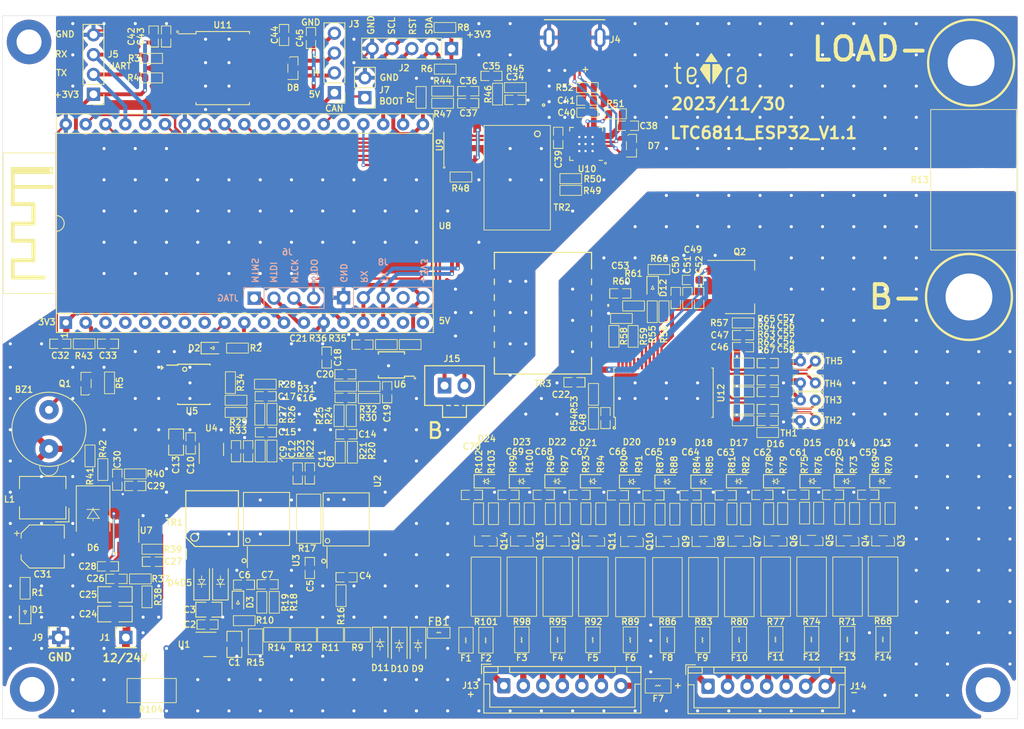
<source format=kicad_pcb>
(kicad_pcb (version 20221018) (generator pcbnew)
  (layers (0 "F.Cu" signal) (31 "B.Cu" signal) (34 "B.Paste" user) (35 "F.Paste" user) (36 "B.SilkS" user "B.Silkscreen") (37 "F.SilkS" user "F.Silkscreen") (38 "B.Mask" user) (39 "F.Mask" user) (44 "Edge.Cuts" user))
  (net 0 "")
  (net 1 "+3V3")
  (net 2 "/PowerMonitor/ISO+5V")
  (net 3 "Net-(D4-K)")
  (net 4 "GND")
  (net 5 "Net-(U2-VINP)")
  (net 6 "Net-(U2-VINN)")
  (net 7 "Net-(U3-VINP)")
  (net 8 "Net-(U3-VINN)")
  (net 9 "Net-(C14-Pad1)")
  (net 10 "Net-(C14-Pad2)")
  (net 11 "Net-(C15-Pad1)")
  (net 12 "Net-(C15-Pad2)")
  (net 13 "Net-(C16-Pad1)")
  (net 14 "/LTC6811/C2_G")
  (net 15 "Net-(C16-Pad2)")
  (net 16 "Net-(C17-Pad1)")
  (net 17 "Net-(C17-Pad2)")
  (net 18 "/LTC6811/Vref2")
  (net 19 "Net-(U6-Vin+)")
  (net 20 "Net-(U6-Vin-)")
  (net 21 "Net-(U7-SS{slash}TR)")
  (net 22 "/LTC6811/Vreg")
  (net 23 "Net-(C30-Pad1)")
  (net 24 "/LTC6811/T2")
  (net 25 "/LTC6811/T3")
  (net 26 "/LTC6811/T4")
  (net 27 "/LTC6811/T5")
  (net 28 "/LTC6811/T1")
  (net 29 "/LTC6811/cell1/C")
  (net 30 "/LTC6811/cell2/C")
  (net 31 "VDD")
  (net 32 "Net-(U7-BOOT)")
  (net 33 "/USB/Vusb")
  (net 34 "/LTC6811/cell3/C")
  (net 35 "/CAN/5V_CAN")
  (net 36 "/CAN/CAN_GND")
  (net 37 "/LTC6811/cell4/C")
  (net 38 "Net-(D6-K)")
  (net 39 "Net-(U7-COMP)")
  (net 40 "Net-(C34-Pad1)")
  (net 41 "Net-(C35-Pad2)")
  (net 42 "/LTC6811/cell5/C")
  (net 43 "/LTC6811/cell6/C")
  (net 44 "/LTC6811/cell7/C")
  (net 45 "/LTC6811/cell8/C")
  (net 46 "/LTC6811/cell10/CM")
  (net 47 "/LTC6811/cell10/C")
  (net 48 "/LTC6811/cell11/C")
  (net 49 "/LTC6811/cell12/C")
  (net 50 "Net-(U10-VPP)")
  (net 51 "Net-(U12-Vref1)")
  (net 52 "Net-(U12-V+)")
  (net 53 "Net-(C49-Pad1)")
  (net 54 "Net-(C53-Pad1)")
  (net 55 "Net-(D3-A)")
  (net 56 "Net-(D12-K)")
  (net 58 "/MCU/CAN_TX")
  (net 59 "/PowerMonitor/Vbat")
  (net 60 "/MCU/CAN_RX")
  (net 61 "/MCU/Boot")
  (net 62 "/MCU/NRST")
  (net 63 "Net-(Q10-G)")
  (net 64 "Net-(Q10-D)")
  (net 65 "Net-(R11-Pad1)")
  (net 66 "Net-(R11-Pad2)")
  (net 67 "Net-(R12-Pad2)")
  (net 68 "Net-(R14-Pad2)")
  (net 69 "Net-(D1-A)")
  (net 70 "Net-(D2-A)")
  (net 71 "Net-(U2-VOUTN)")
  (net 72 "/BAT+")
  (net 73 "Net-(U2-VOUTP)")
  (net 74 "/LTC6811/cell12/C+")
  (net 75 "/LTC6811/cell11/C+")
  (net 76 "/LTC6811/cell10/C+")
  (net 77 "/LTC6811/cell10/C-")
  (net 78 "/LTC6811/cell8/C+")
  (net 79 "/LTC6811/cell7/C+")
  (net 80 "/LTC6811/cell6/C+")
  (net 81 "/LTC6811/cell5/C+")
  (net 82 "/LTC6811/cell4/C+")
  (net 83 "/LTC6811/cell3/C+")
  (net 84 "/LTC6811/cell2/C+")
  (net 85 "/LTC6811/cell1/C+")
  (net 86 "/USB/D-")
  (net 87 "/USB/D+")
  (net 88 "Net-(U3-VOUTN)")
  (net 89 "Net-(U3-VOUTP)")
  (net 90 "/MCU/MTMS")
  (net 91 "/MCU/MTDI")
  (net 92 "/MCU/MTCK")
  (net 93 "/MCU/MTDO")
  (net 94 "Net-(U7-EN)")
  (net 95 "Net-(U7-RT{slash}CLK)")
  (net 96 "Net-(U7-VSENSE)")
  (net 97 "Net-(U9-ICMP)")
  (net 98 "Net-(U9-IP)")
  (net 99 "Net-(U9-IM)")
  (net 100 "/MCU/LED0")
  (net 101 "/MCU/BUZZER")
  (net 102 "Net-(U9-IBIAS)")
  (net 103 "Net-(U10-TXD)")
  (net 104 "Net-(U10-RXD)")
  (net 105 "Net-(U10-~{RST})")
  (net 106 "Net-(U12-ISOMD)")
  (net 107 "Net-(U12-WDT)")
  (net 108 "Net-(U12-DTEN)")
  (net 109 "Net-(U12-IBIAS)")
  (net 110 "Net-(U12-ICMP)")
  (net 111 "Net-(Q3-D)")
  (net 112 "Net-(Q3-G)")
  (net 113 "/MCU/MISO")
  (net 114 "Net-(Q4-D)")
  (net 115 "/MCU/OLED_SDA")
  (net 116 "/MCU/OLED_RST")
  (net 117 "Net-(Q4-G)")
  (net 118 "Net-(Q5-D)")
  (net 119 "/MCU/OLED_SCL")
  (net 120 "Net-(Q5-G)")
  (net 121 "Net-(Q6-D)")
  (net 122 "Net-(Q6-G)")
  (net 123 "/LTC6811/IPA")
  (net 124 "/LTC6811/IMA")
  (net 125 "Net-(Q11-D)")
  (net 126 "/LTC6811/cell1/S")
  (net 127 "Net-(Q11-G)")
  (net 128 "Net-(Q12-D)")
  (net 129 "/LTC6811/cell2/S")
  (net 130 "Net-(Q12-G)")
  (net 131 "Net-(Q13-D)")
  (net 132 "/LTC6811/cell3/S")
  (net 133 "Net-(Q13-G)")
  (net 134 "Net-(Q14-D)")
  (net 135 "/LTC6811/cell4/S")
  (net 136 "Net-(Q14-G)")
  (net 137 "Net-(Q7-D)")
  (net 138 "/LTC6811/cell5/S")
  (net 139 "Net-(Q7-G)")
  (net 140 "Net-(Q8-D)")
  (net 141 "/LTC6811/cell6/S")
  (net 142 "Net-(Q8-G)")
  (net 143 "Net-(Q9-D)")
  (net 144 "/LTC6811/cell7/S")
  (net 145 "Net-(Q9-G)")
  (net 146 "/LTC6811/cell8/S")
  (net 148 "/LTC6811/cell9/S")
  (net 149 "/LTC6811/cell10/S")
  (net 151 "/LTC6811/cell11/S")
  (net 154 "/LTC6811/cell12/S")
  (net 157 "/MCU/RX_USB")
  (net 159 "/MCU/TX_USB")
  (net 165 "/MCU/5V")
  (net 170 "/MCU/SS")
  (net 171 "/MCU/SCK")
  (net 172 "/MCU/MOSI")
  (net 173 "Net-(BZ1-+)")
  (net 174 "/MCU/SCL")
  (net 175 "/MCU/SDA")
  (net 176 "/LTC6811/C12")
  (net 177 "/LTC6811/C11")
  (net 178 "/LTC6811/C10")
  (net 179 "/LTC6811/C9")
  (net 180 "/LTC6811/C8")
  (net 181 "/LTC6811/C7")
  (net 182 "/LTC6811/C1_G")
  (net 183 "/LTC6811/C6")
  (net 184 "/LTC6811/C5")
  (net 185 "Net-(U4-D2)")
  (net 186 "Net-(U4-D1)")
  (net 187 "/LTC6811/C4")
  (net 188 "/LTC6811/C3")
  (net 189 "/LTC6811/C2")
  (net 190 "/LTC6811/C1")
  (net 191 "Net-(U5B--)")
  (net 192 "Net-(D4-A)")
  (net 193 "Net-(D5-A)")
  (net 194 "/MA")
  (net 195 "/CAN/CANL")
  (net 196 "/CAN/CANH")
  (net 197 "/CAN/CAN_TX")
  (net 198 "/CAN/CAN_RX")
  (net 199 "/LTC6811/DRIVE")
  (net 201 "/PA")
  (net 222 "Net-(U5B-+)")
  (net 225 "GND_PACK")
  (net 228 "/PowerSupply/12{slash}24V")
  (net 229 "Net-(C22-Pad1)")
  (net 230 "Net-(J15-Pin_2)")
  (net 231 "Net-(J15-Pin_1)")
  (net 232 "/LTC6811/IPB")
  (net 233 "/LTC6811/IMB")
  (footprint "Capacitor_SMD:C_0603_1608Metric" (layer "F.Cu") (at 80.1 110.7 180)
    (fp_text reference "C29")
    (fp_text value "6.8pF 50V")
  )
  (footprint "Capacitor_SMD:C_0603_1608Metric" (layer "F.Cu") (at 142.2 86.05)
    (fp_text reference "C53")
    (fp_text value "100pF 100V")
  )
  (footprint "Resistor_SMD:R_2010_5025Metric" (layer "F.Cu") (at 102.3 114.9 -90)
    (fp_text reference "R17")
    (fp_text value "1K")
  )
  (footprint "Resistor_SMD:R_0603_1608Metric" (layer "F.Cu") (at 124.05 114.25 -90)
    (fp_text reference "R102")
    (fp_text value "100R")
  )
  (footprint "Resistor_SMD:R_2512_6332Metric" (layer "F.Cu") (at 134.2 123.6 90)
    (fp_text reference "R95")
    (fp_text value "36R 1W 2512")
  )
  (footprint "Resistor_SMD:R_0603_1608Metric" (layer "F.Cu") (at 119.45 61.7)
    (fp_text reference "R47")
    (fp_text value "1.2K")
  )
  (footprint "LED_SMD:LED_0603_1608Metric" (layer "F.Cu") (at 93.25 125.65 -90)
    (fp_text reference "D3")
    (fp_text value "LED Red")
  )
  (footprint "Package_TO_SOT_SMD:SOT-23" (layer "F.Cu") (at 143.7 117.8 -90)
    (fp_text reference "Q10")
    (fp_text value "TSM2323")
  )
  (footprint "Capacitor_SMD:C_0603_1608Metric" (layer "F.Cu") (at 137 111.85 180)
    (fp_text reference "C67")
    (fp_text value "100nF 100V")
  )
  (footprint "Package_TO_SOT_SMD:SOT-223" (layer "F.Cu") (at 157.5 85.225)
    (fp_text reference "Q2")
    (fp_text value "NSV1C201MZ4")
  )
  (footprint "Resistor_SMD:R_0805_2012Metric" (layer "F.Cu") (at 95.5 130.65 -90)
    (fp_text reference "R15")
    (fp_text value "1KΩ ±0.1% 250mW")
  )
  (footprint "Resistor_SMD:R_0603_1608Metric" (layer "F.Cu") (at 119.75 52)
    (fp_text reference "R8")
    (fp_text value "4.7K")
  )
  (footprint "Resistor_SMD:R_0603_1608Metric" (layer "F.Cu") (at 167.6 114.175 -90)
    (fp_text reference "R76")
    (fp_text value "3.3K")
  )
  (footprint "Connector_USB:Micro_USB_B-2013499-1" (layer "F.Cu") (at 136.35 53.632508 180)
    (fp_text reference "J4")
    (fp_text value "USB")
  )
  (footprint "Package_TO_SOT_SMD:SOT-23" (layer "F.Cu") (at 162.1 117.7375 -90)
    (fp_text reference "Q6")
    (fp_text value "TSM2323")
  )
  (footprint "Resistor_SMD:R_0805_2012Metric" (layer "F.Cu") (at 98.2 129.75 180)
    (fp_text reference "R14")
    (fp_text value "470KΩ ±0.1% 250mW")
  )
  (footprint "Resistor_SMD:R_0603_1608Metric" (layer "F.Cu") (at 116.7 60.95 -90)
    (fp_text reference "R7")
    (fp_text value "4.7K")
  )
  (footprint "Resistor_SMD:R_PSR500HTQFB0L10_Metric_Pad5.2x8.75mm_HandSolder" (layer "F.Cu") (at 187.45 71.5 90)
    (fp_text reference "R13")
    (fp_text value "0.1MR  1% 15W ")
  )
  (footprint "Resistor_SMD:R_0603_1608Metric" (layer "F.Cu") (at 130.55 114.25 -90)
    (fp_text reference "R100")
    (fp_text value "3.3K")
  )
  (footprint "Connector_JST:JST_XH_B7B-XH-A_1x07_P2.50mm_Vertical_BAT_6S" (layer "F.Cu") (at 153.4375 136.35)
    (fp_text reference "J14")
    (fp_text value "B7B-XH-A")
  )
  (footprint "Resistor_SMD:R_0603_1608Metric" (layer "F.Cu") (at 133.25 114.25 -90)
    (fp_text reference "R96")
    (fp_text value "100R")
  )
  (footprint "Fuse:Fuse_0805_2012Metric" (layer "F.Cu") (at 143.5 130.4 90)
    (fp_text reference "F6")
    (fp_text value "MPZ2012S102ATD25")
  )
  (footprint "Resistor_SMD:R_2010_5025Metric" (layer "F.Cu") (at 82.2 136.9)
    (fp_text reference "R104")
    (fp_text value "0R  2010")
  )
  (footprint "Fuse:Fuse_0805_2012Metric" (layer "F.Cu") (at 129.6 130.4 90)
    (fp_text reference "F3")
    (fp_text value "MPZ2012S102ATD25")
  )
  (footprint "Capacitor_SMD:C_0603_1608Metric" (layer "F.Cu") (at 112.35 98.7 90)
    (fp_text reference "C19")
    (fp_text value "100nF 100V")
  )
  (footprint "Capacitor_SMD:C_0603_1608Metric" (layer "F.Cu") (at 107.025 99.43 180)
    (fp_text reference "C16")
    (fp_text value "220pF 50V")
  )
  (footprint "Capacitor_SMD:C_0603_1608Metric" (layer "F.Cu") (at 94.55 106.25 90)
    (fp_text reference "C12")
    (fp_text value "2.2uF 16V")
  )
  (footprint "Resistor_SMD:R_0603_1608Metric" (layer "F.Cu") (at 128.65 114.25 -90)
    (fp_text reference "R99")
    (fp_text value "100R")
  )
  (footprint "Capacitor_SMD:C_0805_2012Metric" (layer "F.Cu") (at 85.33 105.08 90)
    (fp_text reference "C13")
    (fp_text value "10uF 25V")
  )
  (footprint "Connector_PinHeader_2.54mm:PinHeader_1x04_P2.54mm_Vertical" (layer "F.Cu") (at 105.6 60.35 180)
    (fp_text reference "J3")
    (fp_text value "CAN /NC")
  )
  (footprint "Diode_SMD:D_SOD-323" (layer "F.Cu") (at 157.4 110.1)
    (fp_text reference "D17")
    (fp_text value "PDZ7.5B")
  )
  (footprint "Diode_SMD:D_SOD-323" (layer "F.Cu") (at 175.75 110.0875)
    (fp_text reference "D13")
    (fp_text value "PDZ7.5B")
  )
  (footprint "Resistor_SMD:R_0603_1608Metric" (layer "F.Cu") (at 176.75 114.225 -90)
    (fp_text reference "R70")
    (fp_text value "3.3K")
  )
  (footprint "Capacitor_SMD:C_0603_1608Metric" (layer "F.Cu") (at 160.4 111.85 180)
    (fp_text reference "C62")
    (fp_text value "100nF 100V")
  )
  (footprint "Resistor_SMD:R_0603_1608Metric" (layer "F.Cu") (at 157.9325 98.6575 180)
    (fp_text reference "R63")
    (fp_text value "100K")
  )
  (footprint "Resistor_SMD:R_0603_1608Metric" (layer "F.Cu") (at 80.75 122.6)
    (fp_text reference "R37")
    (fp_text value "332K")
  )
  (footprint "Resistor_SMD:R_0603_1608Metric" (layer "F.Cu") (at 96.05 101.525 90)
    (fp_text reference "R27")
    (fp_text value "1K")
  )
  (footprint "Resistor_SMD:R_2512_6332Metric" (layer "F.Cu") (at 138.75 123.6 90)
    (fp_text reference "R92")
    (fp_text value "36R 1W 2512")
  )
  (footprint "Package_TO_SOT_SMD:SOT-23" (layer "F.Cu") (at 171.3 117.725 -90)
    (fp_text reference "Q4")
    (fp_text value "TSM2323")
  )
  (footprint "MountingHole:MountingHole_3.2mm_M3_ISO7380_Pad" (layer "F.Cu") (at 66.9 136.75)
    (fp_text reference "J12" hide)
    (fp_text value "Hole /NC")
  )
  (footprint "Capacitor_SMD:C_0603_1608Metric" (layer "F.Cu") (at 96.825 103.825 180)
    (fp_text reference "C15")
    (fp_text value "2.2nF 16V")
  )
  (footprint "Capacitor_SMD:C_0603_1608Metric" (layer "F.Cu") (at 165 111.8375 180)
    (fp_text reference "C61")
    (fp_text value "100nF 100V")
  )
  (footprint "PCM_4ms_Package_SOIC:SOIC-8_3.9x4.9mm_Pitch1.27mm" (layer "F.Cu") (at 87.6 97.69)
    (fp_text reference "U5")
    (fp_text value "OPA2197IDR" hide)
  )
  (footprint "Resistor_SMD:R_0603_1608Metric" (layer "F.Cu") (at 143.9 87.65)
    (fp_text reference "R61")
    (fp_text value "100R")
  )
  (footprint "Resistor_SMD:R_0603_1608Metric" (layer "F.Cu") (at 142.35 89.25 180)
    (fp_text reference "R60")
    (fp_text value "806R")
  )
  (footprint "Resistor_SMD:R_0603_1608Metric" (layer "F.Cu") (at 128.75 59.7)
    (fp_text reference "R45")
    (fp_text value "51R")
  )
  (footprint "Capacitor_SMD:C_0805_2012Metric" (layer "F.Cu") (at 89.525 126.54)
    (fp_text reference "C3")
    (fp_text value "10uF 25V")
  )
  (footprint "Resistor_THT:R_Axial_DIN0204_L3.6mm_D1.6mm_P1.90mm_Vertical" (layer "F.Cu") (at 167.1675 102.3375 180)
    (fp_text reference "TH2")
    (fp_text value "100K NTC")
  )
  (footprint "Resistor_SMD:R_0603_1608Metric" (layer "F.Cu") (at 82.2 58.45)
    (fp_text reference "R4")
    (fp_text value "0")
  )
  (footprint "Capacitor_SMD:C_0603_1608Metric" (layer "F.Cu") (at 97.05 123.3)
    (fp_text reference "C7")
    (fp_text value "330pF 100V")
  )
  (footprint "Diode_SMD:D_SOD-323" (layer "F.Cu") (at 143.7 110.15)
    (fp_text reference "D20")
    (fp_text value "PDZ7.5B")
  )
  (footprint "Diode_SMD:D_SOD-323" (layer "F.Cu") (at 138.7 110.1)
    (fp_text reference "D21")
    (fp_text value "PDZ7.5B")
  )
  (footprint "Connector_PinHeader_2.54mm:PinHeader_1x02_P2.54mm_Vertical" (layer "F.Cu") (at 109.5 60.975 180)
    (fp_text reference "J7")
    (fp_text value "Boot Option /NC")
  )
  (footprint "Resistor_SMD:R_0603_1608Metric" (layer "F.Cu") (at 97.6 101.525 90)
    (fp_text reference "R26")
    (fp_text value "1K")
  )
  (footprint "Fuse:Fuse_0805_2012Metric" (layer "F.Cu") (at 147.05 136.3)
    (fp_text reference "F7")
    (fp_text value "MPZ2012S102ATD25")
  )
  (footprint "Resistor_SMD:R_0603_1608Metric" (layer "F.Cu") (at 97.6 106.225 -90)
    (fp_text reference "R22")
    (fp_text value "100R")
  )
  (footprint "Resistor_SMD:R_0603_1608Metric" (layer "F.Cu") (at 157.9325 97.1575 180)
    (fp_text reference "R64")
    (fp_text value "100K")
  )
  (footprint "Resistor_SMD:R_0603_1608Metric" (layer "F.Cu") (at 82.2 55.95)
    (fp_text reference "R3")
    (fp_text value "0")
  )
  (footprint "Capacitor_SMD:C_0603_1608Metric" (layer "F.Cu") (at 76.6 92.5 180)
    (fp_text reference "C33")
    (fp_text value "100nF 50V")
  )
  (footprint "Resistor_SMD:R_0603_1608Metric" (layer "F.Cu") (at 106.35 106.38 -90)
    (fp_text reference "R21")
    (fp_text value "100R")
  )
  (footprint "Capacitor_SMD:C_0603_1608Metric" (layer "F.Cu") (at 107.15 122.4)
    (fp_text reference "C4")
    (fp_text value "330pF 100V")
  )
  (footprint "Battery:Battery_6mm×10mm_Cell_half_2" (layer "F.Cu") (at 186.85 86.5 90)
    (fp_text reference "BAT1" hide)
    (fp_text value "BAT-")
  )
  (footprint "Package_TO_SOT_SMD:SOT-23" (layer "F.Cu") (at 100.2875 57.2)
    (fp_text reference "D8")
    (fp_text value "ESD24VS2U")
  )
  (footprint "Capacitor_SMD:C_0603_1608Metric" (layer "F.Cu") (at 161.0825 94.9675)
    (fp_text reference "C57")
    (fp_text value "100nF 100V")
  )
  (footprint "Resistor_SMD:R_0603_1608Metric" (layer "F.Cu") (at 135.865 71.35 180)
    (fp_text reference "R50")
    (fp_text value "240R")
  )
  (footprint "Resistor_SMD:R_0603_1608Metric" (layer "F.Cu") (at 74.3 106.85 -90)
    (fp_text reference "R41")
    (fp_text value "31.6K")
  )
  (footprint "Resistor_SMD:R_0603_1608Metric" (layer "F.Cu") (at 138.78 102.04 -90)
    (fp_text reference "R54")
    (fp_text value "100R")
  )
  (footprint "Capacitor_SMD:C_0603_1608Metric" (layer "F.Cu") (at 149.3 86.625 90)
    (fp_text reference "C50")
    (fp_text value "1uF 25V")
  )
  (footprint "Capacitor_SMD:C_0603_1608Metric" (layer "F.Cu") (at 146.45 111.9 180)
    (fp_text reference "C65")
    (fp_text value "100nF 100V")
  )
  (footprint "Transformer_SMD:HM2102NL_PUL" (layer "F.Cu") (at 132.3 88.58)
    (fp_text reference "TR3")
    (fp_text value "HM2102NL")
  )
  (footprint "Fuse:Fuse_0805_2012Metric" (layer "F.Cu") (at 122.45 130.45 90)
    (fp_text reference "F1")
    (fp_text value "MPZ2012S102ATD25")
  )
  (footprint "Capacitor_SMD:C_0603_1608Metric" (layer "F.Cu") (at 152.3 86.625 90)
    (fp_text reference "C52")
    (fp_text value "1uF 25V")
  )
  (footprint "Resistor_SMD:R_0805_2012Metric" (layer "F.Cu") (at 101.65 129.75 180)
    (fp_text reference "R12")
    (fp_text value "470KΩ ±0.1% 250mW")
  )
  (footprint "Resistor_SMD:R_0603_1608Metric" (layer "F.Cu") (at 141.585 63.05 180)
    (fp_text reference "R51")
    (fp_text value "10K")
  )
  (footprint "Resistor_SMD:R_0603_1608Metric" (layer "F.Cu") (at 142.75 114.3 -90)
    (fp_text reference "R90")
    (fp_text value "100R")
  )
  (footprint "Package_SO:MSOP-16_3x4mm_P0.5mm" (layer "F.Cu") (at 121.775 66.915457 90)
    (fp_text reference "U9")
    (fp_text value "LTC6820")
  )
  (footprint "Resistor_SMD:R_0603_1608Metric" (layer "F.Cu") (at 139.7 114.25 -90)
    (fp_text reference "R94")
    (fp_text value "3.3K")
  )
  (footprint "Diode_SMD:D_SOD-123" (layer "F.Cu") (at 91 122.94 90)
    (fp_text reference "D5")
    (fp_text value "MBR0520")
  )
  (footprint "Resistor_SMD:R_2512_6332Metric" (layer "F.Cu") (at 166.7 123.6 90)
    (fp_text reference "R74")
    (fp_text value "36R 1W 2512")
  )
  (footprint "Diode_SMD:D_SOD-323" (layer "F.Cu") (at 152.85 110.15)
    (fp_text reference "D18")
    (fp_text value "PDZ7.5B")
  )
  (footprint "Resistor_SMD:R_0603_1608Metric" (layer "F.Cu") (at 161.2 114.2375 -90)
    (fp_text reference "R78")
    (fp_text value "100R")
  )
  (footprint "Capacitor_SMD:C_0603_1608Metric" (layer "F.Cu") (at 127.9 111.85 180)
    (fp_text reference "C69")
    (fp_text value "100nF 100V")
  )
  (footprint "Capacitor_SMD:C_0603_1608Metric" (layer "F.Cu") (at 157.93 91.39)
    (fp_text reference "C47")
    (fp_text value "1uF 25V")
  )
  (footprint "Resistor_SMD:R_0603_1608Metric" (layer "F.Cu") (at 146.3 88.39 90)
    (fp_text reference "R55")
    (fp_text value "0")
  )
  (footprint "Resistor_SMD:R_0603_1608Metric" (layer "F.Cu") (at 149.1875 114.3125 -90)
    (fp_text reference "R88")
    (fp_text value "3.3K")
  )
  (footprint "Fuse:Fuse_0805_2012Metric" (layer "F.Cu") (at 138.7 130.4 90)
    (fp_text reference "F5")
    (fp_text value "MPZ2012S102ATD25")
  )
  (footprint "Diode_SMD:D_SOD-323" (layer "F.Cu") (at 171.2 110.0875)
    (fp_text reference "D14")
    (fp_text value "PDZ7.5B")
  )
  (footprint "ENNOID:Pin_1x02-XL" (layer "F.Cu") (at 119.7 97.85 90)
    (fp_text reference "J15")
    (fp_text value "PB MB")
  )
  (footprint "Resistor_SMD:R_2512_6332Metric" (layer "F.Cu") (at 157.45 123.65 90)
    (fp_text reference "R80")
    (fp_text value "36R 1W 2512")
  )
  (footprint "Resistor_SMD:R_0603_1608Metric" (layer "F.Cu") (at 151.95 114.3 -90)
    (fp_text reference "R84")
    (fp_text value "100R")
  )
  (footprint "Diode_SMD:D_SOD-123" (layer "F.Cu") (at 116.3 131.15 -90)
    (fp_text reference "D9")
    (fp_text value "1N4148W")
  )
  (footprint "Resistor_SMD:R_0603_1608Metric" (layer "F.Cu") (at 110.05 99.5 180)
    (fp_text reference "R30")
    (fp_text value "3.3K")
  )
  (footprint "Capacitor_SMD:C_0603_1608Metric" (layer "F.Cu") (at 89.35 128.44)
    (fp_text reference "C2")
    (fp_text value "100nF 100V")
  )
  (footprint "Resistor_SMD:R_0603_1608Metric" (layer "F.Cu") (at 93.1875 93.05)
    (fp_text reference "R2")
    (fp_text value "470R")
  )
  (footprint "Package_TO_SOT_SMD:SOT-23" (layer "F.Cu") (at 157.45 117.775 -90)
    (fp_text reference "Q7")
    (fp_text value "TSM2323")
  )
  (footprint "Resistor_SMD:R_0603_1608Metric" (layer "F.Cu") (at 81.6 124.9 -90)
    (fp_text reference "R38")
    (fp_text value "61.9K")
  )
  (footprint "Resistor_SMD:R_0603_1608Metric" (layer "F.Cu") (at 158.25 114.2875 -90)
    (fp_text reference "R82")
    (fp_text value "3.3K")
  )
  (footprint "Resistor_SMD:R_0603_1608Metric" (layer "F.Cu") (at 115.3 92.6 180)
    (fp_text reference "R35")
    (fp_text value "4.7K")
  )
  (footprint "Package_SO:SOP-8_6.62x9.15mm_P2.54mm" (layer "F.Cu") (at 91.3 57.2)
    (fp_text reference "U11")
    (fp_text value "ISO1050DUBR")
  )
  (footprint "Resistor_SMD:R_0603_1608Metric" (layer "F.Cu") (at 153.65 114.3 -90)
    (fp_text reference "R85")
    (fp_text value "3.3K")
  )
  (footprint "Capacitor_SMD:C_0603_1608Metric" (layer "F.Cu") (at 82.35 120.4)
    (fp_text reference "C27")
    (fp_text value "10nF 100V")
  )
  (footprint "Package_DFN_QFN:HVQFN-24-1EP_4x4mm_P0.5mm_EP2.6x2.6mm" (layer "F.Cu") (at 137.835 66.9 180)
    (fp_text reference "U10")
    (fp_text value "CP2104")
  )
  (footprint "Resistor_SMD:R_0603_1608Metric" (layer "F.Cu") (at 96.75 97.675 180)
    (fp_text reference "R28")
    (fp_text value "5.6K")
  )
  (footprint "Package_TO_SOT_SMD:SOT-23" (layer "F.Cu") (at 143.635 67.13)
    (fp_text reference "D7")
    (fp_text value "ESD24VS2U")
  )
  (footprint "Package_TO_SOT_SMD:SOT-23" (layer "F.Cu") (at 152.85 117.8 -90)
    (fp_text reference "Q8")
    (fp_text value "TSM2323")
  )
  (footprint "Resistor_SMD:R_0603_1608Metric" (layer "F.Cu") (at 143.85 91.55 90)
    (fp_text reference "R59")
    (fp_text value "1.2K")
  )
  (footprint "Resistor_SMD:R_0603_1608Metric" (layer "F.Cu") (at 121.8 71.14 180)
    (fp_text reference "R48")
    (fp_text value "2K")
  )
  (footprint "Resistor_SMD:R_0603_1608Metric" (layer "F.Cu") (at 76.8 97.5 -90)
    (fp_text reference "R5")
    (fp_text value "1.5K")
  )
  (footprint "Resistor_SMD:R_0603_1608Metric" (layer "F.Cu") (at 163 114.2375 -90)
    (fp_text reference "R79")
    (fp_text value "3.3K")
  )
  (footprint "Fuse:Fuse_0805_2012Metric" (layer "F.Cu") (at 162.1 130.35 90)
    (fp_text reference "F11")
    (fp_text value "MPZ2012S102ATD25")
  )
  (footprint "Resistor_SMD:R_0603_1608Metric" (layer "F.Cu") (at 147.8 88.39 90)
    (fp_text reference "R56")
    (fp_text value "1M")
  )
  (footprint "Resistor_SMD:R_0603_1608Metric" (layer "F.Cu") (at 138.77 98.97 90)
    (fp_text reference "R53")
    (fp_text value "100R")
  )
  (footprint "MountingHole:MountingHole_3.2mm_M3_ISO7380_Pad" (layer "F.Cu") (at 189.3 136.8)
    (fp_text reference "J10" hide)
    (fp_text value "Hole /NC")
  )
  (footprint "Package_SO:SSO-8_6.8x5.9mm_P1.27mm_Clearance8mm" (layer "F.Cu") (at 96.9 114.925 90)
    (fp_text reference "U3")
    (fp_text value "AMC1301")
  )
  (footprint "Capacitor_SMD:C_0603_1608Metric" (layer "F.Cu") (at 161.0825 98.6575)
    (fp_text reference "C55")
    (fp_text value "100nF 100V")
  )
  (footprint "Package_TO_SOT_SMD:SOT-23" (layer "F.Cu") (at 166.7 117.675 -90)
    (fp_text reference "Q5")
    (fp_text value "TSM2323")
  )
  (footprint "Resistor_SMD:R_2512_6332Metric" (layer "F.Cu") (at 175.85 123.5875 90)
    (fp_text reference "R68")
    (fp_text value "36R 1W 2512")
  )
  (footprint "Capacitor_SMD:C_1206_3216Metric" (layer "F.Cu") (at 77.5 127.1 180)
    (fp_text reference "C24")
    (fp_text value "2.2uF 100V")
  )
  (footprint "Capacitor_SMD:C_0603_1608Metric" (layer "F.Cu") (at 84.05 53.15 90)
    (fp_text reference "C43")
    (fp_text value "100nF 100V")
  )
  (footprint "Resistor_SMD:R_0603_1608Metric" (layer "F.Cu") (at 75.95 108.6 -90)
    (fp_text reference "R42")
    (fp_text value "10K")
  )
  (footprint "Package_TO_SOT_SMD:SOT-23" (layer "F.Cu") (at 148.2375 117.8 -90)
    (fp_text reference "Q9")
    (fp_text value "TSM2323")
  )
  (footprint "Package_TO_SOT_SMD:SOT-23-5" (layer "F.Cu") (at 89.85 106.03 90)
    (fp_text reference "U4")
    (fp_text value "SN6501DBV")
  )
  (footprint "Resistor_SMD:R_0603_1608Metric" (layer "F.Cu") (at 106.2 101.7 90)
    (fp_text reference "R25")
    (fp_text value "1K")
  )
  (footprint "Resistor_THT:R_Axial_DIN0204_L3.6mm_D1.6mm_P1.90mm_Vertical" (layer "F.Cu") (at 167.1775 97.5075 180)
    (fp_text reference "TH4")
    (fp_text value "100K NTC")
  )
  (footprint "Capacitor_SMD:C_0603_1608Metric" (layer "F.Cu") (at 137.985 62.9 180)
    (fp_text reference "C40")
    (fp_text value "100nF 100V")
  )
  (footprint "Package_TO_SOT_SMD:SOT-23-5" (layer "F.Cu") (at 89.65 130.99)
    (fp_text reference "U1")
    (fp_text value "TPS76350")
  )
  (footprint "Resistor_SMD:R_0603_1608Metric" (layer "F.Cu") (at 96.3 125.6 90)
    (fp_text reference "R19")
    (fp_text value "10R")
  )
  (footprint "Connector_PinHeader_2.54mm:PinHeader_1x04_P2.54mm_Vertical" (layer "F.Cu") (at 74.75 60.55 180)
    (fp_text reference "J5")
    (fp_text value "UART /NC")
  )
  (footprint "Capacitor_SMD:C_0603_1608Metric" (layer "F.Cu") (at 104.6 94.25 -90)
    (fp_text reference "C18")
    (fp_text value "100nF 100V")
  )
  (footprint "Fuse:Fuse_0805_2012Metric" (layer "F.Cu") (at 175.85 130.3375 90)
    (fp_text reference "F14")
    (fp_text value "MPZ2012S102ATD25")
  )
  (footprint "Capacitor_SMD:CP_Elec_5x4.4" (layer "F.Cu") (at 68.25 118.45)
    (fp_text reference "C31")
    (fp_text value "47uF 16V")
  )
  (footprint "RF_Module:ESP32-DevKitc V4_DIP-38_27.9mm×48.2mm" (layer "F.Cu") (at 118.2 91.055 90)
    (fp_text reference "U8")
    (fp_text value "ESP32-DevKitC V4" hide)
  )
  (footprint "Capacitor_SMD:C_0603_1608Metric" (layer "F.Cu") (at 134.255 66.12 90)
    (fp_text reference "C39")
    (fp_text value "2.2uF 16V")
  )
  (footprint "Diode_SMD:D_SOD-323" (layer "F.Cu") (at 134.15 110.1)
    (fp_text reference "D22")
    (fp_text value "PDZ7.5B")
  )
  (footprint "Diode_SMD:D_SOD-323" (layer "F.Cu") (at 125.1 110.1)
    (fp_text reference "D24")
    (fp_text value "PDZ7.5B")
  )
  (footprint "Resistor_SMD:R_0603_1608Metric" (layer "F.Cu") (at 147.2875 114.3125 -90)
    (fp_text reference "R87")
    (fp_text value "100R")
  )
  (footprint "Connector_PinHeader_2.54mm:PinHeader_1x01_P2.54mm_Vertical" (layer "F.Cu") (at 78.9 130.1)
    (fp_text reference "J1")
    (fp_text value "12/24V")
  )
  (footprint "Capacitor_SMD:C_0603_1608Metric" (layer "F.Cu") (at 96.8 99.225 180)
    (fp_text reference "C17")
    (fp_text value "220pF 50V")
  )
  (footprint "Capacitor_SMD:C_0603_1608Metric" (layer "F.Cu") (at 70.5 92.5)
    (fp_text reference "C32")
    (fp_text value "100nF 50V")
  )
  (footprint "Resistor_SMD:R_0603_1608Metric" (layer "F.Cu") (at 73.55 92.5)
    (fp_text reference "R43")
    (fp_text value "10K")
  )
  (footprint "Resistor_SMD:R_0603_1608Metric" (layer "F.Cu") (at 97.9 125.6 -90)
    (fp_text reference "R18")
    (fp_text value "1K")
  )
  (footprint "Diode_SMD:D_SOD-323" (layer "F.Cu") (at 162.15 110.1)
    (fp_text reference "D16")
    (fp_text value "PDZ7.5B")
  )
  (footprint "Diode_SMD:D_SOD-323" (layer "F.Cu") (at 166.8125 110.0875)
    (fp_text reference "D15")
    (fp_text value "PDZ7.5B")
  )
  (footprint "Capacitor_SMD:C_0603_1608Metric" (layer "F.Cu") (at 141.9 111.9 180)
    (fp_text reference "C66")
    (fp_text value "100nF 100V")
  )
  (footprint "Fuse:Fuse_0805_2012Metric" (layer "F.Cu") (at 148.2375 130.4 90)
    (fp_text reference "F8")
    (fp_text value "MPZ2012S102ATD25")
  )
  (footprint "Capacitor_SMD:C_0603_1608Metric" (layer "F.Cu") (at 123.2 111.85 180)
    (fp_text reference "C70")
    (fp_text value "100nF 100V")
  )
  (footprint "Resistor_SMD:R_2512_6332Metric" (layer "F.Cu") (at 162.1 123.6 90)
    (fp_text reference "R77")
    (fp_text value "36R 1W 2512")
  )
  (footprint "Package_TO_SOT_SMD:SOT-23" (layer "F.Cu") (at 134.2 117.75 -90)
    (fp_text reference "Q12")
    (fp_text value "TSM2323")
  )
  (footprint "Fuse:Fuse_0805_2012Metric" (layer "F.Cu") (at 171.3 130.3375 90)
    (fp_text reference "F13")
    (fp_text value "MPZ2012S102ATD25")
  )
  (footprint "Resistor_SMD:R_0603_1608Metric" (layer "F.Cu") (at 80.1 109.15 180)
    (fp_text reference "R40")
    (fp_text value "68K")
  )
  (footprint "Resistor_SMD:R_0603_1608Metric" (layer "F.Cu") (at 157.9325 100.8575 180)
    (fp_text reference "R62")
    (fp_text value "100K")
  )
  (footprint "Symbol:teTra-LOGO" (layer "F.Cu") (at 153.846993 57.301528)
    (fp_text reference "LOGO1" hide)
    (fp_text value "teTra-LOGO" hide)
  )
  (footprint "Resistor_SMD:R_0603_1608Metric" (layer "F.Cu") (at 135.865 72.85 180)
    (fp_text reference "R49")
    (fp_text value "240R")
  )
  (footprint "MountingHole:MountingHole_3.2mm_M3_ISO7380_Pad" (layer "F.Cu") (at 66.5 53.85)
    (fp_text reference "J11" hide)
    (fp_text value "Hole /NC")
  )
  (footprint "Resistor_SMD:R_0603_1608Metric" (layer "F.Cu") (at 107.75 101.7 90)
    (fp_text reference "R24")
    (fp_text value "1K")
  )
  (footprint "Resistor_SMD:R_2512_6332Metric" (layer "F.Cu") (at 152.85 123.65 90)
    (fp_text reference "R83")
    (fp_text value "36R 1W 2512")
  )
  (footprint "Capacitor_SMD:C_0603_1608Metric" (layer "F.Cu") (at 77.8 109.9 -90)
    (fp_text reference "C30")
    (fp_text value "3nF 16V")
  )
  (footprint "Capacitor_SMD:C_0603_1608Metric" (layer "F.Cu") (at 132.4 111.85 180)
    (fp_text reference "C68")
    (fp_text value "100nF 100V")
  )
  (footprint "ENNOID:HM2108NL" (layer "F.Cu") (at 129 71.233079 180)
    (fp_text reference "TR2")
    (fp_text value "HM2108NL")
  )
  (footprint "ENNOID:WURTH-760390014" (layer "F.Cu") (at 89.94 114.88 90)
    (fp_text reference "TR1")
    (fp_text value "TRANSF5" hide)
  )
  (footprint "Resistor_SMD:R_0603_1608Metric" (layer "F.Cu") (at 161.0825 103.8575)
    (fp_text reference "TH1")
    (fp_text value "100K NTC")
  )
  (footprint "Connector_JST:JST_XH_B7B-XH-A_1x07_P2.50mm_Vertical_BAT_6S" (layer "F.Cu") (at 127.2875 136.275)
    (fp_text reference "J13")
    (fp_text value "B7B-XH-A")
  )
  (footprint "Resistor_SMD:R_0603_1608Metric" (layer "F.Cu") (at 137.8 114.25 -90)
    (fp_text reference "R93")
    (fp_text value "100R")
  )
  (footprint "Package_TO_SOT_SMD:SOT-23" (layer "F.Cu") (at 175.85 117.725 -90)
    (fp_text reference "Q3")
    (fp_text value "TSM2323")
  )
  (footprint "Resistor_THT:R_Axial_DIN0204_L3.6mm_D1.6mm_P1.90mm_Vertical" (layer "F.Cu") (at 167.1775 94.7075 180)
    (fp_text reference "TH5")
    (fp_text value "100K NTC")
  )
  (footprint "Resistor_SMD:R_0603_1608Metric" (layer "F.Cu") (at 96.1 106.225 -90)
    (fp_text reference "R23")
    (fp_text value "100R")
  )
  (footprint "Capacitor_SMD:C_0603_1608Metric" (layer "F.Cu") (at 77.7 122.6)
    (fp_text reference "C26")
    (fp_text value "100nF 100V")
  )
  (footprint "Resistor_SMD:R_0603_1608Metric" (layer "F.Cu") (at 170.3 114.225 -90)
    (fp_text reference "R72")
    (fp_text value "100R")
  )
  (footprint "Capacitor_SMD:C_0603_1608Metric" (layer "F.Cu") (at 94.025 123.35 180)
    (fp_text reference "C6")
    (fp_text value "100nF 100V")
  )
  (footprint "Package_TO_SOT_SMD:SOT-23" (layer "F.Cu") (at 73.8 97.6 180)
    (fp_text reference "Q1")
    (fp_text value "BSS138")
  )
  (footprint "Capacitor_SMD:C_0603_1608Metric" (layer "F.Cu") (at 107.125 104.08 180)
    (fp_text reference "C14")
    (fp_text value "2.2nF 16V")
  )
  (footprint "Diode_SMD:D_SOD-123F" (layer "F.Cu") (at 111.45 131 -90)
    (fp_text reference "D11")
    (fp_text value "BZT52H-C62")
  )
  (footprint "Capacitor_SMD:C_0603_1608Metric" (layer "F.Cu") (at 128.78 61.27)
    (fp_text reference "C34")
    (fp_text value "10nF 100V")
  )
  (footprint "Capacitor_SMD:C_0603_1608Metric" (layer "F.Cu") (at 102.45 121.2 -90)
    (fp_text reference "C5")
    (fp_text value "100nF 100V")
  )
  (footprint "Capacitor_SMD:C_0603_1608Metric" (layer "F.Cu") (at 125.7 58.2)
    (fp_text reference "C35")
    (fp_text value "10nF 100V")
  )
  (footprint "Resistor_SMD:R_0603_1608Metric" (layer "F.Cu") (at 112.25 92.6)
    (fp_text reference "R36")
    (fp_text value "4.7K")
  )
  (footprint "Resistor_SMD:R_2512_6332Metric" (layer "F.Cu") (at 125 123.6 90)
    (fp_text reference "R101")
    (fp_text value "36R 1W 2512")
  )
  (footprint "LED_SMD:LED_0603_1608Metric" (layer "F.Cu") (at 66 126.85 90)
    (fp_text reference "D1")
    (fp_text value "LED Red")
  )
  (footprint "LED_SMD:LED_0603_1608Metric" (layer "F.Cu") (at 90.0125 93.05)
    (fp_text reference "D2")
    (fp_text value "LED Red")
  )
  (footprint "Resistor_SMD:R_0603_1608Metric" (layer "F.Cu") (at 156.5 114.275 -90)
    (fp_text reference "R81")
    (fp_text value "100R")
  )
  (footprint "Capacitor_SMD:C_0603_1608Metric" (layer "F.Cu") (at 137.985 61.35 180)
    (fp_text reference "C41")
    (fp_text value "2.2uF 16V")
  )
  (footprint "Resistor_SMD:R_0603_1608Metric" (layer "F.Cu") (at 119.78 57.33)
    (fp_text reference "R6")
    (fp_text value "4.7K")
  )
  (footprint "Capacitor_SMD:C_0603_1608Metric" (layer "F.Cu") (at 169.45 111.8375 180)
    (fp_text reference "C60")
    (fp_text value "100nF 100V")
  )
  (footprint "Resistor_SMD:R_0603_1608Metric" (layer "F.Cu") (at 144.65 114.3 -90)
    (fp_text reference "R91")
    (fp_text value "3.3K")
  )
  (footprint "Resistor_SMD:R_0603_1608Metric" (layer "F.Cu") (at 157.9325 102.3575)
    (fp_text reference "R67")
    (fp_text value "100K")
  )
  (footprint "Resistor_SMD:R_0603_1608Metric" (layer "F.Cu") (at 157.93 89.83)
    (fp_text reference "R57")
    (fp_text value "0")
  )
  (footprint "Connector_PinHeader_2.54mm:PinHeader_1x05_P2.54mm_Vertical" (layer "F.Cu") (at 120.59 54.7 -90)
    (fp_text reference "J2")
    (fp_text value "OLED /NC")
  )
  (footprint "Resistor_SMD:R_0603_1608Metric" (layer "F.Cu") (at 82.35 118.8)
    (fp_text reference "R39")
    (fp_text value "90.9K")
  )
  (footprint "Resistor_SMD:R_0603_1608Metric" (layer "F.Cu") (at 66 123.8 90)
    (fp_text reference "R1")
    (fp_text value "470R")
  )
  (footprint "Capacitor_SMD:C_0603_1608Metric" (layer "F.Cu") (at 161.0825 102.3575)
    (fp_text reference "C58")
    (fp_text value "100nF 100V")
  )
  (footprint "ENNOID:BUZZER" (layer "F.Cu") (at 69.05 103.45 90)
    (fp_text reference "BZ1")
    (fp_text value "AI-1027-TWT-5V")
  )
  (footprint "Capacitor_SMD:C_0805_2012Metric" (layer "F.Cu") (at 92.79 130.98 -90)
    (fp_text reference "C1")
    (fp_text value "10uF 25V")
  )
  (footprint "Resistor_SMD:R_0805_2012Metric" (layer "F.Cu") (at 108.55 129.75 180)
    (fp_text reference "R9")
    (fp_text value "470KΩ ±0.1% 250mW")
  )
  (footprint "Fuse:Fuse_0805_2012Metric" (layer "F.Cu") (at 166.7 130.3375 90)
    (fp_text reference "F12")
    (fp_text value "MPZ2012S102ATD25")
  )
  (footprint "Inductor_SMD:L_Bourns_SRP5030T" (layer "F.Cu") (at 68.25 112.2 180)
    (fp_text reference "L1")
    (fp_text value "10uH")
  )
  (footprint "Resistor_SMD:R_0603_1608Metric" (layer "F.Cu") (at 137.985 59.69 180)
    (fp_text reference "R52")
    (fp_text value "10K")
  )
  (footprint "Resistor_SMD:R_0603_1608Metric" (layer "F.Cu") (at 92.28 97.47 90)
    (fp_text reference "R34")
    (fp_text value "33K")
  )
  (footprint "Resistor_SMD:R_0603_1608Metric" (layer "F.Cu") (at 110.05 97.95 180)
    (fp_text reference "R32")
    (fp_text value "1K")
  )
  (footprint "Diode_SMD:D_SOD-123" (layer "F.Cu") (at 88.6 122.94 90)
    (fp_text reference "D4")
    (fp_text value "MBR0520")
  )
  (footprint "Capacitor_SMD:C_0603_1608Metric" (layer "F.Cu") (at 82.45 53.15 90)
    (fp_text reference "C42")
    (fp_text value "1uF 25V")
  )
  (footprint "Capacitor_SMD:C_0603_1608Metric" (layer "F.Cu") (at 143.185 64.58)
    (fp_text reference "C38")
    (fp_text value "2.2uF 16V")
  )
  (footprint "Capacitor_SMD:C_0603_1608Metric" (layer "F.Cu") (at 102.6 53.35 90)
    (fp_text reference "C45")
    (fp_text value "100nF 50V")
  )
  (footprint "Package_TO_SOT_SMD:SOT-23" (layer "F.Cu") (at 129.6 117.75 -90)
    (fp_text reference "Q13")
    (fp_text value "TSM2323")
  )
  (footprint "Fuse:Fuse_0805_2012Metric" (layer "F.Cu") (at 134.2 130.4 90)
    (fp_text reference "F4")
    (fp_text value "MPZ2012S102ATD25")
  )
  (footprint "Diode_SMD:D_SOD-323" (layer "F.Cu") (at 148.2375 110.15)
    (fp_text reference "D19")
    (fp_text value "PDZ7.5B")
  )
  (footprint "Resistor_SMD:R_0603_1608Metric" (layer "F.Cu") (at 172.2 114.225 -90)
    (fp_text reference "R73")
    (fp_text value "3.3K")
  )
  (footprint "Diode_SMD:D_SOD-323" (layer "F.Cu") (at 129.6 110.1)
    (fp_text reference "D23")
    (fp_text value "PDZ7.5B")
  )
  (footprint "Fuse:Fuse_0805_2012Metric" (layer "F.Cu") (at 152.75 130.4 90)
    (fp_text reference "F9")
    (fp_text value "MPZ2012S102ATD25")
  )
  (footprint "Resistor_SMD:R_0603_1608Metric" (layer "F.Cu") (at 93 101.275)
    (fp_text reference "R33")
    (fp_text value "33K")
  )
  (footprint "Capacitor_SMD:C_0603_1608Metric" (layer "F.Cu") (at 107 96.4)
    (fp_text reference "C20")
    (fp_text value "100nF 100V")
  )
  (footprint "Resistor_SMD:R_0805_2012Metric" (layer "F.Cu") (at 105.1 129.75 180)
    (fp_text reference "R11")
    (fp_text value "470KΩ ±0.1% 250mW")
  )
  (footprint "Package_SO:TSSOP-48_6.1x12.5mm_P0.5mm" (layer "F.Cu") (at 147.7375 98.75 90)
    (fp_text reference "U12")
    (fp_text value "LTC6811HG-1")
  )
  (footprint "Capacitor_SMD:C_0603_1608Metric" (layer "F.Cu") (at 161.0825 97.1575)
    (fp_text reference "C56")
    (fp_text value "100nF 100V")
  )
  (footprint "Capacitor_SMD:C_0603_1608Metric" (layer "F.Cu") (at 173.95 111.8375 180)
    (fp_text reference "C59")
    (fp_text value "100nF 100V")
  )
  (footprint "Resistor_SMD:R_0603_1608Metric" (layer "F.Cu") (at 141.39 91.54 -90)
    (fp_text reference "R58")
    (fp_text value "100K")
  )
  (footprint "Package_SO:SSO-8_6.8x5.9mm_P1.27mm_Clearance8mm" (layer "F.Cu") (at 107.1 114.98 90)
    (fp_text reference "U2")
    (fp_text value "AMC1301 or AMC1302")
  )
  (footprint "Resistor_SMD:R_0603_1608Metric" (layer "F.Cu") (at 93 99.725 180)
    (fp_text reference "R29")
    (fp_text value "5.6K")
  )
  (footprint "Resistor_SMD:R_0603_1608Metric" (layer "F.Cu") (at 126.49 60.53 90)
    (fp_text reference "R46")
    (fp_text value "51R")
  )
  (footprint "Battery:Battery_6mm×10mm_Cell_half_2" (layer "F.Cu") (at 187.12 56.5 90)
    (fp_text reference "BAT-1" hide)
    (fp_text value "BAT-")
  )
  (footprint "Diode_SMD:D_SOD-123" (layer "F.Cu") (at 113.9 131.15 -90)
    (fp_text reference "D10")
    (fp_text value "1N4148W")
  )
  (footprint "LED_SMD:LED_0603_1608Metric" (layer "F.Cu") (at 146.35 85.35 -90)
    (fp_text reference "D12")
    (fp_text value "LED Red")
  )
  (footprint "Capacitor_SMD:C_0603_1608Metric" (layer "F.Cu") (at 76.6 121 180)
    (fp_text reference "C28")
    (fp_text value "100nF 100V")
  )
  (footprint "Capacitor_SMD:C_0603_1608Metric" (layer "F.Cu") (at 151.5 84.325 180)
    (fp_text reference "C49")
    (fp_text value "100nF 100V")
  )
  (footprint "Capacitor_SMD:C_0603_1608Metric" (layer "F.Cu") (at 150.8 86.625 90)
    (fp_text reference "C51")
    (fp_text value "1uF 25V")
  )
  (footprint "Resistor_SMD:R_0603_1608Metric" (layer "F.Cu") (at 157.9425 94.9575 180)
    (fp_text reference "R65")
    (fp_text value "100K")
  )
  (footprint "Capacitor_SMD:C_0603_1608Metric" (layer "F.Cu") (at 136.33 97.43 180)
    (fp_text reference "C22")
    (fp_text value "100pF 100V")
  )
  (footprint "Resistor_SMD:R_0603_1608Metric" (layer "F.Cu") (at 147.15 83)
    (fp_text reference "R66")
    (fp_text value "1.2K")
  )
  (footprint "Fuse:Fuse_0603_1608Metric" (layer "F.Cu") (at 118.95 129.5)
    (fp_text reference "FB1")
    (fp_text value "BLM18PG330SN1D")
  )
  (footprint "Package_SO:MSOP-10-1EP_3x3mm_P0.5mm_EP1.73x1.98mm" (layer "F.Cu") (at 78.945 116.42 90)
    (fp_text reference "U7")
    (fp_text value "TPS54160ADGQ")
  )
  (footprint "Capacitor_SMD:C_0603_1608Metric" (layer "F.Cu") (at 161.0825 100.8575)
    (fp_text reference "C54")
    (fp_text value "100nF 100V")
  )
  (footprint "Capacitor_SMD:C_0603_1608Metric" (layer "F.Cu") (at 155.7 111.8875 180)
    (fp_text reference "C63")
    (fp_text value "100nF 100V")
  )
  (footprint "Resistor_THT:R_Axial_DIN0204_L3.6mm_D1.6mm_P1.90mm_Vertical" (layer "F.Cu") (at 167.1725 99.7075 180)
    (fp_text reference "TH3")
    (fp_text value "100K NTC")
  )
  (footprint "Capacitor_SMD:C_0603_1608Metric" (layer "F.Cu") (at 151.2 111.9 180)
    (fp_text reference "C64")
    (fp_text value "100nF 100V")
  )
  (footprint "Resistor_SMD:R_0603_1608Metric" (layer "F.Cu") (at 94.05 127.95)
    (fp_text reference "R10")
    (fp_text value "470R")
  )
  (footprint "Resistor_SMD:R_0603_1608Metric" (layer "F.Cu") (at 106.45 124.75 90)
    (fp_text reference "R16")
    (fp_text value "1K")
  )
  (footprint "Fuse:Fuse_0805_2012Metric" (layer "F.Cu") (at 157.45 130.3875 90)
    (fp_text reference "F10")
    (fp_text value "MPZ2012S102ATD25")
  )
  (footprint "Resistor_SMD:R_0603_1608Metric" (layer "F.Cu") (at 165.8 114.175 -90)
    (fp_text reference "R75")
    (fp_text value "100R")
  )
  (footprint "Connector_PinHeader_2.54mm:PinHeader_1x01_P2.54mm_Vertical" (layer "F.Cu") (at 70.3 130.1)
    (fp_text reference "J9")
    (fp_text value "GND")
  )
  (footprint "Resistor_SMD:R_0603_1608Metric" (layer "F.Cu") (at 119.45 60.15 180)
    (fp_text reference "R44")
    (fp_text value "806R")
  )
  (footprint "Capacitor_SMD:C_0603_1608Metric" (layer "F.Cu") (at 102.45 109.1 90)
    (fp_text reference "C8")
    (fp_text value "100nF 100V")
  )
  (footprint "Capacitor_SMD:C_0603_1608Metric" (layer "F.Cu") (at 140.31 102.01 90)
    (fp_text reference "C48")
    (fp_text value "100nF 100V")
  )
  (footprint "PCM_4ms_Package_SSOP:MSOP-10_3x3mm_P0.5mm" (layer "F.Cu") (at 112.9 95.2 180)
    (fp_text reference "U6")
    (fp_text value "ISL28022")
  )
  (footprint "Resistor_SMD:R_0603_1608Metric" (layer "F.Cu") (at 107.9 106.38 -90)
    (fp_text reference "R20")
    (fp_text value "100R")
  )
  (footprint "Capacitor_SMD:C_0603_1608Metric" (layer "F.Cu") (at 87.19 105.24 90)
    (fp_text reference "C10")
    (fp_text value "100nF 100V")
  )
  (footprint "Capacitor_SMD:C_0603_1608Metric" (layer "F.Cu") (at 100.905 109.0975 90)
    (fp_text reference "C11")
    (fp_text value "2.2uF 16V")
  )
  (footprint "Capacitor_SMD:C_0603_1608Metric" (layer "F.Cu") (at 99.15 52.95 -90)
    (fp_text reference "C44")
    (fp_text value "1uF 25V")
  )
  (footprint "Package_TO_SOT_SMD:SOT-23" (layer "F.Cu") (at 138.75 117.75 -90)
    (fp_text reference "Q11")
    (fp_text value "TSM2323")
  )
  (footprint "Resistor_SMD:R_0603_1608Metric" (layer "F.Cu") (at 174.85 114.225 -90)
    (fp_text reference "R69")
    (fp_text value "100R")
  )
  (footprint "Package_TO_SOT_SMD:SOT-23" (layer "F.Cu") (at 125 117.75 -90)
    (fp_text reference "Q14")
    (fp_text value "TSM2323")
  )
  (footprint "Resistor_SMD:R_0603_1608Metric" (layer "F.Cu") (at 135.15 114.25 -90)
    (fp_text reference "R97")
    (fp_text value "3.3K")
  )
  (footprint "Resistor_SMD:R_2512_6332Metric" (layer "F.Cu") (at 143.5 123.65 90)
    (fp_text reference "R89")
    (fp_text value "36R 1W 2512")
  )
  (footprint "Resistor_SMD:R_0603_1608Metric" (layer "F.Cu") (at 107.025 97.93 180)
    (fp_text reference "R31")
    (fp_text value "3.3K")
  )
  (footprint "Resistor_SMD:R_0603_1608Metric" (layer "F.Cu") (at 125.9625 114.25 -90)
    (fp_text reference "R103")
    (fp_text value "3.3K")
  )
  (footprint "Resistor_SMD:R_2512_6332Metric" (layer "F.Cu") (at 148.2375 123.6625 90)
    (fp_text reference "R86")
    (fp_text value "36R 1W 2512")
  )
  (footprint "Capacitor_SMD:C_0603_1608Metric" (layer "F.Cu") (at 122.729 61.691 180)
    (fp_text reference "C37")
    (fp_text value "100nF 100V")
  )
  (footprint "Resistor_SMD:R_2512_6332Metric" (layer "F.Cu") (at 129.6 123.6 90)
    (fp_text reference "R98")
    (fp_text value "36R 1W 2512")
  )
  (footprint "Resistor_SMD:R_2512_6332Metric" (layer "F.Cu") (at 171.3 123.5875 90)
    (fp_text reference "R71")
    (fp_text value "36R 1W 2512")
  )
  (footprint "Capacitor_SMD:C_0603_1608Metric" (layer "F.Cu") (at 109.2 92.6)
    (fp_text reference "C21")
    (fp_text value "100nF 100V")
  )
  (footprint "Diode_SMD:D_SMB" (layer "F.Cu") (at 74.7 114.35 -90)
    (fp_text reference "D6")
    (fp_text value "P6SMB22A")
  )
  (footprint "Capacitor_SMD:C_1206_3216Metric" (layer "F.Cu") (at 77.5 124.6 180)
    (fp_text reference "C25")
    (fp_text value "2.2uF 100V")
  )
  (footprint "Fuse:Fuse_0805_2012Metric" (layer "F.Cu") (at 125 130.45 90)
    (fp_text reference "F2")
    (fp_text value "MPZ2012S102ATD25")
  )
  (footprint "Capacitor_SMD:C_0603_1608Metric" (layer "F.Cu") (at 157.925 92.92)
    (fp_text reference "C46")
    (fp_text value "1uF 25V")
  )
  (footprint "Capacitor_SMD:C_0603_1608Metric" (layer "F.Cu") (at 122.733 60.15)
    (fp_text reference "C36")
    (fp_text value "1uF 25V")
  )
  (footprint "Capacitor_SMD:C_0603_1608Metric" (layer "F.Cu") (at 93 106.25 90)
    (fp_text reference "C9")
    (fp_text value "100nF 100V")
  )
  (footprint "Connector_PinHeader_2.54mm:PinHeader_1x05_P2.54mm_Vertical" (layer "B.Cu") (at 106.77 86.6 -90)
    (fp_text reference "J8")
    (fp_text value "SERIAL /NC" hide)
  )
  (footprint "Connector_PinHeader_2.54mm:PinHeader_1x04_P2.54mm_Vertical" (layer "B.Cu") (at 95.32 86.65 -90)
    (fp_text reference "J6")
    (fp_text value "JTAG /NC" hide)
  )
  (gr_line (start 103 107.15) (end 98.55 107.15) (stroke (width 0.12)) (layer "F.SilkS"))
  (gr_line (start 98.55 107.15) (end 98.95 107.55) (stroke (width 0.12)) (layer "F.SilkS"))
  (gr_rect locked (start 63.1 50.5) (end 193.1 140.5) (stroke (width 0.05)) (fill none) (layer "Edge.Cuts"))
  (gr_text "JTAG" (at 93.425 87.125) (layer "B.SilkS") (effects (font (size 0.8 0.8) (thickness 0.15) bold) (justify left bottom mirror)))
  (gr_text "+3V3" (at 116.6 84.9 -90) (layer "B.SilkS") (effects (font (size 0.8 0.8) (thickness 0.15) bold) (justify left bottom mirror)))
  (gr_text "TX" (at 111.45 84.75 -90) (layer "B.SilkS") (effects (font (size 0.8 0.8) (thickness 0.15) bold) (justify left bottom mirror)))
  (gr_text "MTDI" (at 97.3 84.8 -90) (layer "B.SilkS") (effects (font (size 0.8 0.8) (thickness 0.15) bold) (justify left bottom mirror)))
  (gr_text "MTMS" (at 94.95 84.8 -90) (layer "B.SilkS") (effects (font (size 0.8 0.8) (thickness 0.15) bold) (justify left bottom mirror)))
  (gr_text "MTCK" (at 100 84.85 -90) (layer "B.SilkS") (effects (font (size 0.8 0.8) (thickness 0.15) bold) (justify left bottom mirror)))
  (gr_text "MTDO" (at 102.5 84.9 -90) (layer "B.SilkS") (effects (font (size 0.8 0.8) (thickness 0.15) bold) (justify left bottom mirror)))
  (gr_text "GND" (at 106.3 84.75 -90) (layer "B.SilkS") (effects (font (size 0.8 0.8) (thickness 0.15) bold) (justify left bottom mirror)))
  (gr_text "RX" (at 108.9 84.8 -90) (layer "B.SilkS") (effects (font (size 0.8 0.8) (thickness 0.15) bold) (justify left bottom mirror)))
  (gr_text "L" (at 102.675 55.85) (layer "F.SilkS") (effects (font (size 0.8 0.8) (thickness 0.15) bold) (justify left bottom)))
  (gr_text "B-" (at 173.75 88.25) (layer "F.SilkS") (effects (font (size 3 3) (thickness 0.5) bold) (justify left bottom)))
  (gr_text "TX" (at 69.875 58.275) (layer "F.SilkS") (effects (font (size 0.8 0.8) (thickness 0.15) bold) (justify left bottom)))
  (gr_text "BOOT" (at 111.25 61.9) (layer "F.SilkS") (effects (font (size 0.8 0.8) (thickness 0.15) bold) (justify left bottom)))
  (gr_text "-" (at 171.55 137.575) (layer "F.SilkS") (effects (font (size 0.8 0.8) (thickness 0.15) bold) (justify left bottom)))
  (gr_text "CAN" (at 104.325 62.825) (layer "F.SilkS") (effects (font (size 0.8 0.8) (thickness 0.15) bold) (justify left bottom)))
  (gr_text "2023/11/30" (at 148.57 62.66) (layer "F.SilkS") (effects (font (size 1.5 1.5) (thickness 0.3) bold) (justify left bottom)))
  (gr_text "GND" (at 111.3 58.875) (layer "F.SilkS") (effects (font (size 0.8 0.8) (thickness 0.15) bold) (justify left bottom)))
  (gr_text "GND" (at 69.775 53.325) (layer "F.SilkS") (effects (font (size 0.8 0.8) (thickness 0.15) bold) (justify left bottom)))
  (gr_text "+" (at 150.175 136.675) (layer "F.SilkS") (effects (font (size 0.8 0.8) (thickness 0.15) bold) (justify left bottom mirror)))
  (gr_text "GND" (at 68.8 133.2) (layer "F.SilkS") (effects (font (size 1 1) (thickness 0.2) bold) (justify left bottom)))
  (gr_text "H" (at 102.725 58.25) (layer "F.SilkS") (effects (font (size 0.8 0.8) (thickness 0.15) bold) (justify left bottom)))
  (gr_text "LTC6811_ESP32_V1.1" (at 148.44 66.37) (layer "F.SilkS") (effects (font (size 1.5 1.5) (thickness 0.3) bold) (justify left bottom)))
  (gr_text "GND" (at 110.75 53 90) (layer "F.SilkS") (effects (font (size 0.8 0.8) (thickness 0.15) bold) (justify left bottom)))
  (gr_text "SDA" (at 118.2 53 90) (layer "F.SilkS") (effects (font (size 0.8 0.8) (thickness 0.15) bold) (justify left bottom)))
  (gr_text "+3V3" (at 122.375 53.35) (layer "F.SilkS") (effects (font (size 0.8 0.8) (thickness 0.15) bold) (justify left bottom)))
  (gr_text "3V3" (at 67.575 90.175) (layer "F.SilkS") (effects (font (size 0.8 0.8) (thickness 0.15) bold) (justify left bottom)))
  (gr_text "GND" (at 101.25 51.8) (layer "F.SilkS") (effects (font (size 0.8 0.8) (thickness 0.15) bold) (justify left bottom)))
  (gr_text "5V" (at 102.225 61.025) (layer "F.SilkS") (effects (font (size 0.8 0.8) (thickness 0.15) bold) (justify left bottom)))
  (gr_text "+" (at 123.65 137.8) (layer "F.SilkS") (effects (font (size 0.8 0.8) (thickness 0.15) bold) (justify left bottom mirror)))
  (gr_text "SCL" (at 113.4 53 90) (layer "F.SilkS") (effects (font (size 0.8 0.8) (thickness 0.15) bold) (justify left bottom)))
  (gr_text "RST" (at 116.1 53.05 90) (layer "F.SilkS") (effects (font (size 0.8 0.8) (thickness 0.15) bold) (justify left bottom)))
  (gr_text "RX" (at 69.725 55.875) (layer "F.SilkS") (effects (font (size 0.8 0.8) (thickness 0.15) bold) (justify left bottom)))
  (gr_text "12/24V" (at 75.8 133.3) (layer "F.SilkS") (effects (font (size 1 1) (thickness 0.2) bold) (justify left bottom)))
  (gr_text "LOAD-" (at 166.45 56.5) (layer "F.SilkS") (effects (font (size 3 3) (thickness 0.5) bold) (justify left bottom)))
  (gr_text "+3V3" (at 69.6 61.05) (layer "F.SilkS") (effects (font (size 0.8 0.8) (thickness 0.15) bold) (justify left bottom)))
  (gr_text "5V" (at 118.875 90.025) (layer "F.SilkS") (effects (font (size 0.8 0.8) (thickness 0.15) bold) (justify left bottom)))
  (gr_text "B" (at 117.3 104.8) (layer "F.SilkS") (effects (font (size 2 2) (thickness 0.3)) (justify left bottom)))
  (gr_text "UART" (at 76.55 57.4) (layer "F.SilkS") (effects (font (size 0.8 0.8) (thickness 0.15) bold) (justify left bottom)))
  (segment (start 123.110584 63.525) (end 122.325 63.525) (width 0.3) (layer "F.Cu") (net 1))
  (segment (start 111.45 92.6) (end 112.375 91.675) (width 0.5) (layer "F.Cu") (net 1))
  (segment (start 71.21 89.785) (end 72.5 88.495) (width 0.5) (layer "F.Cu") (net 1))
  (segment (start 115.28 84.95) (end 116.93 86.6) (width 0.5) (layer "F.Cu") (net 1))
  (segment (start 72.46 88.535) (end 90.515 88.535) (width 0.5) (layer "F.Cu") (net 1))
  (segment (start 69.05 105.95) (end 87.125 105.95) (width 0.8) (layer "F.Cu") (net 1))
  (segment (start 122.525 71.04) (end 122.625 71.14) (width 0.3) (layer "F.Cu") (net 1))
  (segment (start 89.268528 106.025) (end 89.85 106.606472) (width 0.5) (layer "F.Cu") (net 1))
  (segment (start 99.2775 111.5) (end 95.5 111.5) (width 0.5) (layer "F.Cu") (net 1))
  (segment (start 84.05 53.925) (end 84.675 53.925) (width 0.5) (layer "F.Cu") (net 1))
  (segment (start 111.425 92.6) (end 111.45 92.6) (width 0.5) (layer "F.Cu") (net 1))
  (segment (start 89.85 106.605) (end 90.43 106.025) (width 0.5) (layer "F.Cu") (net 1))
  (segment (start 89.85 110.22) (end 89.94 110.31) (width 0.5) (layer "F.Cu") (net 1))
  (segment (start 100.905 109.8725) (end 99.2775 111.5) (width 0.5) (layer "F.Cu") (net 1))
  (segment (start 66.025 118.475) (end 66.05 118.45) (width 0.5) (layer "F.Cu") (net 1))
  (segment (start 122.625 71.14) (end 122.625 71.855) (width 0.3) (layer "F.Cu") (net 1))
  (segment (start 104.955 109.8725) (end 105.195 109.6325) (width 0.5) (layer "F.Cu") (net 1))
  (segment (start 90.515 88.535) (end 94.1 84.95) (width 0.5) (layer "F.Cu") (net 1))
  (segment (start 123.59 61.764997) (end 123.600001 61.774998) (width 0.5) (layer "F.Cu") (net 1))
  (segment (start 94.995 107.445) (end 94.55 107) (width 0.5) (layer "F.Cu") (net 1))
  (segment (start 120.455 72.41) (end 120.025 71.98) (width 0.3) (layer "F.Cu") (net 1))
  (segment (start 80.85 60.55) (end 81.35 60.05) (width 0.5) (layer "F.Cu") (net 1))
  (segment (start 72.5 88.495) (end 72.5 62.8) (width 0.5) (layer "F.Cu") (net 1))
  (segment (start 87.125 105.95) (end 87.19 106.015) (width 0.8) (layer "F.Cu") (net 1))
  (segment (start 119.475 50.9) (end 120.575 52) (width 0.5) (layer "F.Cu") (net 1))
  (segment (start 92 106.025) (end 93 107.025) (width 0.5) (layer "F.Cu") (net 1))
  (segment (start 71.275 92.5) (end 71.275 89.85) (width 0.8) (layer "F.Cu") (net 1))
  (segment (start 71.21 89.785) (end 72.46 88.535) (width 0.5) (layer "F.Cu") (net 1))
  (segment (start 66.025 122.85) (end 66.025 118.475) (width 0.5) (layer "F.Cu") (net 1))
  (segment (start 123.525 63.939416) (end 123.110584 63.525) (width 0.3) (layer "F.Cu") (net 1))
  (segment (start 94.995 109.5775) (end 94.995 110.995) (width 0.5) (layer "F.Cu") (net 1))
  (segment (start 93 107.025) (end 94.55 107.025) (width 0.5) (layer "F.Cu") (net 1))
  (segment (start 110.25 94.1) (end 110.7 94.1) (width 0.5) (layer "F.Cu") (net 1))
  (segment (start 123.524975 69.065457) (end 123.955431 68.635001) (width 0.5) (layer "F.Cu") (net 1))
  (segment (start 122.625 69.065457) (end 123.524975 69.065457) (width 0.5) (layer "F.Cu") (net 1))
  (segment (start 123.525 64.765457) (end 123.525 63.939416) (width 0.3) (layer "F.Cu") (net 1))
  (segment (start 120.575 52) (end 120.575 57.4) (width 0.5) (layer "F.Cu") (net 1))
  (segment (start 115.68 87.85) (end 115.68 92.155) (width 0.5) (layer "F.Cu") (net 1))
  (segment (start 72.5 62.8) (end 74.75 60.55) (width 0.5) (layer "F.Cu") (net 1))
  (segment (start 100.905 109.8725) (end 104.955 109.8725) (width 0.5) (layer "F.Cu") (net 1))
  (segment (start 71.275 93.325) (end 71.275 92.5) (width 0.8) (layer "F.Cu") (net 1))
  (segment (start 121.1 57.33) (end 120.605 57.33) (width 0.5) (layer "F.Cu") (net 1))
  (segment (start 99.45 84.95) (end 115.28 84.95) (width 0.5) (layer "F.Cu") (net 1))
  (segment (start 82.45 53.925) (end 84.05 53.925) (width 0.5) (layer "F.Cu") (net 1))
  (segment (start 123.504 59.734) (end 121.1 57.33) (width 0.5) (layer "F.Cu") (net 1))
  (segment (start 109.975 92.6) (end 109.975 93.825) (width 0.5) (layer "F.Cu") (net 1))
  (segment (start 66 109) (end 69.05 105.95) (width 0.8) (layer "F.Cu") (net 1))
  (segment (start 123.600001 61.774998) (end 123.96 62.134997) (width 0.8) (layer "F.Cu") (net 1))
  (segment (start 122.07 72.41) (end 120.455 72.41) (width 0.3) (layer "F.Cu") (net 1))
  (segment (start 81.375 53.925) (end 81.35 53.9) (width 0.5) (layer "F.Cu") (net 1))
  (segment (start 122.625 71.855) (end 122.07 72.41) (width 0.3) (layer "F.Cu") (net 1))
  (segment (start 66.05 118.45) (end 66.05 112.25) (width 0.8) (layer "F.Cu") (net 1))
  (segment (start 123.504 61.691) (end 123.504 59.734) (width 0.5) (layer "F.Cu") (net 1))
  (segment (start 85.21 53.39) (end 86.775 53.39) (width 0.5) (layer "F.Cu") (net 1))
  (segment (start 66.015827 102.915827) (end 66.015827 98.584173) (width 0.8) (layer "F.Cu") (net 1))
  (segment (start 116.93 86.6) (end 115.68 87.85) (width 0.5) (layer "F.Cu") (net 1))
  (segment (start 122.025 63.825) (end 122.025 64.765457) (width 0.3) (layer "F.Cu") (net 1))
  (segment (start 82.45 53.925) (end 81.375 53.925) (width 0.5) (layer "F.Cu") (net 1))
  (segment (start 122.325 63.525) (end 122.025 63.825) (width 0.3) (layer "F.Cu") (net 1))
  (segment (start 122.525 69.065457) (end 122.525 71.04) (width 0.3) (layer "F.Cu") (net 1))
  (segment (start 120.025 71.98) (end 120.025 69.065457) (width 0.3) (layer "F.Cu") (net 1))
  (segment (start 109.975 92.6) (end 111.425 92.6) (width 0.5) (layer "F.Cu") (net 1))
  (segment (start 86.775 53.39) (end 89.265 50.9) (width 0.5) (layer "F.Cu") (net 1))
  (segment (start 115.2 91.675) (end 116.125 92.6) (width 0.5) (layer "F.Cu") (net 1))
  (segment (start 89.85 107.1675) (end 89.85 110.22) (width 0.5) (layer "F.Cu") (net 1))
  (segment (start 69.05 105.95) (end 66.015827 102.915827) (width 0.8) (layer "F.Cu") (net 1))
  (segment (start 91.99 106.015) (end 87.19 106.015) (width 0.5) (layer "F.Cu") (net 1))
  (segment (start 84.675 53.925) (end 85.21 53.39) (width 0.5) (layer "F.Cu") (net 1))
  (segment (start 94.1 84.95) (end 99.45 84.95) (width 0.5) (layer "F.Cu") (net 1))
  (segment (start 93 107.025) (end 91.99 106.015) (width 0.5) (layer "F.Cu") (net 1))
  (segment (start 66 112.2) (end 66 109) (width 0.8) (layer "F.Cu") (net 1))
  (segment (start 123.96 62.134997) (end 123.96 65.13) (width 0.8) (layer "F.Cu") (net 1))
  (segment (start 71.275 92.5) (end 72.725 92.5) (width 0.8) (layer "F.Cu") (net 1))
  (segment (start 89.265 50.9) (end 119.475 50.9) (width 0.5) (layer "F.Cu") (net 1))
  (segment (start 112.375 91.675) (end 115.2 91.675) (width 0.5) (layer "F.Cu") (net 1))
  (segment (start 94.995 109.5775) (end 94.995 107.445) (width 0.5) (layer "F.Cu") (net 1))
  (segment (start 74.3 106.025) (end 74.275 106) (width 0.5) (layer "F.Cu") (net 1))
  (segment (start 66.015827 98.584173) (end 71.275 93.325) (width 0.8) (layer "F.Cu") (net 1))
  (segment (start 115.68 92.155) (end 116.125 92.6) (width 0.5) (layer "F.Cu") (net 1))
  (segment (start 89.84 110.21) (end 89.94 110.31) (width 0.5) (layer "F.Cu") (net 1))
  (segment (start 74.75 60.55) (end 80.85 60.55) (width 0.5) (layer "F.Cu") (net 1))
  (segment (start 94.995 110.995) (end 95.5 111.5) (width 0.5) (layer "F.Cu") (net 1))
  (segment (start 109.975 93.825) (end 110.25 94.1) (width 0.5) (layer "F.Cu") (net 1))
  (via (at 81.35 53.9) (size 0.5) (drill 0.3) (layers "F.Cu" "B.Cu") (net 1))
  (via (at 123.96 65.13) (size 0.5) (drill 0.3) (layers "F.Cu" "B.Cu") (net 1))
  (via (at 81.35 60.05) (size 0.5) (drill 0.3) (layers "F.Cu" "B.Cu") (net 1))
  (via (at 123.955431 68.635001) (size 0.5) (drill 0.3) (layers "F.Cu" "B.Cu") (net 1))
  (segment (start 123.96 65.13) (end 123.96 68.630432) (width 0.5) (layer "B.Cu") (net 1))
  (segment (start 81.35 54.049974) (end 81.35 53.9) (width 0.5) (layer "B.Cu") (net 1))
  (segment (start 123.96 68.630432) (end 123.955431 68.635001) (width 0.5) (layer "B.Cu") (net 1))
  (segment (start 81.35 60.05) (end 81.35 54.049974) (width 0.5) (layer "B.Cu") (net 1))
  (segment (start 90.7875 130.04) (end 92.78 130.04) (width 0.5) (layer "F.Cu") (net 2))
  (segment (start 95 120.2775) (end 95 128.1) (width 0.5) (layer "F.Cu") (net 2))
  (segment (start 95.495 118.87) (end 94.995 119.37) (width 0.5) (layer "F.Cu") (net 2))
  (segment (start 101.3275 120.3275) (end 99.87 118.87) (width 0.5) (layer "F.Cu") (net 2))
  (segment (start 94.995 119.37) (end 94.995 120.2725) (width 0.5) (layer "F.Cu") (net 2))
  (segment (start 99.87 118.87) (end 95.495 118.87) (width 0.5) (layer "F.Cu") (net 2))
  (segment (start 95 128.1) (end 93.1 130) (width 0.5) (layer "F.Cu") (net 2))
  (segment (start 93.1 130) (end 93.1 130.075) (width 0.5) (layer "F.Cu") (net 2))
  (segment (start 94.995 120.2725) (end 95 120.2775) (width 0.5) (layer "F.Cu") (net 2))
  (segment (start 105.195 120.3275) (end 101.3275 120.3275) (width 0.5) (layer "F.Cu") (net 2))
  (segment (start 92.78 130.04) (end 92.79 130.03) (width 0.5) (layer "F.Cu") (net 2))
  (segment (start 88.6 124.59) (end 91 124.59) (width 0.5) (layer "F.Cu") (net 3))
  (segment (start 89.073528 131.94) (end 89.625 131.388528) (width 0.5) (layer "F.Cu") (net 3))
  (segment (start 89.073528 130.04) (end 88.5125 130.04) (width 0.5) (layer "F.Cu") (net 3))
  (segment (start 88.6 124.59) (end 88.6 129.9525) (width 0.5) (layer "F.Cu") (net 3))
  (segment (start 89.625 130.591472) (end 89.073528 130.04) (width 0.5) (layer "F.Cu") (net 3))
  (segment (start 88.6 129.9525) (end 88.5125 130.04) (width 0.5) (layer "F.Cu") (net 3))
  (segment (start 88.5125 131.94) (end 89.073528 131.94) (width 0.5) (layer "F.Cu") (net 3))
  (segment (start 89.625 131.388528) (end 89.625 130.591472) (width 0.5) (layer "F.Cu") (net 3))
  (segment (start 75.305 52.375) (end 74.75 52.93) (width 0.3) (layer "F.Cu") (net 4))
  (segment (start 76.025 124.6) (end 76.025 123.5) (width 1) (layer "F.Cu") (net 4))
  (segment (start 110.7 94.7) (end 111.92 94.7) (width 0.3) (layer "F.Cu") (net 4))
  (segment (start 121.275 60.833) (end 121.958 60.15) (width 0.8) (layer "F.Cu") (net 4))
  (segment (start 83.175 118.8) (end 83.175 117.075) (width 1) (layer "F.Cu") (net 4))
  (segment (start 77.2 110.675) (end 75.95 109.425) (width 0.5) (layer "F.Cu") (net 4))
  (segment (start 109.5 58.285) (end 109.5 55.63) (width 0.3) (layer "F.Cu") (net 4))
  (segment (start 111.92 94.7) (end 112.53 95.31) (width 0.3) (layer "F.Cu") (net 4))
  (segment (start 82.425 125.725) (end 83.175 124.975) (width 1) (layer "F.Cu") (net 4))
  (segment (start 76.225 95.5) (end 77.375 94.35) (width 0.3) (layer "F.Cu") (net 4))
  (segment (start 78.765 111.48) (end 79.345 110.9) (width 0.3) (layer "F.Cu") (net 4))
  (segment (start 83.175 123.575) (end 83.1 123.5) (width 1) (layer "F.Cu") (net 4))
  (segment (start 75.1 96.625) (end 75.125 96.6) (width 0.3) (layer "F.Cu") (net 4))
  (segment (start 109.5 55.63) (end 110.43 54.7) (width 0.3) (layer "F.Cu") (net 4))
  (segment (start 138.735 67.8) (end 137.835 66.9) (width 0.3) (layer "F.Cu") (net 4))
  (segment (start 77 96.825) (end 76.775 96.6) (width 0.3) (layer "F.Cu") (net 4))
  (segment (start 104.23 89.785) (end 103.115 90.9) (width 0.5) (layer "F.Cu") (net 4))
  (segment (start 78.445 114.2575) (end 78.445 111.8) (width 0.3) (layer "F.Cu") (net 4))
  (segment (start 73.37 52.93) (end 71.21 55.09) (width 0.3) (layer "F.Cu") (net 4))
  (segment (start 70.06 92.165) (end 69.725 92.5) (width 0.3) (layer "F.Cu") (net 4))
  (segment (start 74.75 52.93) (end 73.37 52.93) (width 0.3) (layer "F.Cu") (net 4))
  (segment (start 76.1 95.625) (end 76.1 95.5) (width 0.3) (layer "F.Cu") (net 4))
  (segment (start 82.55 116.45) (end 74.75 116.45) (width 1) (layer "F.Cu") (net 4))
  (segment (start 78.445 111.8) (end 78.495 111.75) (width 0.3) (layer "F.Cu") (net 4))
  (segment (start 81.6 125.725) (end 82.425 125.725) (width 1) (layer "F.Cu") (net 4))
  (segment (start 77.375 94.35) (end 77.375 92.5) (width 0.3) (layer "F.Cu") (net 4))
  (segment (start 137.26 62.9) (end 137.26 61.35) (width 0.3) (layer "F.Cu") (net 4))
  (segment (start 84.05 52.375) (end 82.45 52.375) (width 0.3) (layer "F.Cu") (net 4))
  (segment (start 76.1 95.5) (end 76.225 95.5) (width 0.3) (layer "F.Cu") (net 4))
  (segment (start 71.21 64.385) (end 70.06 65.535) (width 0.3) (layer "F.Cu") (net 4))
  (segment (start 77.825 110.7) (end 77.8 110.675) (width 0.5) (layer "F.Cu") (net 4))
  (segment (start 121.275 65.065457) (end 121.275 60.833) (width 0.8) (layer "F.Cu") (net 4))
  (segment (start 83.175 117.075) (end 82.55 116.45) (width 1) (layer "F.Cu") (net 4))
  (segment (start 76.025 127.1) (end 76.025 124.6) (width 1) (layer "F.Cu") (net 4))
  (segment (start 137.835 66.9) (end 137.785 66.9) (width 0.3) (layer "F.Cu") (net 4))
  (segment (start 82.45 52.375) (end 75.305 52.375) (width 0.3) (layer "F.Cu") (net 4))
  (segment (start 144.5725 67.948972) (end 144.5725 67.13) (width 0.3) (layer "F.Cu") (net 4))
  (segment (start 76.025 123.5) (end 76.925 122.6) (width 1) (layer "F.Cu") (net 4))
  (segment (start 83.175 123.425) (end 83.175 118.8) (width 1) (layer "F.Cu") (net 4))
  (segment (start 137.785 66.9) (end 137.785 66.85) (width 0.3) (layer "F.Cu") (net 4))
  (segment (start 86.45 61.335) (end 86.45 64.385) (width 0.3) (layer "F.Cu") (net 4))
  (segment (start 78.495 111.75) (end 78.5 111.75) (width 0.3) (layer "F.Cu") (net 4))
  (segment (start 77.8 110.675) (end 77.2 110.675) (width 0.5) (layer "F.Cu") (net 4))
  (segment (start 139.7725 67.65) (end 140.585 67.65) (width 0.3) (layer "F.Cu") (net 4))
  (segment (start 75.125 96.6) (end 76.1 95.625) (width 0.3) (layer "F.Cu") (net 4))
  (segment (start 78.445 114.2575) (end 78.445 115.92) (width 0.3) (layer "F.Cu") (net 4))
  (segment (start 140.585 67.65) (end 141.685 68.75) (width 0.3) (layer "F.Cu") (net 4))
  (segment (start 144.5725 65.1925) (end 143.96 64.58) (width 0.3) (layer "F.Cu") (net 4))
  (segment (start 139.7725 67.65) (end 138.885 67.65) (width 0.3) (layer "F.Cu") (net 4))
  (segment (start 78.5 111.745) (end 78.765 111.48) (width 0.3) (layer "F.Cu") (net 4))
  (segment (start 86.775 61.01) (end 86.45 61.335) (width 0.3) (layer "F.Cu") (net 4))
  (segment (start 109.2 94.7) (end 110.7 94.7) (width 0.3) (layer "F.Cu") (net 4))
  (segment (start 79.325 110.7) (end 77.825 110.7) (width 0.5) (layer "F.Cu") (net 4))
  (segment (start 74.75 116.45) (end 74.7 116.5) (width 1) (layer "F.Cu") (net 4))
  (segment (start 78.5 111.75) (end 78.5 111.745) (width 0.3) (layer "F.Cu") (net 4))
  (segment (start 143.771472 68.75) (end 144.5725 67.948972) (width 0.3) (layer "F.Cu") (net 4))
  (segment (start 137.21 59.7) (end 137.26 59.75) (width 0.3) (layer "F.Cu") (net 4))
  (segment (start 71.21 55.09) (end 71.21 64.385) (width 0.3) (layer "F.Cu") (net 4))
  (segment (start 138.885 67.65) (end 138.735 67.8) (width 0.3) (layer "F.Cu") (net 4))
  (segment (start 108.3 93.8) (end 109.2 94.7) (width 0.3) (layer "F.Cu") (net 4))
  (segment (start 144.5725 67.13) (end 144.5725 65.1925) (width 0.3) (layer "F.Cu") (net 4))
  (segment (start 137.785 66.85) (end 137.835 66.9) (width 0.3) (layer "F.Cu") (net 4))
  (segment (start 70.06 65.535) (end 70.06 92.165) (width 0.3) (layer "F.Cu") (net 4))
  (segment (start 83.1 123.5) (end 83.175 123.425) (width 1) (layer "F.Cu") (net 4))
  (segment (start 141.685 68.75) (end 143.771472 68.75) (width 0.3) (layer "F.Cu") (net 4))
  (segment (start 78.445 115.92) (end 78.945 116.42) (width 0.3) (layer "F.Cu") (net 4))
  (segment (start 83.175 124.975) (end 83.175 123.575) (width 1) (layer "F.Cu") (net 4))
  (via (at 81.1 114.5) (size 0.8) (drill 0.4) (layers "F.Cu" "B.Cu") (net 4))
  (via (at 100.1 92.5) (size 0.8) (drill 0.4) (layers "F.Cu" "B.Cu") (net 4))
  (via (at 176.1 67.5) (size 0.8) (drill 0.4) (layers "F.Cu" "B.Cu") (net 4))
  (via (at 138.655 66.02) (size 0.5) (drill 0.3) (layers "F.Cu" "B.Cu") (net 4))
  (via (at 135.1 61.5) (size 0.8) (drill 0.4) (layers "F.Cu" "B.Cu") (net 4))
  (via (at 87.1 99.5) (size 0.8) (drill 0.4) (layers "F.Cu" "B.Cu") (net 4))
  (via (at 156.1 51.5) (size 0.8) (drill 0.4) (layers "F.Cu" "B.Cu") (net 4))
  (via (at 152.1 51.5) (size 0.8) (drill 0.4) (layers "F.Cu" "B.Cu") (net 4))
  (via (at 168.1 59.5) (size 0.8) (drill 0.4) (layers "F.Cu" "B.Cu") (net 4))
  (via (at 176.1 55.5) (size 0.8) (drill 0.4) (layers "F.Cu" "B.Cu") (net 4))
  (via (at 72.1 131.5) (size 0.8) (drill 0.4) (layers "F.Cu" "B.Cu") (net 4))
  (via (at 88.1 83.5) (size 0.8) (drill 0.4) (layers "F.Cu" "B.Cu") (net 4))
  (via (at 72.1 109.5) (size 0.8) (drill 0.4) (layers "F.Cu" "B.Cu") (net 4))
  (via (at 100.1 79.5) (size 0.8) (drill 0.4) (layers "F.Cu" "B.Cu") (net 4))
  (via (at 136.955 66.02) (size 0.5) (drill 0.3) (layers "F.Cu" "B.Cu") (net 4))
  (via (at 80.1 79.5) (size 0.8) (drill 0.4) (layers "F.Cu" "B.Cu") (net 4))
  (via (at 88.1 75.5) (size 0.8) (drill 0.4) (layers "F.Cu" "B.Cu") (net 4))
  (via (at 164.1 55.5) (size 0.8) (drill 0.4) (layers "F.Cu" "B.Cu") (net 4))
  (via (at 64.1 103.5) (size 0.8) (drill 0.4) (layers "F.Cu" "B.Cu") (net 4))
  (via (at 64.1 99.5) (size 0.8) (drill 0.4) (layers "F.Cu" "B.Cu") (net 4))
  (via (at 83.1 123.5) (size 0.8) (drill 0.4) (layers "F.Cu" "B.Cu") (net 4))
  (via (at 148.1 55.5) (size 0.8) (drill 0.4) (layers "F.Cu" "B.Cu") (net 4))
  (via (at 101.1 97.5) (size 0.8) (drill 0.4) (layers "F.Cu" "B.Cu") (net 4))
  (via (at 168.1 55.5) (size 0.8) (drill 0.4) (layers "F.Cu" "B.Cu") (net 4))
  (via (at 130.4 61.3) (size 0.8) (drill 0.4) (layers "F.Cu" "B.Cu") (net 4))
  (via (at 92.1 83.5) (size 0.8) (drill 0.4) (layers "F.Cu" "B.Cu") (net 4))
  (via (at 128.1 71.5) (size 0.8) (drill 0.4) (layers "F.Cu" "B.Cu") (net 4))
  (via (at 72.1 59.5) (size 0.8) (drill 0.4) (layers "F.Cu" "B.Cu") (net 4))
  (via (at 76.1 75.5) (size 0.8) (drill 0.4) (layers "F.Cu" "B.Cu") (net 4))
  (via (at 164.1 59.5) (size 0.8) (drill 0.4) (layers "F.Cu" "B.Cu") (net 4))
  (via (at 108.1 79.5) (size 0.8) (drill 0.4) (layers "F.Cu" "B.Cu") (net 4))
  (via (at 120.1 75.5) (size 0.8) (drill 0.4) (layers "F.Cu" "B.Cu") (net 4))
  (via (at 112.1 103.5) (size 0.8) (drill 0.4) (layers "F.Cu" "B.Cu") (net 4))
  (via (at 108.1 56.5) (size 0.8) (drill 0.4) (layers "F.Cu" "B.Cu") (net 4))
  (via (at 148.1 67.5) (size 0.8) (drill 0.4) (layers "F.Cu" "B.Cu") (net 4))
  (via (at 137.755 67.82) (size 0.5) (drill 0.3) (layers "F.Cu" "B.Cu") (net 4))
  (via (at 180.1 55.5) (size 0.8) (drill 0.4) (layers "F.Cu" "B.Cu") (net 4))
  (via (at 101.1 103.5) (size 0.8) (drill 0.4) (layers "F.Cu" "B.Cu") (net 4))
  (via (at 96.1 71.5) (size 0.8) (drill 0.4) (layers "F.Cu" "B.Cu") (net 4))
  (via (at 108.1 71.5) (size 0.8) (drill 0.4) (layers "F.Cu" "B.Cu") (net 4))
  (via (at 164.1 51.5) (size 0.8) (drill 0.4) (layers "F.Cu" "B.Cu") (net 4))
  (via (at 92.1 79.5) (size 0.8) (drill 0.4) (layers "F.Cu" "B.Cu") (net 4))
  (via (at 105.1 103.5) (size 0.8) (drill 0.4) (layers "F.Cu" "B.Cu") (net 4))
  (via (at 87.1 103.5) (size 0.8) (drill 0.4) (layers "F.Cu" "B.Cu") (net 4))
  (via (at 72.1 135.5) (size 0.8) (drill 0.4) (layers "F.Cu" "B.Cu") (net 4))
  (via (at 116.1 71.5) (size 0.8) (drill 0.4) (layers "F.Cu" "B.Cu") (net 4))
  (via (at 99.1 101.5) (size 0.8) (drill 0.4) (layers "F.Cu" "B.Cu") (net 4))
  (via (at 120.1 103.5) (size 0.8) (drill 0.4) (layers "F.Cu" "B.Cu") (net 4))
  (via (at 148.1 63.5) (size 0.8) (drill 0.4) (layers "F.Cu" "B.Cu") (net 4))
  (via (at 128.1 84.5) (size 0.8) (drill 0.4) (layers "F.Cu" "B.Cu") (net 4))
  (via (at 128.1 55.5) (size 0.8) (drill 0.4) (layers "F.Cu" "B.Cu") (net 4))
  (via (at 68.1 115.5) (size 0.8) (drill 0.4) (layers "F.Cu" "B.Cu") (net 4))
  (via (at 123.1 88.5) (size 0.8) (drill 0.4) (layers "F.Cu" "B.Cu") (net 4))
  (via (at 87.1 93.5) (size 0.8) (drill 0.4) (layers "F.Cu" "B.Cu") (net 4))
  (via (at 116.1 99.5) (size 0.8) (drill 0.4) (layers "F.Cu" "B.Cu") (net 4))
  (via (at 104.1 75.5) (size 0.8) (drill 0.4) (layers "F.Cu" "B.Cu") (net 4))
  (via (at 152.1 55.5) (size 0.8) (drill 0.4) (layers "F.Cu" "B.Cu") (net 4))
  (via (at 92.1 53.5) (size 0.8) (drill 0.4) (layers "F.Cu" "B.Cu") (net 4))
  (via (at 144.1 51.5) (size 0.8) (drill 0.4) (layers "F.Cu" "B.Cu") (net 4))
  (via (at 136.1 63.5) (size 0.8) (drill 0.4) (layers "F.Cu" "B.Cu") (net 4))
  (via (at 128.1 67.5) (size 0.8) (drill 0.4) (layers "F.Cu" "B.Cu") (net 4))
  (via (at 80.1 83.5) (size 0.8) (drill 0.4) (layers "F.Cu" "B.Cu") (net 4))
  (via (at 116.1 58.5) (size 0.8) (drill 0.4) (layers "F.Cu" "B.Cu") (net 4))
  (via (at 76.1 95.5) (size 0.8) (drill 0.4) (layers "F.Cu" "B.Cu") (net 4))
  (via (at 64.1 123.5) (size 0.8) (drill 0.4) (layers "F.Cu" "B.Cu") (net 4))
  (via (at 72.1 119.5) (size 0.8) (drill 0.4) (layers "F.Cu" "B.Cu") (net 4))
  (via (at 83.1 99.5) (size 0.8) (drill 0.4) (layers "F.Cu" "B.Cu") (net 4))
  (via (at 72.1 115.5) (size 0.8) (drill 0.4) (layers "F.Cu" "B.Cu") (net 4))
  (via (at 64.1 127.5) (size 0.8) (drill 0.4) (layers "F.Cu" "B.Cu") (net 4))
  (via (at 96.1 92.5) (size 0.8) (drill 0.4) (layers "F.Cu" "B.Cu") (net 4))
  (via (at 176.1 63.5) (size 0.8) (drill 0.4) (layers "F.Cu" "B.Cu") (net 4))
  (via (at 135.1 57.5) (size 0.8) (drill 0.4) (layers "F.Cu" "B.Cu") (net 4))
  (via (at 130.1 84.5) (size 0.8) (drill 0.4) (layers "F.Cu" "B.Cu") (net 4))
  (via (at 172.1 51.5) (size 0.8) (drill 0.4) (layers "F.Cu" "B.Cu") (net 4))
  (via (at 103.1 101.5) (size 0.8) (drill 0.4) (layers "F.Cu" "B.Cu") (net 4))
  (via (at 64.1 107.5) (size 0.8) (drill 0.4) (layers "F.Cu" "B.Cu") (net 4))
  (via (at 133.1 63.5) (size 0.8) (drill 0.4) (layers "F.Cu" "B.Cu") (net 4))
  (via (at 152.1 59.5) (size 0.8) (drill 0.4) (layers "F.Cu" "B.Cu") (net 4))
  (via (at 87.1 97.5) (size 0.8) (drill 0.4) (layers "F.Cu" "B.Cu") (net 4))
  (via (at 172.1 63.5) (size 0.8) (drill 0.4) (layers "F.Cu" "B.Cu") (net 4))
  (via (at 80.1 51.5) (size 0.8) (drill 0.4) (layers "F.Cu" "B.Cu") (net 4))
  (via (at 144.1 59.5) (size 0.8) (drill 0.4) (layers "F.Cu" "B.Cu") (net 4))
  (via (at 88.1 79.5) (size 0.8) (drill 0.4) (layers "F.Cu" "B.Cu") (net 4))
  (via (at 96.1 79.5) (size 0.8) (drill 0.4) (layers "F.Cu" "B.Cu") (net 4))
  (via (at 160.1 51.5) (size 0.8) (drill 0.4) (layers "F.Cu" "B.Cu") (net 4))
  (via (at 84.1 67.5) (size 0.8) (drill 0.4) (layers "F.Cu" "B.Cu") (net 4))
  (via (at 121.1 85.5) (size 0.8) (drill 0.4) (layers "F.Cu" "B.Cu") (net 4))
  (via (at 107.43 91.31) (size 0.8) (drill 0.4) (layers "F.Cu" "B.Cu") (net 4))
  (via (at 96.1 75.5) (size 0.8) (drill 0.4) (layers "F.Cu" "B.Cu") (net 4))
  (via (at 76.1 135.5) (size 0.8) (drill 0.4) (layers "F.Cu" "B.Cu") (net 4))
  (via (at 135.1 59.5) (size 0.8) (drill 0.4) (layers "F.Cu" "B.Cu") (net 4))
  (via (at 72.1 139.5) (size 0.8) (drill 0.4) (layers "F.Cu" "B.Cu") (net 4))
  (via (at 85.1 93.5) (size 0.8) (drill 0.4) (layers "F.Cu" "B.Cu") (net 4))
  (via (at 94.1 102.5) (size 0.8) (drill 0.4) (layers "F.Cu" "B.Cu") (net 4))
  (via (at 103.1 103.5) (size 0.8) (drill 0.4) (layers "F.Cu" "B.Cu") (net 4))
  (via (at 152.1 67.5) (size 0.8) (drill 0.4) (layers "F.Cu" "B.Cu") (net 4))
  (via (at 68.1 131.5) (size 0.8) (drill 0.4) (layers "F.Cu" "B.Cu") (net 4))
  (via (at 64.1 111.5) (size 0.8) (drill 0.4) (layers "F.Cu" "B.Cu") (net 4))
  (via (at 116.1 107.5) (size 0.8) (drill 0.4) (layers "F.Cu" "B.Cu") (net 4))
  (via (at 130.1 88.5) (size 0.8) (drill 0.4) (layers "F.Cu" "B.Cu") (net 4))
  (via (at 99.1 99.5) (size 0.8) (drill 0.4) (layers "F.Cu" "B.Cu") (net 4))
  (via (at 80.1 93.5) (size 0.8) (drill 0.4) (layers "F.Cu" "B.Cu") (net 4))
  (via (at 124.1 71.5) (size 0.8) (drill 0.4) (layers "F.Cu" "B.Cu") (net 4))
  (via (at 83.1 95.5) (size 0.8) (drill 0.4) (layers "F.Cu" "B.Cu") (net 4))
  (via (at 89.1 53.5) (size 0.8) (drill 0.4) (layers "F.Cu" "B.Cu") (net 4))
  (via (at 172.1 67.5) (size 0.8) (drill 0.4) (layers "F.Cu" "B.Cu") (net 4))
  (via (at 76.1 131.5) (size 0.8) (drill 0.4) (layers "F.Cu" "B.Cu") (net 4))
  (via (at 80.1 71.5) (size 0.8) (drill 0.4) (layers "F.Cu" "B.Cu") (net 4))
  (via (at 112.1 71.5) (size 0.8) (drill 0.4) (layers "F.Cu" "B.Cu") (net 4))
  (via (at 136.955 66.92) (size 0.5) (drill 0.3) (layers "F.Cu" "B.Cu") (net 4))
  (via (at 76.1 67.5) (size 0.8) (drill 0.4) (layers "F.Cu" "B.Cu") (net 4))
  (via (at 180.1 67.5) (size 0.8) (drill 0.4) (layers "F.Cu" "B.Cu") (net 4))
  (via (at 96.1 112.5) (size 0.8) (drill 0.4) (layers "F.Cu" "B.Cu") (net 4))
  (via (at 152.1 63.5) (size 0.8) (drill 0.4) (layers "F.Cu" "B.Cu") (net 4))
  (via (at 176.1 59.5) (size 0.8) (drill 0.4) (layers "F.Cu" "B.Cu") (net 4))
  (via (at 99.1 97.5) (size 0.8) (drill 0.4) (layers "F.Cu" "B.Cu") (net 4))
  (via (at 180.1 59.5) (size 0.8) (drill 0.4) (layers "F.Cu" "B.Cu") (net 4))
  (via (at 104.1 71.5) (size 0.8) (drill 0.4) (layers "F.Cu" "B.Cu") (net 4))
  (via (at 103.1 99.5) (size 0.8) (drill 0.4) (layers "F.Cu" "B.Cu") (net 4))
  (via (at 76.1 83.5) (size 0.8) (drill 0.4) (layers "F.Cu" "B.Cu") (net 4))
  (via (at 108.1 75.5) (size 0.8) (drill 0.4) (layers "F.Cu" "B.Cu") (net 4))
  (via (at 121.1 88.5) (size 0.8) (drill 0.4) (layers "F.Cu" "B.Cu") (net 4))
  (via (at 128.1 88.5) (size 0.8) (drill 0.4) (layers "F.Cu" "B.Cu") (net 4))
  (via (at 76.1 71.5) (size 0.8) (drill 0.4) (layers "F.Cu" "B.Cu") (net 4))
  (via (at 156.1 67.5) (size 0.8) (drill 0.4) (layers "F.Cu" "B.Cu") (net 4))
  (via (at 144.1 63.5) (size 0.8) (drill 0.4) (layers "F.Cu" "B.Cu") (net 4))
  (via (at 138.655 66.92) (size 0.5) (drill 0.3) (layers "F.Cu" "B.Cu") (net 4))
  (via (at 132.1 71.5) (size 0.8) (drill 0.4) (layers "F.Cu" "B.Cu") (net 4))
  (via (at 87.1 95.5) (size 0.8) (drill 0.4) (layers "F.Cu" "B.Cu") (net 4))
  (via (at 137.755 66.02) (size 0.5) (drill 0.3) (layers "F.Cu" "B.Cu") (net 4))
  (via (at 148.1 51.5) (size 0.8) (drill 0.4) (layers "F.Cu" "B.Cu") (net 4))
  (via (at 72.1 123.5) (size 0.8) (drill 0.4) (layers "F.Cu" "B.Cu") (net 4))
  (via (at 83.1 127.5) (size 0.8) (drill 0.4) (layers "F.Cu" "B.Cu") (net 4))
  (via (at 164.1 63.5) (size 0.8) (drill 0.4) (layers "F.Cu" "B.Cu") (net 4))
  (via (at 84.1 114.5) (size 0.8) (drill 0.4) (layers "F.Cu" "B.Cu") (net 4))
  (via (at 140.1 71.5) (size 0.8) (drill 0.4) (layers "F.Cu" "B.Cu") (net 4))
  (via (at 68.1 127.5) (size 0.8) (drill 0.4) (layers "F.Cu" "B.Cu") (net 4))
  (via (at 160.1 55.5) (size 0.8) (drill 0.4) (layers "F.Cu" "B.Cu") (net 4))
  (via (at 112.1 111.5) (size 0.8) (drill 0.4) (layers "F.Cu" "B.Cu") (net 4))
  (via (at 112.1 75.5) (size 0.8) (drill 0.4) (layers "F.Cu" "B.Cu") (net 4))
  (via (at 76.1 103.5) (size 0.8) (drill 0.4) (layers "F.Cu" "B.Cu") (net 4))
  (via (at 172.1 59.5) (size 0.8) (drill 0.4) (layers "F.Cu" "B.Cu") (net 4))
  (via (at 68.1 109.5) (size 0.8) (drill 0.4) (layers "F.Cu" "B.Cu") (net 4))
  (via (at 148.1 59.5) (size 0.8) (drill 0.4) (layers "F.Cu" "B.Cu") (net 4))
  (via (at 135.1 63.5) (size 0.8) (drill 0.4) (layers "F.Cu" "B.Cu") (net 4))
  (via (at 176.1 51.5) (size 0.8) (drill 0.4) (layers "F.Cu" "B.Cu") (net 4))
  (via (at 84.1 75.5) (size 0.8) (drill 0.4) (layers "F.Cu" "B.Cu") (net 4))
  (via (at 160.1 59.5) (size 0.8) (drill 0.4) (layers "F.Cu" "B.Cu") (net 4))
  (via (at 80.1 99.5) (size 0.8) (drill 0.4) (layers "F.Cu" "B.Cu") (net 4))
  (via (at 160.1 67.5) (size 0.8) (drill 0.4) (layers "F.Cu" "B.Cu") (net 4))
  (via (at 81.1 127.5) (size 0.8) (drill 0.4) (layers "F.Cu" "B.Cu") (net 4))
  (via (at 164.1 67.5) (size 0.8) (drill 0.4) (layers "F.Cu" "B.Cu") (net 4))
  (via (at 72.1 51.5) (size 0.8) (drill 0.4) (layers "F.Cu" "B.Cu") (net 4))
  (via (at 112.1 107.5) (size 0.8) (drill 0.4) (layers "F.Cu" "B.Cu") (net 4))
  (via (at 156.1 59.5) (size 0.8) (drill 0.4) (layers "F.Cu" "B.Cu") (net 4))
  (via (at 64.1 92.5) (size 0.8) (drill 0.4) (layers "F.Cu" "B.Cu") (net 4))
  (via (at 112.1 79.5) (size 0.8) (drill 0.4) (layers "F.Cu" "B.Cu") (net 4))
  (via (at 100.1 75.5) (size 0.8) (drill 0.4) (layers "F.Cu" "B.Cu") (net 4))
  (via (at 168.1 67.5) (size 0.8) (drill 0.4) (layers "F.Cu" "B.Cu") (net 4))
  (via (at 104.1 79.5) (size 0.8) (drill 0.4) (layers "F.Cu" "B.Cu") (net 4))
  (via (at 84.1 111.5) (size 0.8) (drill 0.4) (layers "F.Cu" "B.Cu") (net 4))
  (via (at 64.1 115.5) (size 0.8) (drill 0.4) (layers "F.Cu" "B.Cu") (net 4))
  (via (at 72.1 95.5) (size 0.8) (drill 0.4) (layers "F.Cu" "B.Cu") (net 4))
  (via (at 101.1 99.5) (size 0.8) (drill 0.4) (layers "F.Cu" "B.Cu") (net 4))
  (via (at 100.1 83.5) (size 0.8) (drill 0.4) (layers "F.Cu" "B.Cu") (net 4))
  (via (at 80.1 67.5) (size 0.8) (drill 0.4) (layers "F.Cu" "B.Cu") (net 4))
  (via (at 87.1 101.5) (size 0.8) (drill 0.4) (layers "F.Cu" "B.Cu") (net 4))
  (via (at 84.1 83.5) (size 0.8) (drill 0.4) (layers "F.Cu" "B.Cu") (net 4))
  (via (at 92.1 56.5) (size 0.8) (drill 0.4) (layers "F.Cu" "B.Cu") (net 4))
  (via (at 106.825 112.43) (size 0.8) (drill 0.4) (layers "F.Cu" "B.Cu") (net 4))
  (via (at 89.1 56.5) (size 0.8) (drill 0.4) (layers "F.Cu" "B.Cu") (net 4))
  (via (at 92.1 71.5) (size 0.8) (drill 0.4) (layers "F.Cu" "B.Cu") (net 4))
  (via (at 68.1 123.5) (size 0.8) (drill 0.4) (layers "F.Cu" "B.Cu") (net 4))
  (via (at 133.1 59.5) (size 0.8) (drill 0.4) (layers "F.Cu" "B.Cu") (net 4))
  (via (at 100.1 71.5) (size 0.8) (drill 0.4) (layers "F.Cu" "B.Cu") (net 4))
  (via (at 136.955 67.82) (size 0.5) (drill 0.3) (layers "F.Cu" "B.Cu") (net 4))
  (via (at 168.1 63.5) (size 0.8) (drill 0.4) (layers "F.Cu" "B.Cu") (net 4))
  (via (at 118.1 58.5) (size 0.8) (drill 0.4) (layers "F.Cu" "B.Cu") (net 4))
  (via (at 128.1 96.5) (size 0.8) (drill 0.4) (layers "F.Cu" "B.Cu") (net 4))
  (via (at 138.655 67.82) (size 0.5) (drill 0.3) (layers "F.Cu" "B.Cu") (net 4))
  (via (at 116.1 75.5) (size 0.8) (drill 0.4) (layers "F.Cu" "B.Cu") (net 4))
  (via (at 84.1 79.5) (size 0.8) (drill 0.4) (layers "F.Cu" "B.Cu") (net 4))
  (via (at 132.1 67.5) (size 0.8) (drill 0.4) (layers "F.Cu" "B.Cu") (net 4))
  (via (at 83.1 103.5) (size 0.8) (drill 0.4) (layers "F.Cu" "B.Cu") (net 4))
  (via (at 168.1 51.5) (size 0.8) (drill 0.4) (layers "F.Cu" "B.Cu") (net 4))
  (via (at 108.1 53.5) (size 0.8) (drill 0.4) (layers "F.Cu" "B.Cu") (net 4))
  (via (at 100.1 112.5) (size 0.8) (drill 0.4) (layers "F.Cu" "B.Cu") (net 4))
  (via (at 64.1 95.5) (size 0.8) (drill 0.4) (layers "F.Cu" "B.Cu") (net 4))
  (via (at 78.5 111.75) (size 0.5) (drill 0.3) (layers "F.Cu" "B.Cu") (net 4))
  (via (at 80.1 75.5) (size 0.8) (drill 0.4) (layers "F.Cu" "B.Cu") (net 4))
  (via (at 133.1 57.5) (size 0.8) (drill 0.4) (layers "F.Cu" "B.Cu") (net 4))
  (via (at 130.1 92.5) (size 0.8) (drill 0.4) (layers "F.Cu" "B.Cu") (net 4))
  (via (at 116.1 103.5) (size 0.8) (drill 0.4) (layers "F.Cu" "B.Cu") (net 4))
  (via (at 84.1 71.5) (size 0.8) (drill 0.4) (layers "F.Cu" "B.Cu") (net 4))
  (via (at 76.1 79.5) (size 0.8) (drill 0.4) (layers "F.Cu" "B.Cu") (net 4))
  (via (at 124.1 51.5) (size 0.8) (drill 0.4) (layers "F.Cu" "B.Cu") (net 4))
  (via (at 92.1 75.5) (size 0.8) (drill 0.4) (layers "F.Cu" "B.Cu") (net 4))
  (via (at 83.1 93.5) (size 0.8) (drill 0.4) (layers "F.Cu" "B.Cu") (net 4))
  (via (at 72.1 107.5) (size 0.8) (drill 0.4) (layers "F.Cu" "B.Cu") (net 4))
  (via (at 104.825 112.43) (size 0.8) (drill 0.4) (layers "F.Cu" "B.Cu") (net 4))
  (via (at 92.1 62.5) (size 0.8) (drill 0.4) (layers "F.Cu" "B.Cu") (net 4))
  (via (at 128.1 92.5) (size 0.8) (drill 0.4) (layers "F.Cu" "B.Cu") (net 4))
  (via (at 84.1 108.5) (size 0.8) (drill 0.4) (layers "F.Cu" "B.Cu") (net 4))
  (via (at 99.1 103.5) (size 0.8) (drill 0.4) (layers "F.Cu" "B.Cu") (net 4))
  (via (at 136.1 75.5) (size 0.8) (drill 0.4) (layers "F.Cu" "B.Cu") (net 4))
  (via (at 128.1 51.5) (size 0.8) (drill 0.4) (layers "F.Cu" "B.Cu") (net 4))
  (via (at 144.1 55.5) (size 0.8) (drill 0.4) (layers "F.Cu" "B.Cu") (net 4))
  (via (at 80.1 103.5) (size 0.8) (drill 0.4) (layers "F.Cu" "B.Cu") (net 4))
  (via (at 76.1 51.5) (size 0.8) (drill 0.4) (layers "F.Cu" "B.Cu") (net 4))
  (via (at 94.1 104.5) (size 0.8) (drill 0.4) (layers "F.Cu" "B.Cu") (net 4))
  (via (at 84.1 51.5) (size 0.8) (drill 0.4) (layers "F.Cu" "B.Cu") (net 4))
  (via (at 72.1 99.5) (size 0.8) (drill 0.4) (layers "F.Cu" "B.Cu") (net 4))
  (via (at 72.1 127.5) (size 0.8) (drill 0.4) (layers "F.Cu" "B.Cu") (net 4))
  (via (at 156.1 55.5) (size 0.8) (drill 0.4) (layers "F.Cu" "B.Cu") (net 4))
  (via (at 156.1 63.5) (size 0.8) (drill 0.4) (layers "F.Cu" "B.Cu") (net 4))
  (via (at 68.1 92.5) (size 0.8) (drill 0.4) (layers "F.Cu" "B.Cu") (net 4))
  (via (at 64.1 131.5) (size 0.8) (drill 0.4) (layers "F.Cu" "B.Cu") (net 4))
  (via (at 81.1 129.5) (size 0.8) (drill 0.4) (layers "F.Cu" "B.Cu") (net 4))
  (via (at 104.1 92.5) (size 0.8) (drill 0.4) (layers "F.Cu" "B.Cu") (net 4))
  (via (at 76.1 139.5) (size 0.8) (drill 0.4) (layers "F.Cu" "B.Cu") (net 4))
  (via (at 172.1 55.5) (size 0.8) (drill 0.4) (layers "F.Cu" "B.Cu") (net 4))
  (via (at 96.1 83.5) (size 0.8) (drill 0.4) (layers "F.Cu" "B.Cu") (net 4))
  (via (at 89.1 62.5) (size 0.8) (drill 0.4) (layers "F.Cu" "B.Cu") (net 4))
  (via (at 180.1 51.5) (size 0.8) (drill 0.4) (layers "F.Cu" "B.Cu") (net 4))
  (via (at 124.1 55.5) (size 0.8) (drill 0.4) (layers "F.Cu" "B.Cu") (net 4))
  (via (at 92.1 59.5) (size 0.8) (drill 0.4) (layers "F.Cu" "B.Cu") (net 4))
  (via (at 108.53 91.31) (size 0.8) (drill 0.4) (layers "F.Cu" "B.Cu") (net 4))
  (via (at 112.53 95.31) (size 0.8) (drill 0.4) (layers "F.Cu" "B.Cu") (net 4))
  (via (at 137.755 66.92) (size 0.5) (drill 0.3) (layers "F.Cu" "B.Cu") (net 4))
  (via (at 88.1 71.5) (size 0.8) (drill 0.4) (layers "F.Cu" "B.Cu") (net 4))
  (via (at 91.1 103.5) (size 0.8) (drill 0.4) (layers "F.Cu" "B.Cu") (net 4))
  (via (at 101.1 101.5) (size 0.8) (drill 0.4) (layers "F.Cu" "B.Cu") (net 4))
  (via (at 103.1 97.5) (size 0.8) (drill 0.4) (layers "F.Cu" "B.Cu") (net 4))
  (via (at 133.1 61.5) (size 0.8) (drill 0.4) (layers "F.Cu" "B.Cu") (net 4))
  (via (at 124.1 79.5) (size 0.8) (drill 0.4) (layers "F.Cu" "B.Cu") (net 4))
  (via (at 116.1 79.5) (size 0.8) (drill 0.4) (layers "F.Cu" "B.Cu") (net 4))
  (via (at 160.1 63.5) (size 0.8) (drill 0.4) (layers "F.Cu" "B.Cu") (net 4))
  (via (at 89.1 59.5) (size 0.8) (drill 0.4) (layers "F.Cu" "B.Cu") (net 4))
  (via (at 72.1 55.5) (size 0.8) (drill 0.4) (layers "F.Cu" "B.Cu") (net 4))
  (via (at 121.1 91.5) (size 0.8) (drill 0.4) (layers "F.Cu" "B.Cu") (net 4))
  (via (at 180.1 63.5) (size 0.8) (drill 0.4) (layers "F.Cu" "B.Cu") (net 4))
  (segment (start 106.465 120.3275) (end 106.465 123.91) (width 0.5) (layer "F.Cu") (net 5))
  (segment (start 106.465 123.91) (end 106.45 123.925) (width 0.5) (layer "F.Cu") (net 5))
  (segment (start 107.735 122.21) (end 107.925 122.4) (width 0.5) (layer "F.Cu") (net 6))
  (segment (start 107.735 119.425) (end 107.735 120.3275) (width 0.5) (layer "F.Cu") (net 6))
  (segment (start 102.3 117.2125) (end 105.5225 117.2125) (width 0.5) (layer "F.Cu") (net 6))
  (segment (start 105.5225 117.2125) (end 107.735 119.425) (width 0.5) (layer "F.Cu") (net 6))
  (segment (start 107.735 120.3275) (end 107.735 122.21) (width 0.5) (layer "F.Cu") (net 6))
  (segment (start 96.265 120.2725) (end 96.265 124.66) (width 0.5) (layer "F.Cu") (net 7))
  (segment (start 97.825 123.3) (end 97.825 124.7) (width 0.5) (layer "F.Cu") (net 8))
  (segment (start 97.535 123.01) (end 97.825 123.3) (width 0.5) (layer "F.Cu") (net 8))
  (segment (start 97.535 120.2725) (end 97.535 123.01) (width 0.5) (layer "F.Cu") (net 8))
  (segment (start 107.9 105.555) (end 107.9 102.555) (width 0.5) (layer "F.Cu") (net 9))
  (segment (start 106.35 105.555) (end 106.35 102.53) (width 0.5) (layer "F.Cu") (net 10))
  (segment (start 97.6 105.4) (end 97.6 102.35) (width 0.5) (layer "F.Cu") (net 11))
  (segment (start 96.05 102.35) (end 96.05 105.35) (width 0.3) (layer "F.Cu") (net 12))
  (segment (start 96.1 105.4) (end 96.1 102.4) (width 0.5) (layer "F.Cu") (net 12))
  (segment (start 96.1 102.4) (end 96.05 102.35) (width 0.5) (layer "F.Cu") (net 12))
  (segment (start 107.8 99.43) (end 109.155 99.43) (width 0.5) (layer "F.Cu") (net 13))
  (segment (start 109.155 99.43) (end 109.225 99.5) (width 0.5) (layer "F.Cu") (net 13))
  (segment (start 107.75 99.48) (end 107.75 100.855) (width 0.5) (layer "F.Cu") (net 13))
  (segment (start 144.95 136.275) (end 146.0875 136.275) (width 0.8) (layer "F.Cu") (net 14))
  (segment (start 142.2875 136.275) (end 144.95 136.275) (width 0.8) (layer "F.Cu") (net 14))
  (segment (start 106.35 98.08) (end 106.2 97.93) (width 0.5) (layer "F.Cu") (net 15))
  (segment (start 106.35 100.88) (end 106.35 98.08) (width 0.5) (layer "F.Cu") (net 15))
  (segment (start 97.6 100.7) (end 97.6 97.7) (width 0.5) (layer "F.Cu") (net 16))
  (segment (start 97.6 97.7) (end 97.575 97.675) (width 0.5) (layer "F.Cu") (net 16))
  (segment (start 96.025 99.225) (end 94.325 99.225) (width 0.5) (layer "F.Cu") (net 17))
  (segment (start 96.05 100.7) (end 96.05 99.25) (width 0.5) (layer "F.Cu") (net 17))
  (segment (start 94.325 99.225) (end 93.825 99.725) (width 0.5) (layer "F.Cu") (net 17))
  (segment (start 96.05 99.25) (end 96.025 99.225) (width 0.5) (layer "F.Cu") (net 17))
  (segment (start 148.9875 95.0375) (end 148.9875 93.784748) (width 0.3) (layer "F.Cu") (net 18))
  (segment (start 157.1075 98.6575) (end 157.1075 97.9325) (width 0.3) (layer "F.Cu") (net 18))
  (segment (start 157.1075 98.6575) (end 157.1075 97.1575) (width 0.8) (layer "F.Cu") (net 18))
  (segment (start 157.15 92.92) (end 157.15 94.09) (width 0.8) (layer "F.Cu") (net 18))
  (segment (start 157.1075 97.8825) (end 157.1075 97.1575) (width 0.3) (layer "F.Cu") (net 18))
  (segment (start 151.322248 91.45) (end 155.04 91.45) (width 0.3) (layer "F.Cu") (net 18))
  (segment (start 157.1075 101.58252) (end 157.10751 101.58251) (width 0.8) (layer "F.Cu") (net 18))
  (segment (start 157.1075 102.3575) (end 157.1075 101.58252) (width 0.8) (layer "F.Cu") (net 18))
  (segment (start 148.9875 93.784748) (end 151.322248 91.45) (width 0.3) (layer "F.Cu") (net 18))
  (segment (start 157.1075 97.9325) (end 157.1325 97.9075) (width 0.3) (layer "F.Cu") (net 18))
  (segment (start 155.04 91.45) (end 156.51 92.92) (width 0.3) (layer "F.Cu") (net 18))
  (segment (start 157.1175 94.9575) (end 157.1175 94.2225) (width 0.8) (layer "F.Cu") (net 18))
  (segment (start 156.51 92.92) (end 157.15 92.92) (width 0.3) (layer "F.Cu") (net 18))
  (segment (start 157.15 94.09) (end 157.1325 94.1075) (width 0.8) (layer "F.Cu") (net 18))
  (segment (start 157.1325 97.9075) (end 157.1075 97.8825) (width 0.3) (layer "F.Cu") (net 18))
  (segment (start 157.1075 102.3575) (end 157.1075 100.8575) (width 0.8) (layer "F.Cu") (net 18))
  (via (at 157.1325 97.9075) (size 0.5) (drill 0.3) (layers "F.Cu" "B.Cu") (net 18))
  (via (at 157.1325 94.1075) (size 0.5) (drill 0.3) (layers "F.Cu" "B.Cu") (net 18))
  (via (at 157.10751 101.58251) (size 0.5) (drill 0.3) (layers "F.Cu" "B.Cu") (net 18))
  (segment (start 157.1325 101.5575) (end 157.1325 97.9075) (width 0.8) (layer "B.Cu") (net 18))
  (segment (start 157.1325 97.9075) (end 157.1325 94.1075) (width 0.8) (layer "B.Cu") (net 18))
  (segment (start 112.35 97.1) (end 111.45 96.2) (width 0.3) (layer "F.Cu") (net 19))
  (segment (start 110.7 96.2) (end 111.45 96.2) (width 0.3) (layer "F.Cu") (net 19))
  (segment (start 112.35 97.925) (end 112.35 97.1) (width 0.3) (layer "F.Cu") (net 19))
  (segment (start 112.325 97.95) (end 112.35 97.925) (width 0.3) (layer "F.Cu") (net 19))
  (segment (start 110.875 97.95) (end 112.325 97.95) (width 0.3) (layer "F.Cu") (net 19))
  (segment (start 110.875 99.5) (end 110.875 97.95) (width 0.3) (layer "F.Cu") (net 19))
  (segment (start 107.85 97.93) (end 109.205 97.93) (width 0.5) (layer "F.Cu") (net 20))
  (segment (start 109.205 97.93) (end 109.225 97.95) (width 0.5) (layer "F.Cu") (net 20))
  (segment (start 107.85 96.325) (end 108.475 95.7) (width 0.3) (layer "F.Cu") (net 20))
  (segment (start 107.85 97.93) (end 107.85 96.325) (width 0.3) (layer "F.Cu") (net 20))
  (segment (start 108.475 95.7) (end 110.7 95.7) (width 0.3) (layer "F.Cu") (net 20))
  (segment (start 80.423959 120.4) (end 81.575 120.4) (width 0.3) (layer "F.Cu") (net 21))
  (segment (start 79.445 119.421041) (end 80.423959 120.4) (width 0.3) (layer "F.Cu") (net 21))
  (segment (start 79.445 118.5825) (end 79.445 119.421041) (width 0.3) (layer "F.Cu") (net 21))
  (segment (start 154.35 87.525) (end 149.175 87.525) (width 1.5) (layer "F.Cu") (net 22))
  (segment (start 146.35 86.1375) (end 146.35 87.535) (width 0.3) (layer "F.Cu") (net 22))
  (segment (start 147.4875 95.0375) (end 147.4875 92.9625) (width 0.3) (layer "F.Cu") (net 22))
  (segment (start 148.83 87.62) (end 148.83 91.47) (width 0.5) (layer "F.Cu") (net 22))
  (segment (start 146.35 87.535) (end 146.32 87.565) (width 0.3) (layer "F.Cu") (net 22))
  (segment (start 149.05 87.4) (end 148.83 87.62) (width 0.5) (layer "F.Cu") (net 22))
  (segment (start 149.135 87.565) (end 149.175 87.525) (width 0.5) (layer "F.Cu") (net 22))
  (segment (start 146.32 87.565) (end 149.135 87.565) (width 0.5) (layer "F.Cu") (net 22))
  (segment (start 147.4875 92.9625) (end 148.75 91.7) (width 0.3) (layer "F.Cu") (net 22))
  (segment (start 148.83 91.47) (end 148.7 91.6) (width 0.5) (layer "F.Cu") (net 22))
  (segment (start 77.825 109.15) (end 77.8 109.125) (width 0.5) (layer "F.Cu") (net 23))
  (segment (start 79.275 109.15) (end 77.825 109.15) (width 0.5) (layer "F.Cu") (net 23))
  (segment (start 151.9875 93.991853) (end 151.9875 95.0375) (width 0.3) (layer "F.Cu") (net 24))
  (segment (start 160.3075 100.8575) (end 161.1325 100.0325) (width 0.3) (layer "F.Cu") (net 24))
  (segment (start 162.900394 100.0325) (end 164.155394 101.2875) (width 0.3) (layer "F.Cu") (net 24))
  (segment (start 154.56 98.65) (end 154.56 94.03) (width 0.3) (layer "F.Cu") (net 24))
  (segment (start 166.5225 101.2875) (end 167.1875 101.9525) (width 0.3) (layer "F.Cu") (net 24))
  (segment (start 158.7575 100.8575) (end 160.3075 100.8575) (width 0.3) (layer "F.Cu") (net 24))
  (segment (start 158.7575 100.8575) (end 157.9325 100.0325) (width 0.3) (layer "F.Cu") (net 24))
  (segment (start 164.155394 101.2875) (end 166.5225 101.2875) (width 0.3) (layer "F.Cu") (net 24))
  (segment (start 152.529353 93.45) (end 151.9875 93.991853) (width 0.3) (layer "F.Cu") (net 24))
  (segment (start 155.9425 100.0325) (end 154.56 98.65) (width 0.3) (layer "F.Cu") (net 24))
  (segment (start 154.56 94.03) (end 153.98 93.45) (width 0.3) (layer "F.Cu") (net 24))
  (segment (start 161.1325 100.0325) (end 162.900394 100.0325) (width 0.3) (layer "F.Cu") (net 24))
  (segment (start 157.9325 100.0325) (end 155.9425 100.0325) (width 0.3) (layer "F.Cu") (net 24))
  (segment (start 153.98 93.45) (end 152.529353 93.45) (width 0.3) (layer "F.Cu") (net 24))
  (segment (start 157.9325 99.4825) (end 158.7575 98.6575) (width 0.3) (layer "F.Cu") (net 25))
  (segment (start 161.1325 99.4825) (end 163.0575 99.4825) (width 0.3) (layer "F.Cu") (net 25))
  (segment (start 155.33 98.31) (end 156.5025 99.4825) (width 0.3) (layer "F.Cu") (net 25))
  (segment (start 164.3525 100.7775) (end 166.6175 100.7775) (width 0.3) (layer "F.Cu") (net 25))
  (segment (start 166.6175 100.7775) (end 167.1875 100.2075) (width 0.3) (layer "F.Cu") (net 25))
  (segment (start 156.5025 99.4825) (end 157.9325 99.4825) (width 0.3) (layer "F.Cu") (net 25))
  (segment (start 158.7575 98.6575) (end 160.3075 98.6575) (width 0.3) (layer "F.Cu") (net 25))
  (segment (start 151.4875 93.685786) (end 152.223286 92.95) (width 0.3) (layer "F.Cu") (net 25))
  (segment (start 152.223286 92.95) (end 154.225788 92.95) (width 0.3) (layer "F.Cu") (net 25))
  (segment (start 163.0575 99.4825) (end 164.3525 100.7775) (width 0.3) (layer "F.Cu") (net 25))
  (segment (start 151.4875 95.0375) (end 151.4875 93.685786) (width 0.3) (layer "F.Cu") (net 25))
  (segment (start 160.3075 98.6575) (end 161.1325 99.4825) (width 0.3) (layer "F.Cu") (net 25))
  (segment (start 155.33 94.054212) (end 155.33 98.31) (width 0.3) (layer "F.Cu") (net 25))
  (segment (start 154.225788 92.95) (end 155.33 94.054212) (width 0.3) (layer "F.Cu") (net 25))
  (segment (start 155.84 93.857106) (end 154.432894 92.45) (width 0.3) (layer "F.Cu") (net 26))
  (segment (start 156.12 96.34) (end 155.84 96.06) (width 0.3) (layer "F.Cu") (net 26))
  (segment (start 151.736458 92.45) (end 149.9875 94.198958) (width 0.3) (layer "F.Cu") (net 26))
  (segment (start 166.0025 96.3325) (end 167.1775 97.5075) (width 0.3) (layer "F.Cu") (net 26))
  (segment (start 158.7575 96.9575) (end 160.3075 96.9575) (width 0.3) (layer "F.Cu") (net 26))
  (segment (start 166.1275 96.4575) (end 167.1775 97.5075) (width 0.3) (layer "F.Cu") (net 26))
  (segment (start 156.694606 96.3325) (end 156.687106 96.34) (width 0.3) (layer "F.Cu") (net 26))
  (segment (start 157.9325 96.3325) (end 156.694606 96.3325) (width 0.3) (layer "F.Cu") (net 26))
  (segment (start 155.84 96.06) (end 155.84 93.857106) (width 0.3) (layer "F.Cu") (net 26))
  (segment (start 161.1325 96.3325) (end 166.0025 96.3325) (width 0.3) (layer "F.Cu") (net 26))
  (segment (start 158.7575 97.1575) (end 157.9325 96.3325) (width 0.3) (layer "F.Cu") (net 26))
  (segment (start 149.9875 94.198958) (end 149.9875 95.0375) (width 0.3) (layer "F.Cu") (net 26))
  (segment (start 154.432894 92.45) (end 151.736458 92.45) (width 0.3) (layer "F.Cu") (net 26))
  (segment (start 156.687106 96.34) (end 156.12 96.34) (width 0.3) (layer "F.Cu") (net 26))
  (segment (start 160.3075 97.1575) (end 161.1325 96.3325) (width 0.3) (layer "F.Cu") (net 26))
  (segment (start 149.4875 95.0375) (end 149.4875 93.991852) (width 0.3) (layer "F.Cu") (net 27))
  (segment (start 154.64 91.95) (end 156.3675 93.6775) (width 0.3) (layer "F.Cu") (net 27))
  (segment (start 166.1275 95.7575) (end 167.1775 94.7075) (width 0.3) (layer "F.Cu") (net 27))
  (segment (start 156.3675 95.7275) (end 156.48 95.84) (width 0.3) (layer "F.Cu") (net 27))
  (segment (start 157.9325 95.8325) (end 158.7575 95.0075) (width 0.3) (layer "F.Cu") (net 27))
  (segment (start 156.48 95.84) (end 156.4875 95.8325) (width 0.3) (layer "F.Cu") (net 27))
  (segment (start 160.3075 94.9675) (end 161.1325 95.7925) (width 0.3) (layer "F.Cu") (net 27))
  (segment (start 156.4875 95.8325) (end 157.9325 95.8325) (width 0.3) (layer "F.Cu") (net 27))
  (segment (start 158.7575 95.0075) (end 160.3075 95.0075) (width 0.3) (layer "F.Cu") (net 27))
  (segment (start 161.1325 95.7925) (end 166.0925 95.7925) (width 0.3) (layer "F.Cu") (net 27))
  (segment (start 149.4875 93.991852) (end 151.529354 91.95) (width 0.3) (layer "F.Cu") (net 27))
  (segment (start 151.529354 91.95) (end 154.64 91.95) (width 0.3) (layer "F.Cu") (net 27))
  (segment (start 156.3675 93.6775) (end 156.3675 95.7275) (width 0.3) (layer "F.Cu") (net 27))
  (segment (start 166.0925 95.7925) (end 167.1775 94.7075) (width 0.3) (layer "F.Cu") (net 27))
  (segment (start 152.4875 94.198959) (end 152.4875 95.0375) (width 0.3) (layer "F.Cu") (net 28))
  (segment (start 155.522894 102.172894) (end 155.522894 100.320001) (width 0.3) (layer "F.Cu") (net 28))
  (segment (start 154.06 98.857106) (end 154.06 94.271459) (width 0.3) (layer "F.Cu") (net 28))
  (segment (start 156.61 103.26) (end 155.522894 102.172894) (width 0.3) (layer "F.Cu") (net 28))
  (segment (start 157.855 103.26) (end 156.61 103.26) (width 0.3) (layer "F.Cu") (net 28))
  (segment (start 160.3075 103.8075) (end 160.2575 103.8575) (width 0.3) (layer "F.Cu") (net 28))
  (segment (start 153.738541 93.95) (end 152.736459 93.95) (width 0.3) (layer "F.Cu") (net 28))
  (segment (start 152.736459 93.95) (end 152.4875 94.198959) (width 0.3) (layer "F.Cu") (net 28))
  (segment (start 158.7575 102.3575) (end 157.855 103.26) (width 0.3) (layer "F.Cu") (net 28))
  (segment (start 160.3075 102.3575) (end 160.3075 103.8075) (width 0.3) (layer "F.Cu") (net 28))
  (segment (start 154.06 94.271459) (end 153.738541 93.95) (width 0.3) (layer "F.Cu") (net 28))
  (segment (start 155.522894 100.320001) (end 154.06 98.857106) (width 0.3) (layer "F.Cu") (net 28))
  (segment (start 158.7575 102.3575) (end 160.3075 102.3575) (width 0.3) (layer "F.Cu") (net 28))
  (segment (start 153.4875 102.4625) (end 153.4875 103.1875) (width 0.3) (layer "F.Cu") (net 29))
  (segment (start 172.25 110.0875) (end 174.7 110.0875) (width 0.8) (layer "F.Cu") (net 29))
  (segment (start 155.75 105.45) (end 167.95 105.45) (width 0.3) (layer "F.Cu") (net 29))
  (segment (start 172.5875 110.0875) (end 174.7 110.0875) (width 0.3) (layer "F.Cu") (net 29))
  (segment (start 167.95 105.45) (end 172.5875 110.0875) (width 0.3) (layer "F.Cu") (net 29))
  (segment (start 174.85 113.4) (end 174.85 110.2375) (width 0.8) (layer "F.Cu") (net 29))
  (segment (start 174.85 110.2375) (end 174.7 110.0875) (width 0.8) (layer "F.Cu") (net 29))
  (segment (start 153.4875 103.1875) (end 155.75 105.45) (width 0.3) (layer "F.Cu") (net 29))
  (segment (start 155.15 106.55) (end 166.95 106.55) (width 0.3) (layer "F.Cu") (net 30))
  (segment (start 166.95 106.55) (end 170.15 109.75) (width 0.3) (layer "F.Cu") (net 30))
  (segment (start 152.4875 103.8875) (end 155.15 106.55) (width 0.3) (layer "F.Cu") (net 30))
  (segment (start 170.15 109.75) (end 170.15 110.0875) (width 0.3) (layer "F.Cu") (net 30))
  (segment (start 170.3 110.2375) (end 170.15 110.0875) (width 0.8) (layer "F.Cu") (net 30))
  (segment (start 170.3 113.4) (end 170.3 110.2375) (width 0.8) (layer "F.Cu") (net 30))
  (segment (start 170.15 110.0875) (end 167.8625 110.0875) (width 0.8) (layer "F.Cu") (net 30))
  (segment (start 152.4875 102.4625) (end 152.4875 103.8875) (width 0.3) (layer "F.Cu") (net 30))
  (segment (start 141.01 65.9) (end 142.33 64.58) (width 0.8) (layer "F.Cu") (net 31))
  (segment (start 139.785 65.9) (end 141.01 65.9) (width 0.8) (layer "F.Cu") (net 31))
  (segment (start 142.33 64.58) (end 142.41 64.58) (width 0.8) (layer "F.Cu") (net 31))
  (segment (start 142.41 64.58) (end 142.41 63.05) (width 0.8) (layer "F.Cu") (net 31))
  (segment (start 77.945 119.703531) (end 77.945 118.5825) (width 0.3) (layer "F.Cu") (net 32))
  (segment (start 77.375 120.273529) (end 77.945 119.703531) (width 0.3) (layer "F.Cu") (net 32))
  (segment (start 77.375 121) (end 77.375 120.273529) (width 0.3) (layer "F.Cu") (net 32))
  (segment (start 138.815 63.4) (end 138.815 62.92125) (width 0.7) (layer "F.Cu") (net 33))
  (segment (start 138.815 64.95875) (end 138.815 63.4) (width 0.7) (layer "F.Cu") (net 33))
  (segment (start 137.81 57.3) (end 137.81 55.635) (width 0.7) (layer "F.Cu") (net 33))
  (segment (start 138.815 63.4) (end 138.815 58.305) (width 0.7) (layer "F.Cu") (net 33))
  (segment (start 138.815 58.305) (end 137.81 57.3) (width 0.7) (layer "F.Cu") (net 33))
  (segment (start 151.4875 104.4875) (end 154.6 107.6) (width 0.3) (layer "F.Cu") (net 34))
  (segment (start 165.5 107.6) (end 165.762502 107.862502) (width 0.3) (layer "F.Cu") (net 34))
  (segment (start 151.4875 102.4625) (end 151.4875 104.4875) (width 0.3) (layer "F.Cu") (net 34))
  (segment (start 165.8 110.125) (end 165.7625 110.0875) (width 0.8) (layer "F.Cu") (net 34))
  (segment (start 165.762502 107.862502) (end 165.762502 110.0875) (width 0.3) (layer "F.Cu") (net 34))
  (segment (start 165.8 113.35) (end 165.8 110.125) (width 0.8) (layer "F.Cu") (net 34))
  (segment (start 163.2 110.1) (end 163.2125 110.0875) (width 0.8) (layer "F.Cu") (net 34))
  (segment (start 165.7625 110.0875) (end 165.762502 110.0875) (width 0.8) (layer "F.Cu") (net 34))
  (segment (start 163.2125 110.0875) (end 165.762502 110.0875) (width 0.8) (layer "F.Cu") (net 34))
  (segment (start 154.6 107.6) (end 165.5 107.6) (width 0.3) (layer "F.Cu") (net 34))
  (segment (start 98.3 52.15) (end 102.175 52.15) (width 0.5) (layer "F.Cu") (net 35))
  (segment (start 102.175 52.15) (end 102.6 52.575) (width 0.5) (layer "F.Cu") (net 35))
  (segment (start 97.06 53.39) (end 98.3 52.15) (width 0.5) (layer "F.Cu") (net 35))
  (segment (start 103.9 62.05) (end 94.3 62.05) (width 0.5) (layer "F.Cu") (net 35))
  (segment (start 93.75 54.1) (end 94.46 53.39) (width 0.5) (layer "F.Cu") (net 35))
  (segment (start 105.6 60.35) (end 103.9 62.05) (width 0.5) (layer "F.Cu") (net 35))
  (segment (start 95.825 53.39) (end 97.06 53.39) (width 0.5) (layer "F.Cu") (net 35))
  (segment (start 102.2 52.175) (end 102.6 52.575) (width 0.3) (layer "F.Cu") (net 35))
  (segment (start 94.46 53.39) (end 95.825 53.39) (width 0.5) (layer "F.Cu") (net 35))
  (segment (start 94.3 62.05) (end 93.75 61.5) (width 0.5) (layer "F.Cu") (net 35))
  (segment (start 93.75 61.5) (end 93.75 54.1) (width 0.5) (layer "F.Cu") (net 35))
  (segment (start 101.99 61.01) (end 102.8 60.2) (width 0.5) (layer "F.Cu") (net 36))
  (segment (start 102.6 54.125) (end 104.205 54.125) (width 0.5) (layer "F.Cu") (net 36))
  (segment (start 102.8 60.2) (end 102.95 60.05) (width 0.5) (layer "F.Cu") (net 36))
  (segment (start 104.205 54.125) (end 105.6 52.73) (width 0.5) (layer "F.Cu") (net 36))
  (segment (start 102.95 60.05) (end 102.95 59.1) (width 0.5) (layer "F.Cu") (net 36))
  (segment (start 102.95 54.475) (end 102.95 55.2) (width 0.5) (layer "F.Cu") (net 36))
  (segment (start 102.95 57.2) (end 101.225 57.2) (width 0.5) (layer "F.Cu") (net 36))
  (segment (start 102.2 53.725) (end 102.6 54.125) (width 0.5) (layer "F.Cu") (net 36))
  (segment (start 99.15 53.725) (end 102.2 53.725) (width 0.5) (layer "F.Cu") (net 36))
  (segment (start 95.825 61.01) (end 101.99 61.01) (width 0.5) (layer "F.Cu") (net 36))
  (segment (start 102.6 54.125) (end 102.95 54.475) (width 0.5) (layer "F.Cu") (net 36))
  (via (at 102.95 55.2) (size 0.5) (drill 0.3) (layers "F.Cu" "B.Cu") (net 36))
  (via (at 102.95 59.1) (size 0.5) (drill 0.3) (layers "F.Cu" "B.Cu") (net 36))
  (via (at 102.95 57.2) (size 0.5) (drill 0.3) (layers "F.Cu" "B.Cu") (net 36))
  (segment (start 102.95 59.1) (end 102.95 57.2) (width 0.5) (layer "B.Cu") (net 36))
  (segment (start 102.95 57.2) (end 102.95 55.2) (width 0.5) (layer "B.Cu") (net 36))
  (segment (start 153.9 108.6) (end 160.65 108.6) (width 0.3) (layer "F.Cu") (net 37))
  (segment (start 161.2 110.2) (end 161.1 110.1) (width 0.8) (layer "F.Cu") (net 37))
  (segment (start 161.1 110.1) (end 158.5 110.1) (width 0.8) (layer "F.Cu") (net 37))
  (segment (start 160.65 108.6) (end 161.1 109.05) (width 0.3) (layer "F.Cu") (net 37))
  (segment (start 150.4875 105.1875) (end 153.9 108.6) (width 0.3) (layer "F.Cu") (net 37))
  (segment (start 161.1 109.05) (end 161.1 110.1) (width 0.3) (layer "F.Cu") (net 37))
  (segment (start 161.2 113.4125) (end 161.2 110.2) (width 0.8) (layer "F.Cu") (net 37))
  (segment (start 150.4875 102.4625) (end 150.4875 105.1875) (width 0.3) (layer "F.Cu") (net 37))
  (segment (start 75.8875 112.2) (end 77.595 113.9075) (width 1) (layer "F.Cu") (net 38))
  (segment (start 70.5 112.2) (end 70.5 112.15) (width 1) (layer "F.Cu") (net 38))
  (segment (start 75.825 121) (end 77.345 119.48) (width 0.3) (layer "F.Cu") (net 38))
  (segment (start 74.7 112.2) (end 70.5 112.2) (width 1) (layer "F.Cu") (net 38))
  (segment (start 77.345 119.48) (end 77.345 119.449999) (width 0.3) (layer "F.Cu") (net 38))
  (segment (start 74.7 112.2) (end 75.8875 112.2) (width 1) (layer "F.Cu") (net 38))
  (segment (start 77.595 113.9075) (end 77.595 114.2575) (width 1) (layer "F.Cu") (net 38))
  (segment (start 77.945 114.2575) (end 77.3575 114.2575) (width 0.3) (layer "F.Cu") (net 38))
  (segment (start 77.3575 114.2575) (end 77.35 114.25) (width 0.3) (layer "F.Cu") (net 38))
  (via (at 77.345 119.449999) (size 0.5) (drill 0.3) (layers "F.Cu" "B.Cu") (net 38))
  (via (at 77.35 114.25) (size 0.5) (drill 0.3) (layers "F.Cu" "B.Cu") (net 38))
  (segment (start 77.35 119.444999) (end 77.345 119.449999) (width 0.3) (layer "B.Cu") (net 38))
  (segment (start 77.35 114.25) (end 77.35 119.444999) (width 0.3) (layer "B.Cu") (net 38))
  (segment (start 78.945 113.055) (end 80.925 111.075) (width 0.3) (layer "F.Cu") (net 39))
  (segment (start 78.945 114.2575) (end 78.945 113.055) (width 0.3) (layer "F.Cu") (net 39))
  (segment (start 80.925 111.075) (end 80.925 109.15) (width 0.3) (layer "F.Cu") (net 39))
  (segment (start 128.175 62.008079) (end 128.175 61.283079) (width 0.5) (layer "F.Cu") (net 40))
  (segment (start 129 62.833079) (end 128.175 62.008079) (width 0.5) (layer "F.Cu") (net 40))
  (segment (start 126.49 58.215) (end 126.475 58.2) (width 0.3) (layer "F.Cu") (net 41))
  (segment (start 126.49 59.705) (end 127.88 59.705) (width 0.3) (layer "F.Cu") (net 41))
  (segment (start 126.49 59.705) (end 126.49 58.215) (width 0.3) (layer "F.Cu") (net 41))
  (segment (start 156.5 110.275) (end 156.375 110.15) (width 0.8) (layer "F.Cu") (net 42))
  (segment (start 149.5 105.75) (end 153.9 110.15) (width 0.3) (layer "F.Cu") (net 42))
  (segment (start 156.375 110.15) (end 153.9 110.15) (width 0.8) (layer "F.Cu") (net 42))
  (segment (start 149.4875 105.694606) (end 149.5 105.707107) (width 0.3) (layer "F.Cu") (net 42))
  (segment (start 156.5 113.3125) (end 156.5 110.275) (width 0.8) (layer "F.Cu") (net 42))
  (segment (start 149.4875 102.4625) (end 149.4875 105.694606) (width 0.3) (layer "F.Cu") (net 42))
  (segment (start 149.5 105.707107) (end 149.5 105.75) (width 0.3) (layer "F.Cu") (net 42))
  (segment (start 151.8 110.15) (end 149.2875 110.15) (width 0.8) (layer "F.Cu") (net 43))
  (segment (start 151.95 113.475) (end 151.95 110.3) (width 0.8) (layer "F.Cu") (net 43))
  (segment (start 148.4875 102.4625) (end 148.4875 109.5875) (width 0.3) (layer "F.Cu") (net 43))
  (segment (start 148.4875 109.5875) (end 149.05 110.15) (width 0.3) (layer "F.Cu") (net 43))
  (segment (start 149.05 110.15) (end 149.2875 110.15) (width 0.3) (layer "F.Cu") (net 43))
  (segment (start 147.1875 110.1625) (end 145.05 110.1625) (width 0.3) (layer "F.Cu") (net 44))
  (segment (start 147.2375 110.2) (end 147.1875 110.15) (width 0.8) (layer "F.Cu") (net 44))
  (segment (start 144.85 110.15) (end 147.1875 110.15) (width 0.3) (layer "F.Cu") (net 44))
  (segment (start 147.2875 113.4875) (end 147.2375 113.4375) (width 0.8) (layer "F.Cu") (net 44))
  (segment (start 147.1875 110.15) (end 145.0375 110.15) (width 0.8) (layer "F.Cu") (net 44))
  (segment (start 147.2375 113.4375) (end 147.2375 110.2) (width 0.8) (layer "F.Cu") (net 44))
  (segment (start 147.4875 109.85) (end 147.1875 110.15) (width 0.3) (layer "F.Cu") (net 44))
  (segment (start 147.4875 102.4625) (end 147.4875 109.85) (width 0.3) (layer "F.Cu") (net 44))
  (segment (start 146.4875 102.4625) (end 146.4875 104.998288) (width 0.3) (layer "F.Cu") (net 45))
  (segment (start 142.75 113.475) (end 142.75 110.25) (width 0.8) (layer "F.Cu") (net 45))
  (segment (start 146.4875 104.998288) (end 142.65 108.835788) (width 0.3) (layer "F.Cu") (net 45))
  (segment (start 139.75 110.1) (end 142.6 110.1) (width 0.8) (layer "F.Cu") (net 45))
  (segment (start 142.75 110.25) (end 142.65 110.15) (width 0.8) (layer "F.Cu") (net 45))
  (segment (start 142.65 108.835788) (end 142.65 110.15) (width 0.3) (layer "F.Cu") (net 45))
  (segment (start 145.4875 104.584076) (end 145.4875 102.4625) (width 0.3) (layer "F.Cu") (net 46))
  (segment (start 135.55 108.7) (end 141.378681 108.7) (width 0.3) (layer "F.Cu") (net 46))
  (segment (start 135.2 110.1) (end 135.2 109.05) (width 0.3) (layer "F.Cu") (net 46))
  (segment (start 137.65 111.725) (end 137.775 111.85) (width 0.3) (layer "F.Cu") (net 46))
  (segment (start 137.8 113.425) (end 137.8 110.25) (width 0.8) (layer "F.Cu") (net 46))
  (segment (start 137.65 110.1) (end 137.65 111.725) (width 0.3) (layer "F.Cu") (net 46))
  (segment (start 137.65 110.1) (end 135.5 110.1) (width 0.8) (layer "F.Cu") (net 46))
  (segment (start 137.8 110.25) (end 137.65 110.1) (width 0.8) (layer "F.Cu") (net 46))
  (segment (start 141.65 108.421575) (end 145.4875 104.584076) (width 0.3) (layer "F.Cu") (net 46))
  (segment (start 141.378681 108.7) (end 141.65 108.428681) (width 0.3) (layer "F.Cu") (net 46))
  (segment (start 135.2 109.05) (end 135.55 108.7) (width 0.3) (layer "F.Cu") (net 46))
  (segment (start 141.65 108.428681) (end 141.65 108.421575) (width 0.3) (layer "F.Cu") (net 46))
  (segment (start 141.016966 107.6) (end 131.15 107.6) (width 0.3) (layer "F.Cu") (net 47))
  (segment (start 133.25 110.25) (end 133.1 110.1) (width 0.8) (layer "F.Cu") (net 47))
  (segment (start 131.15 107.6) (end 130.65 108.1) (width 0.3) (layer "F.Cu") (net 47))
  (segment (start 144.4875 102.4625) (end 144.4875 104.129466) (width 0.3) (layer "F.Cu") (net 47))
  (segment (start 133.1 110.1) (end 133.1 111.725) (width 0.3) (layer "F.Cu") (net 47))
  (segment (start 133.25 113.425) (end 133.25 110.25) (width 0.8) (layer "F.Cu") (net 47))
  (segment (start 144.4875 104.129466) (end 141.016966 107.6) (width 0.3) (layer "F.Cu") (net 47))
  (segment (start 133.1 111.725) (end 133.225 111.85) (width 0.3) (layer "F.Cu") (net 47))
  (segment (start 130.65 108.1) (end 130.65 110.1) (width 0.3) (layer "F.Cu") (net 47))
  (segment (start 131 110.1) (end 133.1 110.1) (width 0.8) (layer "F.Cu") (net 47))
  (segment (start 143.4875 103.715255) (end 140.602754 106.6) (width 0.3) (layer "F.Cu") (net 48))
  (segment (start 128.5 110.15) (end 126.5 110.15) (width 0.8) (layer "F.Cu") (net 48))
  (segment (start 143.4875 102.4625) (end 143.4875 103.715255) (width 0.3) (layer "F.Cu") (net 48))
  (segment (start 128.65 113.425) (end 128.65 110.2) (width 0.8) (layer "F.Cu") (net 48))
  (segment (start 129.45 106.6) (end 126.15 109.9) (width 0.3) (layer "F.Cu") (net 48))
  (segment (start 128.65 110.2) (end 128.55 110.1) (width 0.8) (layer "F.Cu") (net 48))
  (segment (start 140.602754 106.6) (end 129.45 106.6) (width 0.3) (layer "F.Cu") (net 48))
  (segment (start 126.15 109.9) (end 126.15 110.1) (width 0.3) (layer "F.Cu") (net 48))
  (segment (start 128.55 110.1) (end 128.5 110.15) (width 0.8) (layer "F.Cu") (net 48))
  (segment (start 126.5 110.15) (end 126.45 110.1) (width 0.8) (layer "F.Cu") (net 48))
  (segment (start 128.6 105.55) (end 124.05 110.1) (width 0.3) (layer "F.Cu") (net 49))
  (segment (start 142.4875 102.4625) (end 142.4875 103.301041) (width 0.3) (layer "F.Cu") (net 49))
  (segment (start 140.238541 105.55) (end 128.6 105.55) (width 0.3) (layer "F.Cu") (net 49))
  (segment (start 142.4875 103.301041) (end 140.238541 105.55) (width 0.3) (layer "F.Cu") (net 49))
  (segment (start 124.05 113.425) (end 124.05 110.1) (width 0.8) (layer "F.Cu") (net 49))
  (segment (start 134.59 67.15) (end 134.265 66.825) (width 0.3) (layer "F.Cu") (net 50))
  (segment (start 135.8975 67.15) (end 134.59 67.15) (width 0.3) (layer "F.Cu") (net 50))
  (segment (start 150.95855 90.950003) (end 156.715003 90.950003) (width 0.3) (layer "F.Cu") (net 51))
  (segment (start 156.715003 90.950003) (end 157.155 91.39) (width 0.3) (layer "F.Cu") (net 51))
  (segment (start 148.4875 95.0375) (end 148.4875 93.421053) (width 0.3) (layer "F.Cu") (net 51))
  (segment (start 148.4875 93.421053) (end 150.95855 90.950003) (width 0.3) (layer "F.Cu") (net 51))
  (segment (start 139.24 102.775) (end 141.675 102.775) (width 0.8) (layer "F.Cu") (net 52))
  (segment (start 160.65 85.225) (end 154.35 85.225) (width 0.8) (layer "F.Cu") (net 53))
  (segment (start 154.35 85.225) (end 153.45 84.325) (width 0.8) (layer "F.Cu") (net 53))
  (segment (start 138.77 96.775038) (end 139.735038 95.81) (width 0.8) (layer "F.Cu") (net 53))
  (segment (start 138.77 98.145) (end 138.77 96.775038) (width 0.8) (layer "F.Cu") (net 53))
  (segment (start 153.45 84.325) (end 152.275 84.325) (width 0.8) (layer "F.Cu") (net 53))
  (segment (start 139.735038 95.81) (end 140.78 95.81) (width 0.8) (layer "F.Cu") (net 53))
  (via (at 140.78 95.81) (size 0.6) (drill 0.3) (layers "F.Cu" "B.Cu") (net 53))
  (via (at 153.049994 84.325) (size 0.8) (drill 0.4) (layers "F.Cu" "B.Cu") (net 53))
  (segment (start 140.78 95.81) (end 143.84 95.81) (width 0.8) (layer "B.Cu") (net 53))
  (segment (start 143.84 95.81) (end 153.049994 86.600006) (width 0.8) (layer "B.Cu") (net 53))
  (segment (start 153.049994 86.600006) (end 153.049994 84.325) (width 0.8) (layer "B.Cu") (net 53))
  (segment (start 141.425 86.05) (end 140.6098 86.05) (width 0.3) (layer "F.Cu") (net 54))
  (segment (start 140.6098 86.05) (end 140.1299 85.5701) (width 0.3) (layer "F.Cu") (net 54))
  (segment (start 140.1299 85.5701) (end 139.3485 85.5701) (width 0.3) (layer "F.Cu") (net 54))
  (segment (start 93.225 127.95) (end 93.225 126.4625) (width 0.5) (layer "F.Cu") (net 55))
  (segment (start 93.225 126.4625) (end 93.25 126.4375) (width 0.5) (layer "F.Cu") (net 55))
  (segment (start 146.35 83.025) (end 146.325 83) (width 0.3) (layer "F.Cu") (net 56))
  (segment (start 146.35 84.5625) (end 146.35 83.025) (width 0.3) (layer "F.Cu") (net 56))
  (segment (start 80.935 58.01) (end 74.75 58.01) (width 0.5) (layer "F.Cu") (net 58))
  (segment (start 81.375 58.45) (end 80.935 58.01) (width 0.5) (layer "F.Cu") (net 58))
  (segment (start 78.83 64.385) (end 78.83 62.09) (width 0.5) (layer "B.Cu") (net 58))
  (segment (start 78.83 62.09) (end 74.75 58.01) (width 0.5) (layer "B.Cu") (net 58))
  (segment (start 93.625 95.275) (end 106.900002 95.275) (width 0.5) (layer "F.Cu") (net 59))
  (segment (start 90.535 97.05) (end 91.875 97.05) (width 0.5) (layer "F.Cu") (net 59))
  (segment (start 110.7 95.2) (end 106.975002 95.2) (width 0.3) (layer "F.Cu") (net 59))
  (segment (start 91.875 97.05) (end 92.28 96.645) (width 0.5) (layer "F.Cu") (net 59))
  (segment (start 92.28 96.645) (end 92.28 96.62) (width 0.5) (layer "F.Cu") (net 59))
  (segment (start 106.975002 95.2) (end 106.900002 95.275) (width 0.3) (layer "F.Cu") (net 59))
  (segment (start 92.28 96.62) (end 93.625 95.275) (width 0.5) (layer "F.Cu") (net 59))
  (segment (start 80.895 55.47) (end 74.75 55.47) (width 0.5) (layer "F.Cu") (net 60))
  (segment (start 81.375 55.95) (end 80.895 55.47) (width 0.5) (layer "F.Cu") (net 60))
  (segment (start 81.37 64.385) (end 81.37 62.09) (width 0.5) (layer "B.Cu") (net 60))
  (segment (start 81.37 62.09) (end 74.75 55.47) (width 0.5) (layer "B.Cu") (net 60))
  (segment (start 104.23 64.385) (end 107.79 60.825) (width 0.3) (layer "F.Cu") (net 61))
  (segment (start 107.79 60.825) (end 109.5 60.825) (width 0.3) (layer "F.Cu") (net 61))
  (segment (start 73.75 89.785) (end 74.45 90.485) (width 0.5) (layer "F.Cu") (net 62))
  (segment (start 74.45 92.425) (end 74.375 92.5) (width 0.5) (layer "F.Cu") (net 62))
  (segment (start 74.375 92.5) (end 75.825 92.5) (width 0.5) (layer "F.Cu") (net 62))
  (segment (start 74.45 90.485) (end 74.45 92.425) (width 0.5) (layer "F.Cu") (net 62))
  (segment (start 144.65 116.8625) (end 144.65 115.125) (width 0.8) (layer "F.Cu") (net 63))
  (segment (start 143.7 120.6875) (end 143.7 118.7375) (width 0.8) (layer "F.Cu") (net 64))
  (segment (start 107.6375 129.75) (end 106.0125 129.75) (width 0.8) (layer "F.Cu") (net 65))
  (segment (start 104.1875 129.75) (end 102.5625 129.75) (width 0.8) (layer "F.Cu") (net 66))
  (segment (start 100.7375 129.75) (end 99.1125 129.75) (width 0.8) (layer "F.Cu") (net 67))
  (segment (start 95.5125 129.75) (end 95.5 129.7375) (width 0.8) (layer "F.Cu") (net 68))
  (segment (start 97.2875 129.75) (end 95.5125 129.75) (width 0.8) (layer "F.Cu") (net 68))
  (segment (start 96.2 129.75) (end 96.2 126.425) (width 0.5) (layer "F.Cu") (net 68))
  (segment (start 97.2875 129.75) (end 96.2 129.75) (width 0.5) (layer "F.Cu") (net 68))
  (segment (start 66 126.0625) (end 66 124.625) (width 0.5) (layer "F.Cu") (net 69))
  (segment (start 92.3625 93.05) (end 90.8 93.05) (width 0.5) (layer "F.Cu") (net 70))
  (segment (start 107.735 109.6325) (end 107.735 107.37) (width 0.5) (layer "F.Cu") (net 71))
  (segment (start 118.125 113.560786) (end 128.885786 102.8) (width 0.8) (layer "F.Cu") (net 72))
  (segment (start 109.4625 132.1375) (end 109.4625 129.75) (width 1) (layer "F.Cu") (net 72))
  (segment (start 138.78 99.805) (end 138.77 99.795) (width 0.8) (layer "F.Cu") (net 72))
  (segment (start 118.125 129.5) (end 118.125 113.560786) (width 0.8) (layer "F.Cu") (net 72))
  (segment (start 137.195 102.8) (end 138.78 101.215) (width 0.8) (layer "F.Cu") (net 72))
  (segment (start 104.7 136.9) (end 109.4625 132.1375) (width 1) (layer "F.Cu") (net 72))
  (segment (start 109.7125 129.5) (end 109.4625 129.75) (width 0.8) (layer "F.Cu") (net 72))
  (segment (start 138.78 101.215) (end 138.78 99.805) (width 0.8) (layer "F.Cu") (net 72))
  (segment (start 84.5125 136.9) (end 104.7 136.9) (width 1) (layer "F.Cu") (net 72))
  (segment (start 128.885786 102.8) (end 137.195 102.8) (width 0.8) (layer "F.Cu") (net 72))
  (segment (start 118.125 129.5) (end 109.7125 129.5) (width 0.8) (layer "F.Cu") (net 72))
  (segment (start 106.465 109.6325) (end 106.465 107.32) (width 0.5) (layer "F.Cu") (net 73))
  (segment (start 122.45 118.564214) (end 122.45 129.5125) (width 0.8) (layer "F.Cu") (net 74))
  (segment (start 124.05 116.8125) (end 124.05 116.964214) (width 0.8) (layer "F.Cu") (net 74))
  (segment (start 122.4375 129.5) (end 122.45 129.5125) (width 0.8) (layer "F.Cu") (net 74))
  (segment (start 119.775 129.5) (end 122.4375 129.5) (width 0.8) (layer "F.Cu") (net 74))
  (segment (start 124.05 116.964214) (end 122.45 118.564214) (width 0.8) (layer "F.Cu") (net 74))
  (segment (start 124.05 116.8125) (end 124.05 115.075) (width 0.8) (layer "F.Cu") (net 74))
  (segment (start 125.8375 126.5625) (end 127.325 125.075) (width 0.8) (layer "F.Cu") (net 75))
  (segment (start 125 129.5125) (end 125 126.5625) (width 0.8) (layer "F.Cu") (net 75))
  (segment (start 125 126.5625) (end 125.8375 126.5625) (width 0.8) (layer "F.Cu") (net 75))
  (segment (start 127.325 118.1375) (end 128.65 116.8125) (width 0.8) (layer "F.Cu") (net 75))
  (segment (start 127.325 125.075) (end 127.325 118.1375) (width 0.8) (layer "F.Cu") (net 75))
  (segment (start 128.65 115.075) (end 128.65 116.8125) (width 0.8) (layer "F.Cu") (net 75))
  (segment (start 131.925 118.1375) (end 133.25 116.8125) (width 0.8) (layer "F.Cu") (net 76))
  (segment (start 129.6 126.5625) (end 129.6 129.4625) (width 0.8) (layer "F.Cu") (net 76))
  (segment (start 129.6 126.5625) (end 130.3875 126.5625) (width 0.8) (layer "F.Cu") (net 76))
  (segment (start 130.3875 126.5625) (end 131.925 125.025) (width 0.8) (layer "F.Cu") (net 76))
  (segment (start 133.25 116.8125) (end 133.25 115.075) (width 0.8) (layer "F.Cu") (net 76))
  (segment (start 131.925 125.025) (end 131.925 118.1375) (width 0.8) (layer "F.Cu") (net 76))
  (segment (start 135.0375 126.5625) (end 136.475 125.125) (width 0.8) (layer "F.Cu") (net 77))
  (segment (start 134.2 129.4625) (end 134.2 126.5625) (width 0.8) (layer "F.Cu") (net 77))
  (segment (start 136.475 118.1375) (end 137.8 116.8125) (width 0.8) (layer "F.Cu") (net 77))
  (segment (start 136.475 125.125) (end 136.475 118.1375) (width 0.8) (layer "F.Cu") (net 77))
  (segment (start 134.2 126.5625) (end 135.0375 126.5625) (width 0.8) (layer "F.Cu") (net 77))
  (segment (start 137.8 116.8125) (end 137.8 115.075) (width 0.8) (layer "F.Cu") (net 77))
  (segment (start 138.75 126.5625) (end 139.6375 126.5625) (width 0.8) (layer "F.Cu") (net 78))
  (segment (start 141.225 124.975) (end 141.225 118.3875) (width 0.8) (layer "F.Cu") (net 78))
  (segment (start 142.75 116.8625) (end 142.75 115.125) (width 0.8) (layer "F.Cu") (net 78))
  (segment (start 139.6375 126.5625) (end 141.225 124.975) (width 0.8) (layer "F.Cu") (net 78))
  (segment (start 138.7 126.6125) (end 138.75 126.5625) (width 0.8) (layer "F.Cu") (net 78))
  (segment (start 138.7 129.4625) (end 138.7 126.6125) (width 0.8) (layer "F.Cu") (net 78))
  (segment (start 141.225 118.3875) (end 142.75 116.8625) (width 0.8) (layer "F.Cu") (net 78))
  (segment (start 143.5 126.6125) (end 144.3375 126.6125) (width 0.8) (layer "F.Cu") (net 79))
  (segment (start 143.5 129.4625) (end 143.5 126.6125) (width 0.8) (layer "F.Cu") (net 79))
  (segment (start 147.2875 116.8625) (end 147.2875 115.1375) (width 0.8) (layer "F.Cu") (net 79))
  (segment (start 144.3375 126.6125) (end 145.825 125.125) (width 0.8) (layer "F.Cu") (net 79))
  (segment (start 145.825 125.125) (end 145.825 118.325) (width 0.8) (layer "F.Cu") (net 79))
  (segment (start 145.825 118.325) (end 147.2875 116.8625) (width 0.8) (layer "F.Cu") (net 79))
  (segment (start 150.55 118.2125) (end 151.9 116.8625) (width 0.8) (layer "F.Cu") (net 80))
  (segment (start 150.55 125.1) (end 150.55 118.2125) (width 0.8) (layer "F.Cu") (net 80))
  (segment (start 148.2375 127.45) (end 148.2375 126.625) (width 0.8) (layer "F.Cu") (net 80))
  (segment (start 148.2375 126.625) (end 149.025 126.625) (width 0.8) (layer "F.Cu") (net 80))
  (segment (start 148.2375 129.5125) (end 148.2375 127.45) (width 0.8) (layer "F.Cu") (net 80))
  (segment (start 148.2375 127.45) (end 148.2375 126.9875) (width 0.8) (layer "F.Cu") (net 80))
  (segment (start 149.025 126.625) (end 150.55 125.1) (width 0.8) (layer "F.Cu") (net 80))
  (segment (start 151.95 116.8125) (end 151.95 115.125) (width 0.8) (layer "F.Cu") (net 80))
  (segment (start 152.75 129.4625) (end 152.75 126.7125) (width 0.8) (layer "F.Cu") (net 81))
  (segment (start 155.125 125.175) (end 155.125 118.2125) (width 0.8) (layer "F.Cu") (net 81))
  (segment (start 152.75 126.7125) (end 152.85 126.6125) (width 0.8) (layer "F.Cu") (net 81))
  (segment (start 153.6875 126.6125) (end 155.125 125.175) (width 0.8) (layer "F.Cu") (net 81))
  (segment (start 152.85 126.6125) (end 153.6875 126.6125) (width 0.8) (layer "F.Cu") (net 81))
  (segment (start 155.125 118.2125) (end 156.5 116.8375) (width 0.8) (layer "F.Cu") (net 81))
  (segment (start 156.5 116.8375) (end 156.5 115.1) (width 0.8) (layer "F.Cu") (net 81))
  (segment (start 161.15 115.1125) (end 161.2 115.0625) (width 0.8) (layer "F.Cu") (net 82))
  (segment (start 161.15 116.8) (end 159.75 118.2) (width 0.8) (layer "F.Cu") (net 82))
  (segment (start 159.75 118.2) (end 159.75 125.2) (width 0.8) (layer "F.Cu") (net 82))
  (segment (start 161.15 116.8) (end 161.15 115.1125) (width 0.8) (layer "F.Cu") (net 82))
  (segment (start 159.825 118.125) (end 161.15 116.8) (width 0.8) (layer "F.Cu") (net 82))
  (segment (start 159.75 125.2) (end 158.3375 126.6125) (width 0.8) (layer "F.Cu") (net 82))
  (segment (start 158.3375 126.6125) (end 157.45 126.6125) (width 0.8) (layer "F.Cu") (net 82))
  (segment (start 157.45 129.45) (end 157.45 126.6125) (width 0.8) (layer "F.Cu") (net 82))
  (segment (start 165.75 115.05) (end 165.8 115) (width 0.8) (layer "F.Cu") (net 83))
  (segment (start 163.0375 126.5625) (end 164.425 125.175) (width 0.8) (layer "F.Cu") (net 83))
  (segment (start 162.1 126.5625) (end 163.0375 126.5625) (width 0.8) (layer "F.Cu") (net 83))
  (segment (start 165.75 116.7375) (end 165.75 115.05) (width 0.8) (layer "F.Cu") (net 83))
  (segment (start 162.1 129.4125) (end 162.1 126.5625) (width 0.8) (layer "F.Cu") (net 83))
  (segment (start 164.425 118.0625) (end 165.75 116.7375) (width 0.8) (layer "F.Cu") (net 83))
  (segment (start 164.425 125.175) (end 164.425 118.0625) (width 0.8) (layer "F.Cu") (net 83))
  (segment (start 170.35 116.7875) (end 170.35 115.1) (width 0.8) (layer "F.Cu") (net 84))
  (segment (start 167.2375 126.5625) (end 166.7 126.5625) (width 0.5) (layer "F.Cu") (net 84))
  (segment (start 170.35 115.1) (end 170.3 115.05) (width 0.8) (layer "F.Cu") (net 84))
  (segment (start 169.025 125.025) (end 169.025 118.1125) (width 0.8) (layer "F.Cu") (net 84))
  (segment (start 166.7 126.5625) (end 167.4875 126.5625) (width 0.8) (layer "F.Cu") (net 84))
  (segment (start 169.025 118.1125) (end 170.35 116.7875) (width 0.8) (layer "F.Cu") (net 84))
  (segment (start 167.4875 126.5625) (end 169.025 125.025) (width 0.8) (layer "F.Cu") (net 84))
  (segment (start 166.7 129.4) (end 166.7 126.5625) (width 0.8) (layer "F.Cu") (net 84))
  (segment (start 171.3 129.4) (end 171.3 126.55) (width 0.8) (layer "F.Cu") (net 85))
  (segment (start 174.9 116.7875) (end 173.725 117.9625) (width 0.5) (layer "F.Cu") (net 85))
  (segment (start 174.85 115.05) (end 174.85 116.7375) (width 0.8) (layer "F.Cu") (net 85))
  (segment (start 173.575 118.1125) (end 174.9 116.7875) (width 0.8) (layer "F.Cu") (net 85))
  (segment (start 173.575 125.275) (end 173.575 118.1125) (width 0.8) (layer "F.Cu") (net 85))
  (segment (start 172.3 126.55) (end 173.575 125.275) (width 0.8) (layer "F.Cu") (net 85))
  (segment (start 174.85 116.7375) (end 174.9 116.7875) (width 0.8) (layer "F.Cu") (net 85))
  (segment (start 171.3 126.55) (end 172.3 126.55) (width 0.8) (layer "F.Cu") (net 85))
  (segment (start 142.055 66.18) (end 142.6975 66.18) (width 0.3) (layer "F.Cu") (net 86))
  (segment (start 141.585 66.65) (end 141.685 66.55) (width 0.3) (layer "F.Cu") (net 86))
  (segment (start 139.7725 66.65) (end 141.585 66.65) (width 0.3) (layer "F.Cu") (net 86))
  (segment (start 136.999999 58.309999) (end 137.02 58.33) (width 0.3) (layer "F.Cu") (net 86))
  (segment (start 141.685 66.55) (end 142.055 66.18) (width 0.3) (layer "F.Cu") (net 86))
  (segment (start 136.999999 55.957508) (end 136.999999 58.309999) (width 0.3) (layer "F.Cu") (net 86))
  (via (at 137.01 58.36) (size 0.5) (drill 0.3) (layers "F.Cu" "B.Cu") (net 86))
  (via (at 141.685 66.55) (size 0.5) (drill 0.3) (layers "F.Cu" "B.Cu") (net 86))
  (segment (start 141.685 63.055) (end 137.01 58.38) (width 0.3) (layer "B.Cu") (net 86))
  (segment (start 137.01 58.38) (end 137.01 58.36) (width 0.3) (layer "B.Cu") (net 86))
  (segment (start 141.685 66.55) (end 141.685 63.055) (width 0.3) (layer "B.Cu") (net 86))
  (segment (start 136.35 55.957508) (end 136.35 58.89) (width 0.3) (layer "F.Cu") (net 87))
  (segment (start 142.215 68.08) (end 142.6975 68.08) (width 0.3) (layer "F.Cu") (net 87))
  (segment (start 141.285 67.15) (end 141.605 67.47) (width 0.3) (layer "F.Cu") (net 87))
  (segment (start 139.7725 67.15) (end 141.285 67.15) (width 0.3) (layer "F.Cu") (net 87))
  (segment (start 141.605 67.47) (end 142.215 68.08) (width 0.3) (layer "F.Cu") (net 87))
  (via (at 136.35 58.89) (size 0.5) (drill 0.3) (layers "F.Cu" "B.Cu") (net 87))
  (via (at 141.605 67.47) (size 0.5) (drill 0.3) (layers "F.Cu" "B.Cu") (net 87))
  (segment (start 141.585 67.45) (end 140.965 66.83) (width 0.3) (layer "B.Cu") (net 87))
  (segment (start 140.965 63.505) (end 136.35 58.89) (width 0.3) (layer "B.Cu") (net 87))
  (segment (start 140.965 66.83) (end 140.965 63.505) (width 0.3) (layer "B.Cu") (net 87))
  (segment (start 97.535 109.5775) (end 97.535 107.115) (width 0.5) (layer "F.Cu") (net 88))
  (segment (start 97.535 107.115) (end 97.6 107.05) (width 0.5) (layer "F.Cu") (net 88))
  (segment (start 97.6 107.05) (end 97.6 109.5125) (width 0.3) (layer "F.Cu") (net 88))
  (segment (start 96.265 107.215) (end 96.1 107.05) (width 0.5) (layer "F.Cu") (net 89))
  (segment (start 96.265 109.5775) (end 96.265 107.215) (width 0.5) (layer "F.Cu") (net 89))
  (segment (start 96.015 86.65) (end 95.32 86.65) (width 0.5) (layer "F.Cu") (net 90))
  (segment (start 99.15 89.785) (end 96.015 86.65) (width 0.5) (layer "F.Cu") (net 90))
  (segment (start 97.86 86.65) (end 100.995 89.785) (width 0.5) (layer "F.Cu") (net 91))
  (segment (start 100.995 89.785) (end 101.69 89.785) (width 0.5) (layer "F.Cu") (net 91))
  (segment (start 104.935 87.95) (end 106.77 89.785) (width 0.5) (layer "F.Cu") (net 92))
  (segment (start 101.7 87.95) (end 104.935 87.95) (width 0.5) (layer "F.Cu") (net 92))
  (segment (start 100.4 86.65) (end 101.7 87.95) (width 0.5) (layer "F.Cu") (net 92))
  (segment (start 118.1 70.45) (end 117.25 69.6) (width 0.3) (layer "F.Cu") (net 93))
  (segment (start 102.95 84.15) (end 116.5 84.15) (width 0.3) (layer "F.Cu") (net 93))
  (segment (start 118.1 82.55) (end 118.1 70.45) (width 0.3) (layer "F.Cu") (net 93))
  (segment (start 116.5 84.15) (end 118.1 82.55) (width 0.3) (layer "F.Cu") (net 93))
  (segment (start 117.25 69.6) (end 109.31 69.6) (width 0.3) (layer "F.Cu") (net 93))
  (via (at 109.31 69.6) (size 0.5) (drill 0.3) (layers "F.Cu" "B.Cu") (net 93))
  (via (at 102.95 84.15) (size 0.5) (drill 0.3) (layers "F.Cu" "B.Cu") (net 93))
  (segment (start 109.31 64.385) (end 109.31 69.6) (width 0.3) (layer "B.Cu") (net 93))
  (segment (start 102.94 86.65) (end 102.94 84.16) (width 0.3) (layer "B.Cu") (net 93))
  (segment (start 102.94 84.16) (end 102.95 84.15) (width 0.3) (layer "B.Cu") (net 93))
  (segment (start 81.575 122.275) (end 81.575 122.6) (width 0.3) (layer "F.Cu") (net 94))
  (segment (start 78.945 119.645) (end 81.575 122.275) (width 0.3) (layer "F.Cu") (net 94))
  (segment (start 78.945 118.5825) (end 78.945 119.645) (width 0.3) (layer "F.Cu") (net 94))
  (segment (start 81.6 124.075) (end 81.6 122.625) (width 0.5) (layer "F.Cu") (net 94))
  (segment (start 81.6 122.625) (end 81.575 122.6) (width 0.5) (layer "F.Cu") (net 94))
  (segment (start 80.1625 118.8) (end 79.945 118.5825) (width 0.3) (layer "F.Cu") (net 95))
  (segment (start 81.525 118.8) (end 80.1625 118.8) (width 0.3) (layer "F.Cu") (net 95))
  (segment (start 74.55 107.775) (end 74.475 107.85) (width 0.3) (layer "F.Cu") (net 96))
  (segment (start 79.445 113.418959) (end 81.7 111.163959) (width 0.3) (layer "F.Cu") (net 96))
  (segment (start 75.95 107.775) (end 74.55 107.775) (width 0.3) (layer "F.Cu") (net 96))
  (segment (start 80.875 107.775) (end 75.95 107.775) (width 0.3) (layer "F.Cu") (net 96))
  (segment (start 81.7 108.6) (end 80.875 107.775) (width 0.3) (layer "F.Cu") (net 96))
  (segment (start 81.7 111.163959) (end 81.7 108.6) (width 0.3) (layer "F.Cu") (net 96))
  (segment (start 79.445 114.2575) (end 79.445 113.418959) (width 0.3) (layer "F.Cu") (net 96))
  (segment (start 120.525 64.765457) (end 120.525 60.4) (width 0.3) (layer "F.Cu") (net 97))
  (segment (start 120.525 60.4) (end 120.375 60.25) (width 0.3) (layer "F.Cu") (net 97))
  (segment (start 131.54 60.59) (end 130.72 59.77) (width 0.5) (layer "F.Cu") (net 98))
  (segment (start 129.028427 66.391573) (end 123.117969 66.391573) (width 0.3) (layer "F.Cu") (net 98))
  (segment (start 131.54 63.88) (end 129.028427 66.391573) (width 0.3) (layer "F.Cu") (net 98))
  (segment (start 130.72 59.77) (end 129.595 59.77) (width 0.5) (layer "F.Cu") (net 98))
  (segment (start 122.525 65.798604) (end 122.525 64.765457) (width 0.3) (layer "F.Cu") (net 98))
  (segment (start 131.54 63.413079) (end 131.54 63.88) (width 0.3) (layer "F.Cu") (net 98))
  (segment (start 131.54 63.413079) (end 131.54 60.59) (width 0.5) (layer "F.Cu") (net 98))
  (segment (start 123.117969 66.391573) (end 122.525 65.798604) (width 0.3) (layer "F.Cu") (net 98))
  (segment (start 126.529085 61.613079) (end 126.529085 65.04) (width 0.3) (layer "F.Cu") (net 99))
  (segment (start 126.529085 65.04) (end 125.677512 65.891573) (width 0.3) (layer "F.Cu") (net 99))
  (segment (start 125.677512 65.891573) (end 123.325075 65.891573) (width 0.3) (layer "F.Cu") (net 99))
  (segment (start 123.025 65.591498) (end 123.025 64.765457) (width 0.3) (layer "F.Cu") (net 99))
  (segment (start 123.325075 65.891573) (end 123.025 65.591498) (width 0.3) (layer "F.Cu") (net 99))
  (segment (start 94.0125 93.05) (end 94.0125 89.8425) (width 0.5) (layer "F.Cu") (net 100))
  (segment (start 94.0125 89.8425) (end 94.07 89.785) (width 0.5) (layer "F.Cu") (net 100))
  (segment (start 83.575 91.55) (end 89.765 91.55) (width 0.3) (layer "F.Cu") (net 101))
  (segment (start 74.7375 98.55) (end 76.575 98.55) (width 0.3) (layer "F.Cu") (net 101))
  (segment (start 76.8 98.325) (end 83.575 91.55) (width 0.3) (layer "F.Cu") (net 101))
  (segment (start 76.575 98.55) (end 76.8 98.325) (width 0.3) (layer "F.Cu") (net 101))
  (segment (start 89.765 91.55) (end 91.53 89.785) (width 0.3) (layer "F.Cu") (net 101))
  (segment (start 120.025 64.090457) (end 120.025 63.1) (width 0.3) (layer "F.Cu") (net 102))
  (segment (start 120.025 63.1) (end 118.625 61.7) (width 0.3) (layer "F.Cu") (net 102))
  (segment (start 137.585 68.8375) (end 137.585 71.955) (width 0.3) (layer "F.Cu") (net 103))
  (segment (start 137.585 71.955) (end 136.69 72.85) (width 0.3) (layer "F.Cu") (net 103))
  (segment (start 137.085 68.8375) (end 137.085 70.955) (width 0.3) (layer "F.Cu") (net 104))
  (segment (start 137.085 70.955) (end 136.69 71.35) (width 0.3) (layer "F.Cu") (net 104))
  (segment (start 140.76 63.165) (end 139.915 64.01) (width 0.3) (layer "F.Cu") (net 105))
  (segment (start 138.085 64.11) (end 137.995 64.02) (width 0.3) (layer "F.Cu") (net 105))
  (segment (start 138.085 64.9625) (end 138.085 64.11) (width 0.3) (layer "F.Cu") (net 105))
  (via (at 139.915 64.01) (size 0.5) (drill 0.3) (layers "F.Cu" "B.Cu") (net 105))
  (via (at 137.995 64.02) (size 0.5) (drill 0.3) (layers "F.Cu" "B.Cu") (net 105))
  (segment (start 139.905 64.02) (end 137.995 64.02) (width 0.3) (layer "B.Cu") (net 105))
  (segment (start 139.915 64.01) (end 139.905 64.02) (width 0.3) (layer "B.Cu") (net 105))
  (segment (start 145.9875 95.0375) (end 145.9875 89.5475) (width 0.3) (layer "F.Cu") (net 106))
  (segment (start 145.9875 89.5475) (end 146.32 89.215) (width 0.3) (layer "F.Cu") (net 106))
  (segment (start 146.4875 95.0375) (end 146.4875 90.8125) (width 0.3) (layer "F.Cu") (net 107))
  (segment (start 146.4875 90.8125) (end 147.87 89.43) (width 0.3) (layer "F.Cu") (net 107))
  (segment (start 147.9875 93.213947) (end 151.371447 89.83) (width 0.3) (layer "F.Cu") (net 108))
  (segment (start 147.9875 95.0375) (end 147.9875 93.213947) (width 0.3) (layer "F.Cu") (net 108))
  (segment (start 151.371447 89.83) (end 157.105 89.83) (width 0.3) (layer "F.Cu") (net 108))
  (segment (start 143.4875 95.0375) (end 143.4875 92.7875) (width 0.3) (layer "F.Cu") (net 109))
  (segment (start 143.4875 92.7875) (end 143.85 92.425) (width 0.3) (layer "F.Cu") (net 109))
  (segment (start 143.85 89.925) (end 143.175 89.25) (width 0.3) (layer "F.Cu") (net 110))
  (segment (start 143.85 90.775) (end 143.85 89.925) (width 0.3) (layer "F.Cu") (net 110))
  (segment (start 142.9875 91.6375) (end 143.85 90.775) (width 0.3) (layer "F.Cu") (net 110))
  (segment (start 142.9875 95.0375) (end 142.9875 91.6375) (width 0.3) (layer "F.Cu") (net 110))
  (segment (start 175.85 120.625) (end 175.85 118.525) (width 0.8) (layer "F.Cu") (net 111))
  (segment (start 176.8 115.1) (end 176.75 115.05) (width 0.8) (layer "F.Cu") (net 112))
  (segment (start 176.8 116.7875) (end 176.8 115.1) (width 0.8) (layer "F.Cu") (net 112))
  (segment (start 88.99 64.385) (end 91.865 67.26) (width 0.3) (layer "F.Cu") (net 113))
  (segment (start 121.025 68.014212) (end 121.025 69.065457) (width 0.3) (layer "F.Cu") (net 113))
  (segment (start 121.025 69.065457) (end 121.025 70.85) (width 0.3) (layer "F.Cu") (net 113))
  (segment (start 91.865 67.26) (end 120.270788 67.26) (width 0.3) (layer "F.Cu") (net 113))
  (segment (start 120.270788 67.26) (end 121.025 68.014212) (width 0.3) (layer "F.Cu") (net 113))
  (segment (start 171.3 120.625) (end 171.3 118.525) (width 0.8) (layer "F.Cu") (net 114))
  (segment (start 118.925 55.575) (end 118.05 54.7) (width 0.5) (layer "F.Cu") (net 115))
  (segment (start 118.925 57.4) (end 118.925 55.575) (width 0.5) (layer "F.Cu") (net 115))
  (segment (start 118.05 54.7) (end 114.39 58.36) (width 0.5) (layer "F.Cu") (net 115))
  (segment (start 114.39 58.36) (end 114.39 64.385) (width 0.5) (layer "F.Cu") (net 115))
  (segment (start 113.14 57.07) (end 115.51 54.7) (width 0.5) (layer "F.Cu") (net 116))
  (segment (start 115.68 65.635) (end 113.872233 65.635) (width 0.5) (layer "F.Cu") (net 116))
  (segment (start 116.93 64.385) (end 116.93 61.645) (width 0.5) (layer "F.Cu") (net 116))
  (segment (start 116.93 64.385) (end 115.68 65.635) (width 0.5) (layer "F.Cu") (net 116))
  (segment (start 113.14 64.902767) (end 113.14 57.07) (width 0.5) (layer "F.Cu") (net 116))
  (segment (start 113.872233 65.635) (end 113.14 64.902767) (width 0.5) (layer "F.Cu") (net 116))
  (segment (start 172.2 115.05) (end 172.2 116.7375) (width 0.8) (layer "F.Cu") (net 117))
  (segment (start 166.7 120.6375) (end 166.7 118.475) (width 0.8) (layer "F.Cu") (net 118))
  (segment (start 111.85 55.82) (end 111.85 64.385) (width 0.5) (layer "F.Cu") (net 119))
  (segment (start 115.67 52) (end 112.97 54.7) (width 0.5) (layer "F.Cu") (net 119))
  (segment (start 112.97 54.7) (end 111.85 55.82) (width 0.5) (layer "F.Cu") (net 119))
  (segment (start 118.925 52) (end 115.67 52) (width 0.5) (layer "F.Cu") (net 119))
  (segment (start 167.65 115.05) (end 167.6 115) (width 0.8) (layer "F.Cu") (net 120))
  (segment (start 167.65 116.7375) (end 167.65 115.05) (width 0.8) (layer "F.Cu") (net 120))
  (segment (start 162.1 120.6375) (end 162.1 118.5375) (width 0.8) (layer "F.Cu") (net 121))
  (segment (start 163.05 115.1125) (end 163 115.0625) (width 0.8) (layer "F.Cu") (net 122))
  (segment (start 163.05 116.8) (end 163.05 115.1125) (width 0.8) (layer "F.Cu") (net 122))
  (segment (start 144.96 90.429606) (end 144.96 89.535) (width 0.3) (layer "F.Cu") (net 123))
  (segment (start 144.96 89.535) (end 143.075 87.65) (width 0.3) (layer "F.Cu") (net 123))
  (segment (start 139.3485 87.5767) (end 143.0017 87.5767) (width 0.3) (layer "F.Cu") (net 123))
  (segment (start 144.9875 90.457107) (end 144.96 90.429606) (width 0.3) (layer "F.Cu") (net 123))
  (segment (start 143.0017 87.5767) (end 143.075 87.65) (width 0.3) (layer "F.Cu") (net 123))
  (segment (start 144.9875 95.0375) (end 144.9875 90.457107) (width 0.3) (layer "F.Cu") (net 123))
  (segment (start 143.3635 83.5635) (end 139.3485 83.5635) (width 0.3) (layer "F.Cu") (net 124))
  (segment (start 145.4875 95.0375) (end 145.4875 90.25) (width 0.3) (layer "F.Cu") (net 124))
  (segment (start 145.46 90.2225) (end 145.46 88.385) (width 0.3) (layer "F.Cu") (net 124))
  (segment (start 145.4875 90.25) (end 145.46 90.2225) (width 0.3) (layer "F.Cu") (net 124))
  (segment (start 145.46 88.385) (end 144.725 87.65) (width 0.3) (layer "F.Cu") (net 124))
  (segment (start 144.725 84.925) (end 143.3635 83.5635) (width 0.3) (layer "F.Cu") (net 124))
  (segment (start 144.725 87.65) (end 144.725 84.925) (width 0.3) (layer "F.Cu") (net 124))
  (segment (start 138.75 120.6375) (end 138.75 118.6875) (width 0.8) (layer "F.Cu") (net 125))
  (segment (start 175.8 112.45) (end 176.75 113.4) (width 0.3) (layer "F.Cu") (net 126))
  (segment (start 154.2 103.15) (end 155.95 104.9) (width 0.3) (layer "F.Cu") (net 126))
  (segment (start 155.95 104.9) (end 168.4 104.9) (width 0.3) (layer "F.Cu") (net 126))
  (segment (start 153.4875 95.0375) (end 153.4875 98.991714) (width 0.3) (layer "F.Cu") (net 126))
  (segment (start 172.775 109.275) (end 175.325 109.275) (width 0.3) (layer "F.Cu") (net 126))
  (segment (start 154.2 99.704214) (end 154.2 103.15) (width 0.3) (layer "F.Cu") (net 126))
  (segment (start 153.4875 98.991714) (end 154.2 99.704214) (width 0.3) (layer "F.Cu") (net 126))
  (segment (start 175.8 109.75) (end 175.8 112.45) (width 0.3) (layer "F.Cu") (net 126))
  (segment (start 168.4 104.9) (end 172.775 109.275) (width 0.3) (layer "F.Cu") (net 126))
  (segment (start 175.325 109.275) (end 175.8 109.75) (width 0.3) (layer "F.Cu") (net 126))
  (segment (start 139.7 116.8125) (end 139.7 115.075) (width 0.8) (layer "F.Cu") (net 127))
  (segment (start 134.2 120.6375) (end 134.2 118.6875) (width 0.8) (layer "F.Cu") (net 128))
  (segment (start 167.492894 106.05) (end 171.2 109.757106) (width 0.3) (layer "F.Cu") (net 129))
  (segment (start 152.9875 103.5375) (end 155.5 106.05) (width 0.3) (layer "F.Cu") (net 129))
  (segment (start 171.2 109.757106) (end 171.2 112.4) (width 0.3) (layer "F.Cu") (net 129))
  (segment (start 155.5 106.05) (end 167.492894 106.05) (width 0.3) (layer "F.Cu") (net 129))
  (segment (start 171.2 112.4) (end 172.2 113.4) (width 0.3) (layer "F.Cu") (net 129))
  (segment (start 152.9875 102.4625) (end 152.9875 103.5375) (width 0.3) (layer "F.Cu") (net 129))
  (segment (start 135.15 116.8125) (end 135.15 115.075) (width 0.8) (layer "F.Cu") (net 130))
  (segment (start 129.6 120.6375) (end 129.6 118.6875) (width 0.8) (layer "F.Cu") (net 131))
  (segment (start 166.7 112.45) (end 167.6 113.35) (width 0.3) (layer "F.Cu") (net 132))
  (segment (start 151.9875 102.4625) (end 151.9875 104.094606) (width 0.3) (layer "F.Cu") (net 132))
  (segment (start 166.3 107.1) (end 166.7 107.5) (width 0.3) (layer "F.Cu") (net 132))
  (segment (start 166.7 107.5) (end 166.7 112.45) (width 0.3) (layer "F.Cu") (net 132))
  (segment (start 151.9875 104.094606) (end 154.992894 107.1) (width 0.3) (layer "F.Cu") (net 132))
  (segment (start 154.992894 107.1) (end 166.3 107.1) (width 0.3) (layer "F.Cu") (net 132))
  (segment (start 130.55 116.8125) (end 130.55 115.075) (width 0.8) (layer "F.Cu") (net 133))
  (segment (start 125 120.6375) (end 125 118.6875) (width 0.8) (layer "F.Cu") (net 134))
  (segment (start 161.3 108.1) (end 162.2 109) (width 0.3) (layer "F.Cu") (net 135))
  (segment (start 162.2 112.6125) (end 163 113.4125) (width 0.3) (layer "F.Cu") (net 135))
  (segment (start 154.2 108.1) (end 161.3 108.1) (width 0.3) (layer "F.Cu") (net 135))
  (segment (start 150.9875 102.4625) (end 150.9875 104.8875) (width 0.3) (layer "F.Cu") (net 135))
  (segment (start 162.2 109) (end 162.2 112.6125) (width 0.3) (layer "F.Cu") (net 135))
  (segment (start 150.9875 104.8875) (end 154.2 108.1) (width 0.3) (layer "F.Cu") (net 135))
  (segment (start 125.95 116.8125) (end 125.95 115.0875) (width 0.8) (layer "F.Cu") (net 136))
  (segment (start 125.95 115.0875) (end 125.9625 115.075) (width 0.8) (layer "F.Cu") (net 136))
  (segment (start 157.45 120.6875) (end 157.45 118.575) (width 0.8) (layer "F.Cu") (net 137))
  (segment (start 157.5 109.5) (end 157.5 112.7125) (width 0.3) (layer "F.Cu") (net 138))
  (segment (start 153.6 109.1) (end 157.1 109.1) (width 0.3) (layer "F.Cu") (net 138))
  (segment (start 157.5 112.7125) (end 158.25 113.4625) (width 0.3) (layer "F.Cu") (net 138))
  (segment (start 149.9875 105.4875) (end 153.6 109.1) (width 0.3) (layer "F.Cu") (net 138))
  (segment (start 157.1 109.1) (end 157.5 109.5) (width 0.3) (layer "F.Cu") (net 138))
  (segment (start 149.9875 102.4625) (end 149.9875 105.4875) (width 0.3) (layer "F.Cu") (net 138))
  (segment (start 158.4 116.8375) (end 158.4 115.2625) (width 0.8) (layer "F.Cu") (net 139))
  (segment (start 158.4 115.2625) (end 158.25 115.1125) (width 0.8) (layer "F.Cu") (net 139))
  (segment (start 152.85 120.6875) (end 152.85 118.7375) (width 0.8) (layer "F.Cu") (net 140))
  (segment (start 153 112.825) (end 153.65 113.475) (width 0.3) (layer "F.Cu") (net 141))
  (segment (start 148.9875 105.9875) (end 153 110) (width 0.3) (layer "F.Cu") (net 141))
  (segment (start 148.9875 102.4625) (end 148.9875 105.9875) (width 0.3) (layer "F.Cu") (net 141))
  (segment (start 153 110) (end 153 112.825) (width 0.3) (layer "F.Cu") (net 141))
  (segment (start 153.8 116.8625) (end 153.8 115.275) (width 0.8) (layer "F.Cu") (net 142))
  (segment (start 153.8 115.275) (end 153.65 115.125) (width 0.8) (layer "F.Cu") (net 142))
  (segment (start 148.2375 120.7) (end 148.2375 118.7375) (width 0.8) (layer "F.Cu") (net 143))
  (segment (start 147.9875 102.4625) (end 147.9875 111.324327) (width 0.3) (layer "F.Cu") (net 144))
  (segment (start 147.9875 111.324327) (end 149.1875 112.524327) (width 0.3) (layer "F.Cu") (net 144))
  (segment (start 149.1875 112.524327) (end 149.1875 113.4875) (width 0.3) (layer "F.Cu") (net 144))
  (segment (start 149.1875 116.8625) (end 149.1875 115.1375) (width 0.5) (layer "F.Cu") (net 145))
  (segment (start 143.85 108.342894) (end 143.85 112.675) (width 0.3) (layer "F.Cu") (net 146))
  (segment (start 143.85 112.675) (end 144.65 113.475) (width 0.3) (layer "F.Cu") (net 146))
  (segment (start 146.9875 102.4625) (end 146.9875 105.205394) (width 0.3) (layer "F.Cu") (net 146))
  (segment (start 146.9875 105.205394) (end 143.85 108.342894) (width 0.3) (layer "F.Cu") (net 146))
  (segment (start 138.85 112.575) (end 139.7 113.425) (width 0.3) (layer "F.Cu") (net 148))
  (segment (start 145.9875 102.4625) (end 145.9875 104.791182) (width 0.3) (layer "F.Cu") (net 148))
  (segment (start 141.585788 109.2) (end 139.4 109.2) (width 0.3) (layer "F.Cu") (net 148))
  (segment (start 142.15 108.635788) (end 141.585788 109.2) (width 0.3) (layer "F.Cu") (net 148))
  (segment (start 139.4 109.2) (end 138.85 109.75) (width 0.3) (layer "F.Cu") (net 148))
  (segment (start 138.85 109.75) (end 138.85 112.575) (width 0.3) (layer "F.Cu") (net 148))
  (segment (start 142.15 108.628682) (end 142.15 108.635788) (width 0.3) (layer "F.Cu") (net 148))
  (segment (start 145.9875 104.791182) (end 142.15 108.628682) (width 0.3) (layer "F.Cu") (net 148))
  (segment (start 134.25 109.292893) (end 134.25 112.525) (width 0.3) (layer "F.Cu") (net 149))
  (segment (start 141.16447 108.2) (end 135.342893 108.2) (width 0.3) (layer "F.Cu") (net 149))
  (segment (start 144.9875 102.4625) (end 144.9875 104.37697) (width 0.3) (layer "F.Cu") (net 149))
  (segment (start 134.25 112.525) (end 135.15 113.425) (width 0.3) (layer "F.Cu") (net 149))
  (segment (start 144.9875 104.37697) (end 141.16447 108.2) (width 0.3) (layer "F.Cu") (net 149))
  (segment (start 135.342893 108.2) (end 134.25 109.292893) (width 0.3) (layer "F.Cu") (net 149))
  (segment (start 129.75 112.625) (end 130.55 113.425) (width 0.3) (layer "F.Cu") (net 151))
  (segment (start 143.9875 102.4625) (end 143.9875 103.922361) (width 0.3) (layer "F.Cu") (net 151))
  (segment (start 140.80986 107.1) (end 130.942894 107.1) (width 0.3) (layer "F.Cu") (net 151))
  (segment (start 143.9875 103.922361) (end 140.80986 107.1) (width 0.3) (layer "F.Cu") (net 151))
  (segment (start 130.942894 107.1) (end 129.75 108.292894) (width 0.3) (layer "F.Cu") (net 151))
  (segment (start 129.75 108.292894) (end 129.75 112.625) (width 0.3) (layer "F.Cu") (net 151))
  (segment (start 142.9875 102.4625) (end 142.9875 103.508148) (width 0.3) (layer "F.Cu") (net 154))
  (segment (start 125.1 112.5625) (end 125.9625 113.425) (width 0.3) (layer "F.Cu") (net 154))
  (segment (start 140.445648 106.05) (end 129.05 106.05) (width 0.3) (layer "F.Cu") (net 154))
  (segment (start 129.05 106.05) (end 125.1 110) (width 0.3) (layer "F.Cu") (net 154))
  (segment (start 142.9875 103.508148) (end 140.445648 106.05) (width 0.3) (layer "F.Cu") (net 154))
  (segment (start 125.1 110) (end 125.1 112.5625) (width 0.3) (layer "F.Cu") (net 154))
  (segment (start 131.44 75.7) (end 123.250001 75.7) (width 0.5) (layer "F.Cu") (net 157))
  (segment (start 135.04 72.85) (end 134.29 72.85) (width 0.5) (layer "F.Cu") (net 157))
  (segment (start 134.29 72.85) (end 131.44 75.7) (width 0.5) (layer "F.Cu") (net 157))
  (segment (start 121.4 77.55) (end 121.4 82.85) (width 0.5) (layer "F.Cu") (net 157))
  (segment (start 109.31 86.6) (end 109.31 89.785) (width 0.5) (layer "F.Cu") (net 157))
  (segment (start 123.250001 75.7) (end 121.4 77.55) (width 0.5) (layer "F.Cu") (net 157))
  (via (at 121.4 82.85) (size 0.5) (drill 0.3) (layers "F.Cu" "B.Cu") (net 157))
  (segment (start 121.4 82.85) (end 113.06 82.85) (width 0.5) (layer "B.Cu") (net 157))
  (segment (start 113.06 82.85) (end 109.31 86.6) (width 0.5) (layer "B.Cu") (net 157))
  (segment (start 131.07 74.85) (end 123.110051 74.85) (width 0.5) (layer "F.Cu") (net 159))
  (segment (start 120.65 77.310051) (end 120.65 83.55) (width 0.5) (layer "F.Cu") (net 159))
  (segment (start 111.85 89.785) (end 111.85 86.6) (width 0.5) (layer "F.Cu") (net 159))
  (segment (start 123.110051 74.85) (end 120.65 77.310051) (width 0.5) (layer "F.Cu") (net 159))
  (segment (start 135.04 71.35) (end 134.57 71.35) (width 0.5) (layer "F.Cu") (net 159))
  (segment (start 134.57 71.35) (end 131.07 74.85) (width 0.5) (layer "F.Cu") (net 159))
  (via (at 120.65 83.55) (size 0.5) (drill 0.3) (layers "F.Cu" "B.Cu") (net 159))
  (segment (start 111.85 85.35) (end 113.65 83.55) (width 0.5) (layer "B.Cu") (net 159))
  (segment (start 111.85 86.6) (end 111.85 85.35) (width 0.5) (layer "B.Cu") (net 159))
  (segment (start 113.65 83.55) (end 120.65 83.55) (width 0.5) (layer "B.Cu") (net 159))
  (segment (start 122.025 67.6) (end 122.025 69.065457) (width 0.3) (layer "F.Cu") (net 170))
  (segment (start 120.4 66.25) (end 120.675 66.25) (width 0.3) (layer "F.Cu") (net 170))
  (segment (start 95.935 66.25) (end 120.4 66.25) (width 0.3) (layer "F.Cu") (net 170))
  (segment (start 94.07 64.385) (end 95.935 66.25) (width 0.3) (layer "F.Cu") (net 170))
  (segment (start 120.675 66.25) (end 122.025 67.6) (width 0.3) (layer "F.Cu") (net 170))
  (segment (start 91.53 64.385) (end 93.895 66.75) (width 0.3) (layer "F.Cu") (net 171))
  (segment (start 93.895 66.75) (end 120.467894 66.75) (width 0.3) (layer "F.Cu") (net 171))
  (segment (start 120.467894 66.75) (end 121.525 67.807106) (width 0.3) (layer "F.Cu") (net 171))
  (segment (start 121.525 67.807106) (end 121.525 69.065457) (width 0.3) (layer "F.Cu") (net 171))
  (segment (start 120.525 69.065457) (end 120.525 68.221318) (width 0.3) (layer "F.Cu") (net 172))
  (segment (start 74.935 63.2) (end 73.75 64.385) (width 0.3) (layer "F.Cu") (net 172))
  (segment (start 120.063682 67.76) (end 88.16 67.76) (width 0.3) (layer "F.Cu") (net 172))
  (segment (start 120.525 68.221318) (end 120.063682 67.76) (width 0.3) (layer "F.Cu") (net 172))
  (segment (start 84.7 63.2) (end 74.935 63.2) (width 0.3) (layer "F.Cu") (net 172))
  (segment (start 85.2 64.8) (end 85.2 63.7) (width 0.3) (layer "F.Cu") (net 172))
  (segment (start 88.16 67.76) (end 85.2 64.8) (width 0.3) (layer "F.Cu") (net 172))
  (segment (start 85.2 63.7) (end 84.7 63.2) (width 0.3) (layer "F.Cu") (net 172))
  (segment (start 72.1 97.6) (end 72.8625 97.6) (width 0.5) (layer "F.Cu") (net 173))
  (segment (start 69.05 100.95) (end 69.05 100.65) (width 0.5) (layer "F.Cu") (net 173))
  (segment (start 69.05 100.65) (end 72.1 97.6) (width 0.5) (layer "F.Cu") (net 173))
  (segment (start 84.2975 65.7975) (end 77.7025 65.7975) (width 0.3) (layer "F.Cu") (net 174))
  (segment (start 117.5 68.95) (end 87.45 68.95) (width 0.3) (layer "F.Cu") (net 174))
  (segment (start 115.1 94.2) (end 116.29 94.2) (width 0.3) (layer "F.Cu") (net 174))
  (segment (start 118.6 91.89) (end 118.6 70.05) (width 0.3) (layer "F.Cu") (net 174))
  (segment (start 77.7025 65.7975) (end 76.29 64.385) (width 0.3) (layer "F.Cu") (net 174))
  (segment (start 114.475 92.6) (end 114.475 93.985) (width 0.3) (layer "F.Cu") (net 174))
  (segment (start 87.45 68.95) (end 84.2975 65.7975) (width 0.3) (layer "F.Cu") (net 174))
  (segment (start 118.6 70.05) (end 117.5 68.95) (width 0.3) (layer "F.Cu") (net 174))
  (segment (start 114.475 93.985) (end 114.69 94.2) (width 0.3) (layer "F.Cu") (net 174))
  (segment (start 116.29 94.2) (end 118.6 91.89) (width 0.3) (layer "F.Cu") (net 174))
  (segment (start 114.05 94.7) (end 113.075 93.725) (width 0.3) (layer "F.Cu") (net 175))
  (segment (start 116.67 94.7) (end 119.1 92.27) (width 0.3) (layer "F.Cu") (net 175))
  (segment (start 119.1 92.27) (end 119.1 69.8) (width 0.3) (layer "F.Cu") (net 175))
  (segment (start 115.1 94.7) (end 114.05 94.7) (width 0.3) (layer "F.Cu") (net 175))
  (segment (start 87.975 68.45) (end 83.91 64.385) (width 0.3) (layer "F.Cu") (net 175))
  (segment (start 113.075 93.725) (end 113.075 92.6) (width 0.3) (layer "F.Cu") (net 175))
  (segment (start 117.75 68.45) (end 87.975 68.45) (width 0.3) (layer "F.Cu") (net 175))
  (segment (start 119.1 69.8) (end 117.75 68.45) (width 0.3) (layer "F.Cu") (net 175))
  (segment (start 115.1 94.7) (end 116.67 94.7) (width 0.3) (layer "F.Cu") (net 175))
  (segment (start 122.45 131.4375) (end 127.2875 136.275) (width 0.8) (layer "F.Cu") (net 176))
  (segment (start 122.45 131.3875) (end 122.45 131.4375) (width 0.8) (layer "F.Cu") (net 176))
  (segment (start 126.4375 131.3875) (end 129.7875 134.7375) (width 0.8) (layer "F.Cu") (net 177))
  (segment (start 125 131.3875) (end 126.4375 131.3875) (width 0.8) (layer "F.Cu") (net 177))
  (segment (start 129.7875 134.7375) (end 129.7875 136.275) (width 0.8) (layer "F.Cu") (net 177))
  (segment (start 129.55 131.3375) (end 129.85 131.3375) (width 0.8) (layer "F.Cu") (net 178))
  (segment (start 132.2875 133.8375) (end 132.2875 136.275) (width 0.8) (layer "F.Cu") (net 178))
  (segment (start 129.7875 131.3375) (end 132.2875 133.8375) (width 0.8) (layer "F.Cu") (net 178))
  (segment (start 129.55 131.3375) (end 129.7875 131.3375) (width 0.8) (layer "F.Cu") (net 178))
  (segment (start 134.2 131.3375) (end 134.8 131.9375) (width 0.8) (layer "F.Cu") (net 179))
  (segment (start 134.8 131.9375) (end 134.8 136.2625) (width 0.8) (layer "F.Cu") (net 179))
  (segment (start 134.8 136.2625) (end 134.7875 136.275) (width 0.8) (layer "F.Cu") (net 179))
  (segment (start 137.2875 136.275) (end 137.2875 132.7125) (width 0.8) (layer "F.Cu") (net 180))
  (segment (start 137.2875 132.7125) (end 138.6625 131.3375) (width 0.8) (layer "F.Cu") (net 180))
  (segment (start 138.6625 131.3375) (end 138.7 131.3375) (width 0.8) (layer "F.Cu") (net 180))
  (segment (start 143.1625 131.3375) (end 139.75 134.75) (width 0.8) (layer "F.Cu") (net 181))
  (segment (start 139.75 134.75) (end 139.75 136.2375) (width 0.8) (layer "F.Cu") (net 181))
  (segment (start 139.75 136.2375) (end 139.7875 136.275) (width 0.8) (layer "F.Cu") (net 181))
  (segment (start 168.5 136.35) (end 168.4375 136.35) (width 0.8) (layer "F.Cu") (net 182))
  (segment (start 173.575 131.275) (end 168.5 136.35) (width 0.8) (layer "F.Cu") (net 182))
  (segment (start 175.85 131.275) (end 173.575 131.275) (width 0.8) (layer "F.Cu") (net 182))
  (segment (start 148.2375 131.3875) (end 148.475 131.3875) (width 0.8) (layer "F.Cu") (net 183))
  (segment (start 148.475 131.3875) (end 153.4375 136.35) (width 0.8) (layer "F.Cu") (net 183))
  (segment (start 156.0875 134.8375) (end 156.0875 136.35) (width 0.8) (layer "F.Cu") (net 184))
  (segment (start 152.6375 131.3875) (end 156.0875 134.8375) (width 0.8) (layer "F.Cu") (net 184))
  (segment (start 90.8 108.63) (end 90.8 107.1675) (width 0.5) (layer "F.Cu") (net 185))
  (segment (start 92.48 110.31) (end 90.8 108.63) (width 0.5) (layer "F.Cu") (net 185))
  (segment (start 88.9 108.81) (end 88.9 107.1675) (width 0.5) (layer "F.Cu") (net 186))
  (segment (start 87.4 110.31) (end 88.9 108.81) (width 0.5) (layer "F.Cu") (net 186))
  (segment (start 158.5875 132.4375) (end 158.5875 136.35) (width 0.8) (layer "F.Cu") (net 187))
  (segment (start 157.45 131.325) (end 157.475 131.325) (width 0.8) (layer "F.Cu") (net 187))
  (segment (start 157.475 131.325) (end 158.5875 132.4375) (width 0.8) (layer "F.Cu") (net 187))
  (segment (start 161.1375 136.3) (end 161.0875 136.35) (width 0.8) (layer "F.Cu") (net 188))
  (segment (start 161.1375 132.25) (end 161.1375 136.3) (width 0.8) (layer "F.Cu") (net 188))
  (segment (start 162.1 131.2875) (end 161.1375 132.25) (width 0.8) (layer "F.Cu") (net 188))
  (segment (start 166.675 131.275) (end 163.4375 134.5125) (width 0.8) (layer "F.Cu") (net 189))
  (segment (start 166.7 131.275) (end 166.675 131.275) (width 0.8) (layer "F.Cu") (net 189))
  (segment (start 163.4375 134.5125) (end 163.4375 136.35) (width 0.8) (layer "F.Cu") (net 189))
  (segment (start 171.0125 131.275) (end 165.9375 136.35) (width 0.8) (layer "F.Cu") (net 190))
  (segment (start 171.3 131.275) (end 171.0125 131.275) (width 0.8) (layer "F.Cu") (net 190))
  (segment (start 93.255 97.675) (end 92.635 98.295) (width 0.5) (layer "F.Cu") (net 191))
  (segment (start 95.925 97.675) (end 93.255 97.675) (width 0.5) (layer "F.Cu") (net 191))
  (segment (start 92.635 98.295) (end 90.745 98.295) (width 0.5) (layer "F.Cu") (net 191))
  (segment (start 87.4 120.09) (end 87.4 119.45) (width 0.8) (layer "F.Cu") (net 192))
  (segment (start 88.6 121.29) (end 87.4 120.09) (width 0.8) (layer "F.Cu") (net 192))
  (segment (start 92.48 119.96) (end 92.48 119.45) (width 0.8) (layer "F.Cu") (net 193))
  (segment (start 91 121.29) (end 91.15 121.29) (width 0.8) (layer "F.Cu") (net 193))
  (segment (start 91.15 121.29) (end 92.48 119.96) (width 0.8) (layer "F.Cu") (net 193))
  (segment (start 124.4267 87.5767) (end 125.2515 87.5767) (width 0.5) (layer "F.Cu") (net 194))
  (segment (start 126.46 79.053079) (end 123.2 82.313079) (width 0.5) (layer "F.Cu") (net 194))
  (segment (start 123.2 82.313079) (end 123.2 86.35) (width 0.5) (layer "F.Cu") (net 194))
  (segment (start 123.2 86.35) (end 124.4267 87.5767) (width 0.5) (layer "F.Cu") (net 194))
  (segment (start 95.825 55.93) (end 99.03 55.93) (width 0.5) (layer "F.Cu") (net 195))
  (segment (start 99.03 55.93) (end 99.35 56.25) (width 0.5) (layer "F.Cu") (net 195))
  (segment (start 104.62 56.25) (end 105.6 55.27) (width 0.5) (layer "F.Cu") (net 195))
  (segment (start 99.35 56.25) (end 104.62 56.25) (width 0.5) (layer "F.Cu") (net 195))
  (segment (start 99.35 58.15) (end 105.26 58.15) (width 0.5) (layer "F.Cu") (net 196))
  (segment (start 105.26 58.15) (end 105.6 57.81) (width 0.5) (layer "F.Cu") (net 196))
  (segment (start 99.03 58.47) (end 99.35 58.15) (width 0.5) (layer "F.Cu") (net 196))
  (segment (start 95.825 58.47) (end 99.03 58.47) (width 0.5) (layer "F.Cu") (net 196))
  (segment (start 86.775 58.47) (end 83.045 58.47) (width 0.5) (layer "F.Cu") (net 197))
  (segment (start 83.045 58.47) (end 83.025 58.45) (width 0.5) (layer "F.Cu") (net 197))
  (segment (start 86.775 55.93) (end 83.045 55.93) (width 0.5) (layer "F.Cu") (net 198))
  (segment (start 83.045 55.93) (end 83.025 55.95) (width 0.5) (layer "F.Cu") (net 198))
  (segment (start 147.9 90.5) (end 146.9875 91.4125) (width 0.3) (layer "F.Cu") (net 199))
  (segment (start 153.27501 82.925) (end 153.073729 83.126281) (width 0.3) (layer "F.Cu") (net 199))
  (segment (start 146.9875 91.4125) (end 146.9875 95.0375) (width 0.3) (layer "F.Cu") (net 199))
  (segment (start 154.35 82.925) (end 153.27501 82.925) (width 0.3) (layer "F.Cu") (net 199))
  (via (at 153.073729 83.126281) (size 0.5) (drill 0.3) (layers "F.Cu" "B.Cu") (net 199))
  (via (at 147.9 90.5) (size 0.5) (drill 0.3) (layers "F.Cu" "B.Cu") (net 199))
  (segment (start 153.073711 83.126281) (end 153.073729 83.126281) (width 0.3) (layer "B.Cu") (net 199))
  (segment (start 152.3 83.899992) (end 153.073711 83.126281) (width 0.3) (layer "B.Cu") (net 199))
  (segment (start 152.3 86.1) (end 152.3 83.899992) (width 0.3) (layer "B.Cu") (net 199))
  (segment (start 147.9 90.5) (end 152.3 86.1) (width 0.3) (layer "B.Cu") (net 199))
  (segment (start 125.2515 83.5635) (end 127.0365 83.5635) (width 0.5) (layer "F.Cu") (net 201))
  (segment (start 131.54 79.06) (end 131.54 79.053079) (width 0.5) (layer "F.Cu") (net 201))
  (segment (start 127.0365 83.5635) (end 131.54 79.06) (width 0.5) (layer "F.Cu") (net 201))
  (segment (start 92.175 101.275) (end 92.175 99.725) (width 0.5) (layer "F.Cu") (net 222))
  (segment (start 92.175 99.725) (end 92.06 99.61) (width 0.5) (layer "F.Cu") (net 222))
  (segment (start 90.315 99.61) (end 90.3 99.595) (width 0.5) (layer "F.Cu") (net 222))
  (segment (start 92.06 99.61) (end 90.315 99.61) (width 0.5) (layer "F.Cu") (net 222))
  (segment (start 161.9075 103.8575) (end 161.9075 100.9075) (width 0.5) (layer "F.Cu") (net 225))
  (segment (start 145 111.9) (end 144.6 111.5) (width 0.5) (layer "F.Cu") (net 225))
  (segment (start 165.2725 99.7075) (end 163.765 98.2) (width 0.5) (layer "F.Cu") (net 225))
  (segment (start 131.625 111.85) (end 130.95 111.85) (width 0.5) (layer "F.Cu") (net 225))
  (segment (start 126.45 111.85) (end 126.1 111.5) (width 0.5) (layer "F.Cu") (net 225))
  (segment (start 88.5125 130.99) (end 87.739339 130.99) (width 0.8) (layer "F.Cu") (net 225))
  (segment (start 150.425 111.9) (end 150 111.9) (width 0.5) (layer "F.Cu") (net 225))
  (segment (start 167.9375 111.8375) (end 167.6 111.5) (width 0.5) (layer "F.Cu") (net 225))
  (segment (start 175.85 129.4) (end 175.85 126.55) (width 0.8) (layer "F.Cu") (net 225))
  (segment (start 163.4375 111.8375) (end 163.1 111.5) (width 0.5) (layer "F.Cu") (net 225))
  (segment (start 152.45 96.55) (end 151.5 96.55) (width 0.3) (layer "F.Cu") (net 225))
  (segment (start 97.985 126.425) (end 97.7 126.425) (width 0.5) (layer "F.Cu") (net 225))
  (segment (start 172.4375 111.8375) (end 172.1 111.5) (width 0.5) (layer "F.Cu") (net 225))
  (segment (start 161.8575 97.1575) (end 162.7575 97.1575) (width 0.5) (layer "F.Cu") (net 225))
  (segment (start 140.875 88.6) (end 137.7 88.6) (width 0.5) (layer "F.Cu") (net 225))
  (segment (start 87.3 131.429339) (end 87.3 131.49) (width 0.8) (layer "F.Cu") (net 225))
  (segment (start 158.95 111.85) (end 158.6 111.5) (width 0.5) (layer "F.Cu") (net 225))
  (segment (start 150 111.9) (end 149.6 111.5) (width 0.5) (layer "F.Cu") (net 225))
  (segment (start 152.9875 96.0125) (end 152.45 96.55) (width 0.3) (layer "F.Cu") (net 225))
  (segment (start 98.805 120.2725) (end 99.16 120.6275) (width 0.5) (layer "F.Cu") (net 225))
  (segment (start 154.925 111.8875) (end 154.4875 111.8875) (width 0.5) (layer "F.Cu") (net 225))
  (segment (start 173.175 111.8375) (end 172.4375 111.8375) (width 0.5) (layer "F.Cu") (net 225))
  (segment (start 154.4875 111.8875) (end 154.1 111.5) (width 0.5) (layer "F.Cu") (net 225))
  (segment (start 162.7575 97.1575) (end 163.1 97.5) (width 0.5) (layer "F.Cu") (net 225))
  (segment (start 130.95 111.85) (end 130.6 111.5) (width 0.5) (layer "F.Cu") (net 225))
  (segment (start 136.225 111.85) (end 135.45 111.85) (width 0.5) (layer "F.Cu") (net 225))
  (segment (start 163.1 97.5) (end 163.4425 97.1575) (width 0.5) (layer "F.Cu") (net 225))
  (segment (start 141.525 89.25) (end 140.875 88.6) (width 0.5) (layer "F.Cu") (net 225))
  (segment (start 142.975 84.725) (end 143 84.7) (width 0.5) (layer "F.Cu") (net 225))
  (segment (start 165.2775 97.5075) (end 165.2775 99.7025) (width 0.5) (layer "F.Cu") (net 225))
  (segment (start 164.225 111.8375) (end 163.4375 111.8375) (width 0.5) (layer "F.Cu") (net 225))
  (segment (start 164.9275 97.1575) (end 165.2775 97.5075) (width 0.5) (layer "F.Cu") (net 225))
  (segment (start 115.9 132.4) (end 116.3 132.8) (width 0.3) (layer "F.Cu") (net 225))
  (segment (start 161.8575 94.9675) (end 165.0175 94.9675) (width 0.5) (layer "F.Cu") (net 225))
  (segment (start 150.74 96.95) (end 150.74 94.5) (width 0.7) (layer "F.Cu") (net 225))
  (segment (start 90.125 128.44) (end 90.125 126.89) (width 0.5) (layer "F.Cu") (net 225))
  (segment (start 99.16 125.25) (end 97.985 126.425) (width 0.5) (layer "F.Cu") (net 225))
  (segment (start 151.5 96.55) (end 150.7 95.75) (width 0.3) (layer "F.Cu") (net 225))
  (segment (start 152.9875 95.0375) (end 152.9875 96.0125) (width 0.3) (layer "F.Cu") (net 225))
  (segment (start 161.9075 100.9075) (end 161.8575 100.8575) (width 0.5) (layer "F.Cu") (net 225))
  (segment (start 161.8775 102.3375) (end 161.8575 102.3575) (width 0.5) (layer "F.Cu") (net 225))
  (segment (start 90.125 126.89) (end 90.475 126.54) (width 0.5) (layer "F.Cu") (net 225))
  (segment (start 152.2 85.85) (end 149.05 85.85) (width 0.8) (layer "F.Cu") (net 225))
  (segment (start 127.125 111.85) (end 126.45 111.85) (width 0.5) (layer "F.Cu") (net 225))
  (segment (start 135.45 111.85) (end 135.1 111.5) (width 0.5) (layer "F.Cu") (net 225))
  (segment (start 109.005 120.3275) (end 109.005 120.96) (width 0.3) (layer "F.Cu") (net 225))
  (segment (start 163.765 98.2) (end 163.4 98.2) (width 0.5) (layer "F.Cu") (net 225))
  (segment (start 163.4425 97.1575) (end 164.9275 97.1575) (width 0.5) (layer "F.Cu") (net 225))
  (segment (start 150.725 84.325) (end 149.05 84.325) (width 0.8) (layer "F.Cu") (net 225))
  (segment (start 145.675 111.9) (end 145 111.9) (width 0.5) (layer "F.Cu") (net 225))
  (segment (start 142.975 86.05) (end 142.975 84.725) (width 0.5) (layer "F.Cu") (net 225))
  (segment (start 111.45 132.4) (end 115.9 132.4) (width 0.3) (layer "F.Cu") (net 225))
  (segment (start 87.739339 130.99) (end 87.3 131.429339) (width 0.8) (layer "F.Cu") (net 225))
  (segment (start 99.16 120.6275) (end 99.16 125.25) (width 0.5) (layer "F.Cu") (net 225))
  (segment (start 149.05 84.325) (end 149.025 84.3) (width 0.8) (layer "F.Cu") (net 225))
  (segment (start 161.8575 98.6575) (end 161.8575 97.1575) (width 0.5) (layer "F.Cu") (net 225))
  (segment (start 159.625 111.85) (end 158.95 111.85) (width 0.5) (layer "F.Cu") (net 225))
  (segment (start 165.2775 99.7025) (end 165.2725 99.7075) (width 0.5) (layer "F.Cu") (net 225))
  (segment (start 149.05 85.85) (end 149.05 84.325) (width 0.8) (layer "F.Cu") (net 225))
  (segment (start 165.0175 94.9675) (end 165.2775 94.7075) (width 0.5) (layer "F.Cu") (net 225))
  (segment (start 168.675 111.8375) (end 167.9375 111.8375) (width 0.5) (layer "F.Cu") (net 225))
  (via (at 112.1 139.5) (size 0.8) (drill 0.4) (layers "F.Cu" "B.Cu") (net 225))
  (via (at 120.1 131.5) (size 0.8) (drill 0.4) (layers "F.Cu" "B.Cu") (net 225))
  (via (at 180.1 137.5) (size 0.8) (drill 0.4) (layers "F.Cu" "B.Cu") (net 225))
  (via (at 140.7 88.6) (size 0.8) (drill 0.4) (layers "F.Cu" "B.Cu") (net 225))
  (via (at 152.1 139.5) (size 0.8) (drill 0.4) (layers "F.Cu" "B.Cu") (net 225))
  (via (at 152.1 99.5) (size 0.8) (drill 0.4) (layers "F.Cu" "B.Cu") (net 225))
  (via (at 152.1 77.5) (size 0.8) (drill 0.4) (layers "F.Cu" "B.Cu") (net 225))
  (via (at 176.1 97.5) (size 0.8) (drill 0.4) (layers "F.Cu" "B.Cu") (net 225))
  (via (at 188.1 129.5) (size 0.8) (drill 0.4) (layers "F.Cu" "B.Cu") (net 225))
  (via (at 93.1 132.5) (size 0.8) (drill 0.4) (layers "F.Cu" "B.Cu") (net 225))
  (via (at 184.1 105.5) (size 0.8) (drill 0.4) (layers "F.Cu" "B.Cu") (net 225))
  (via (at 88.11 116.86) (size 0.8) (drill 0.4) (layers "F.Cu" "B.Cu") (net 225))
  (via (at 92.1 135.5) (size 0.8) (drill 0.4) (layers "F.Cu" "B.Cu") (net 225))
  (via (at 180.1 105.5) (size 0.8) (drill 0.4) (layers "F.Cu" "B.Cu") (net 225))
  (via (at 180.1 129.5) (size 0.8) (drill 0.4) (layers "F.Cu" "B.Cu") (net 225))
  (via (at 124.1 135.5) (size 0.8) (drill 0.4) (layers "F.Cu" "B.Cu") (net 225))
  (via (at 100.1 139.5) (size 0.8) (drill 0.4) (layers "F.Cu" "B.Cu") (net 225))
  (via (at 116.1 119.5) (size 0.8) (drill 0.4) (layers "F.Cu" "B.Cu") (net 225))
  (via (at 163.1 97.5) (size 0.8) (drill 0.4) (layers "F.Cu" "B.Cu") (net 225))
  (via (at 150.35 83.175) (size 0.8) (drill 0.4) (layers "F.Cu" "B.Cu") (net 225))
  (via (at 134.1 97.5) (size 0.8) (drill 0.4) (layers "F.Cu" "B.Cu") (net 225))
  (via (at 96.1 135.5) (size 0.8) (drill 0.4) (layers "F.Cu" "B.Cu") (net 225))
  (via (at 176.1 77.5) (size 0.8) (drill 0.4) (layers "F.Cu" "B.Cu") (net 225))
  (via (at 188.1 121.5) (size 0.8) (drill 0.4) (layers "F.Cu" "B.Cu") (net 225))
  (via (at 156.1 73.5) (size 0.8) (drill 0.4) (layers "F.Cu" "B.Cu") (net 225))
  (via (at 180.1 73.5) (size 0.8) (drill 0.4) (layers "F.Cu" "B.Cu") (net 225))
  (via (at 164.1 81.5) (size 0.8) (drill 0.4) (layers "F.Cu" "B.Cu") (net 225))
  (via (at 112.1 135.5) (size 0.8) (drill 0.4) (layers "F.Cu" "B.Cu") (net 225))
  (via (at 120.1 115.5) (size 0.8) (drill 0.4) (layers "F.Cu" "B.Cu") (net 225))
  (via (at 144.1 81.5) (size 0.8) (drill 0.4) (layers "F.Cu" "B.Cu") (net 225))
  (via (at 120.1 139.5) (size 0.8) (drill 0.4) (layers "F.Cu" "B.Cu") (net 225))
  (via (at 144.1 97.5) (size 0.8) (drill 0.4) (layers "F.Cu" "B.Cu") (net 225))
  (via (at 188.1 101.5) (size 0.8) (drill 0.4) (layers "F.Cu" "B.Cu") (net 225))
  (via (at 112.1 123.5) (size 0.8) (drill 0.4) (layers "F.Cu" "B.Cu") (net 225))
  (via (at 168.1 81.5) (size 0.8) (drill 0.4) (layers "F.Cu" "B.Cu") (net 225))
  (via (at 180.1 133.5) (size 0.8) (drill 0.4) (layers "F.Cu" "B.Cu") (net 225))
  (via (at 160.1 89.5) (size 0.8) (drill 0.4) (layers "F.Cu" "B.Cu") (net 225))
  (via (at 116.1 115.5) (size 0.8) (drill 0.4) (layers "F.Cu" "B.Cu") (net 225))
  (via (at 192.1 93.5) (size 0.8) (drill 0.4) (layers "F.Cu" "B.Cu") (net 225))
  (via (at 160.1 73.5) (size 0.8) (drill 0.4) (layers "F.Cu" "B.Cu") (net 225))
  (via (at 180.1 93.5) (size 0.8) (drill 0.4) (layers "F.Cu" "B.Cu") (net 225))
  (via (at 134.1 101.5) (size 0.8) (drill 0.4) (layers "F.Cu" "B.Cu") (net 225))
  (via (at 154.1 111.5) (size 0.8) (drill 0.4) (layers "F.Cu" "B.Cu") (net 225))
  (via (at 116.1 135.5) (size 0.8) (drill 0.4) (layers "F.Cu" "B.Cu") (net 225))
  (via (at 176.1 105.5) (size 0.8) (drill 0.4) (layers "F.Cu" "B.Cu") (net 225))
  (via (at 168.1 85.5) (size 0.8) (drill 0.4) (layers "F.Cu" "B.Cu") (net 225))
  (via (at 136.1 93.5) (size 0.8) (drill 0.4) (layers "F.Cu" "B.Cu") (net 225))
  (via (at 192.1 101.5) (size 0.8) (drill 0.4) (layers "F.Cu" "B.Cu") (net 225))
  (via (at 84.1 131.5) (size 0.8) (drill 0.4) (layers "F.Cu" "B.Cu") (net 225))
  (via (at 192.1 113.5) (size 0.8) (drill 0.4) (layers "F.Cu" "B.Cu") (net 225))
  (via (at 168.1 73.5) (size 0.8) (drill 0.4) (layers "F.Cu" "B.Cu") (net 225))
  (via (at 158.6 111.5) (size 0.8) (drill 0.4) (layers "F.Cu" "B.Cu") (net 225))
  (via (at 184.1 129.5) (size 0.8) (drill 0.4) (layers "F.Cu" "B.Cu") (net 225))
  (via (at 160.1 77.5) (size 0.8) (drill 0.4) (layers "F.Cu" "B.Cu") (net 225))
  (via (at 192.1 117.5) (size 0.8) (drill 0.4) (layers "F.Cu" "B.Cu") (net 225))
  (via (at 168.1 139.5) (size 0.8) (drill 0.4) (layers "F.Cu" "B.Cu") (net 225))
  (via (at 146.1 130.5) (size 0.8) (drill 0.4) (layers "F.Cu" "B.Cu") (net 225))
  (via (at 160.1 93.5) (size 0.8) (drill 0.4) (layers "F.Cu" "B.Cu") (net 225))
  (via (at 180.1 97.5) (size 0.8) (drill 0.4) (layers "F.Cu" "B.Cu") (net 225))
  (via (at 180.1 81.5) (size 0.8) (drill 0.4) (layers "F.Cu" "B.Cu") (net 225))
  (via (at 152.1 73.5) (size 0.8) (drill 0.4) (layers "F.Cu" "B.Cu") (net 225))
  (via (at 176.1 89.5) (size 0.8) (drill 0.4) (layers "F.Cu" "B.Cu") (net 225))
  (via (at 152.1 97.5) (size 0.8) (drill 0.4) (layers "F.Cu" "B.Cu") (net 225))
  (via (at 184.1 109.5) (size 0.8) (drill 0.4) (layers "F.Cu" "B.Cu") (net 225))
  (via (at 174.1 129.5) (size 0.8) (drill 0.4) (layers "F.Cu" "B.Cu") (net 225))
  (via (at 100.1 123.5) (size 0.8) (drill 0.4) (layers "F.Cu" "B.Cu") (net 225))
  (via (at 108.1 127.5) (size 0.8) (drill 0.4) (layers "F.Cu" "B.Cu") (net 225))
  (via (at 160.1 139.5) (size 0.8) (drill 0.4) (layers "F.Cu" "B.Cu") (net 225))
  (via (at 96.1 139.5) (size 0.8) (drill 0.4) (layers "F.Cu" "B.Cu") (net 225))
  (via (at 168.1 77.5) (size 0.8) (drill 0.4) (layers "F.Cu" "B.Cu") (net 225))
  (via (at 140.1 81.5) (size 0.8) (drill 0.4) (layers "F.Cu" "B.Cu") (net 225))
  (via (at 180.1 113.5) (size 0.8) (drill 0.4) (layers "F.Cu" "B.Cu") (net 225))
  (via (at 143 84.7) (size 0.8) (drill 0.4) (layers "F.Cu" "B.Cu") (net 225))
  (via (at 130.6 111.5) (size 0.8) (drill 0.4) (layers "F.Cu" "B.Cu") (net 225))
  (via (at 180.1 77.5) (size 0.8) (drill 0.4) (layers "F.Cu" "B.Cu") (net 225))
  (via (at 144.1 99.5) (size 0.8) (drill 0.4) (layers "F.Cu" "B.Cu") (net 225))
  (via (at 86.1 131.5) (size 0.8) (drill 0.4) (layers "F.Cu" "B.Cu") (net 225))
  (via (at 135.1 111.5) (size 0.8) (drill 0.4) (layers "F.Cu" "B.Cu") (net 225))
  (via (at 144.6 111.5) (size 0.8) (drill 0.4) (layers "F.Cu" "B.Cu") (net 225))
  (via (at 148.1 99.5) (size 0.8) (drill 0.4) (layers "F.Cu" "B.Cu") (net 225))
  (via (at 104.1 135.5) (size 0.8) (drill 0.4) (layers "F.Cu" "B.Cu") (net 225))
  (via (at 176.1 73.5) (size 0.8) (drill 0.4) (layers "F.Cu" "B.Cu") (net 225))
  (via (at 172.1 111.5) (size 0.8) (drill 0.4) (layers "F.Cu" "B.Cu") (net 225))
  (via (at 164.1 93.5) (size 0.8) (drill 0.4) (layers "F.Cu" "B.Cu") (net 225))
  (via (at 120.1 123.5) (size 0.8) (drill 0.4) (layers "F.Cu" "B.Cu") (net 225))
  (via (at 84.1 139.5) (size 0.8) (drill 0.4) (layers "F.Cu" "B.Cu") (net 225))
  (via (at 149.6 111.5) (size 0.8) (drill 0.4) (layers "F.Cu" "B.Cu") (net 225))
  (via (at 96.1 132.5) (size 0.8) (drill 0.4) (layers "F.Cu" "B.Cu") (net 225))
  (via (at 172.1 77.5) (size 0.8) (drill 0.4) (layers "F.Cu" "B.Cu") (net 225))
  (via (at 192.1 133.5) (size 0.8) (drill 0.4) (layers "F.Cu" "B.Cu") (net 225))
  (via (at 172.1 93.5) (size 0.8) (drill 0.4) (layers "F.Cu" "B.Cu") (net 225))
  (via (at 100.1 132.5) (size 0.8) (drill 0.4) (layers "F.Cu" "B.Cu") (net 225))
  (via (at 150.35 81.175) (size 0.8) (drill 0.4) (layers "F.Cu" "B.Cu") (net 225))
  (via (at 172.1 85.5) (size 0.8) (drill 0.4) (layers "F.Cu" "B.Cu") (net 225))
  (via (at 172.1 139.5) (size 0.8) (drill 0.4) (layers "F.Cu" "B.Cu") (net 225))
  (via (at 167.6 111.5) (size 0.8) (drill 0.4) (layers "F.Cu" "B.Cu") (net 225))
  (via (at 164.1 139.5) (size 0.8) (drill 0.4) (layers "F.Cu" "B.Cu") (net 225))
  (via (at 184.1 97.5) (size 0.8) (drill 0.4) (layers "F.Cu" "B.Cu") (net 225))
  (via (at 188.1 117.5) (size 0.8) (drill 0.4) (layers "F.Cu" "B.Cu") (net 225))
  (via (at 124.1 139.5) (size 0.8) (drill 0.4) (layers "F.Cu" "B.Cu") (net 225))
  (via (at 144.1 77.5) (size 0.8) (drill 0.4) (layers "F.Cu" "B.Cu") (net 225))
  (via (at 136.1 85.5) (size 0.8) (drill 0.4) (layers "F.Cu" "B.Cu") (net 225))
  (via (at 126.1 111.5) (size 0.8) (drill 0.4) (layers "F.Cu" "B.Cu") (net 225))
  (via (at 176.1 81.5) (size 0.8) (drill 0.4) (layers "F.Cu" "B.Cu") (net 225))
  (via (at 180.1 121.5) (size 0.8) (drill 0.4) (layers "F.Cu" "B.Cu") (net 225))
  (via (at 184.1 113.5) (size 0.8) (drill 0.4) (layers "F.Cu" "B.Cu") (net 225))
  (via (at 184.1 125.5) (size 0.8) (drill 0.4) (layers "F.Cu" "B.Cu") (net 225))
  (via (at 176.1 93.5) (size 0.8) (drill 0.4) (layers "F.Cu" "B.Cu") (net 225))
  (via (at 100.1 127.5) (size 0.8) (drill 0.4) (layers "F.Cu" "B.Cu") (net 225))
  (via (at 100.1 121.5) (size 0.8) (drill 0.4) (layers "F.Cu" "B.Cu") (net 225))
  (via (at 148.1 81.5) (size 0.8) (drill 0.4) (layers "F.Cu" "B.Cu") (net 225))
  (via (at 188.1 97.5) (size 0.8) (drill 0.4) (layers "F.Cu" "B.Cu") (net 225))
  (via (at 93.1 121.5) (size 0.8) (drill 0.4) (layers "F.Cu" "B.Cu") (net 225))
  (via (at 154.35 81.175) (size 0.8) (drill 0.4) (layers "F.Cu" "B.Cu") (net 225))
  (via (at 184.1 117.5) (size 0.8) (drill 0.4) (layers "F.Cu" "B.Cu") (net 225))
  (via (at 172.1 73.5) (size 0.8) (drill 0.4) (layers "F.Cu" "B.Cu") (net 225))
  (via (at 156.1 139.5) (size 0.8) (drill 0.4) (layers "F.Cu" "B.Cu") (net 225))
  (via (at 92.11 116.86) (size 0.8) (drill 0.4) (layers "F.Cu" "B.Cu") (net 225))
  (via (at 192.1 129.5) (size 0.8) (drill 0.4) (layers "F.Cu" "B.Cu") (net 225))
  (via (at 92.1 139.5) (size 0.8) (drill 0.4) (layers "F.Cu" "B.Cu") (net 225))
  (via (at 176.1 137.5) (size 0.8) (drill 0.4) (layers "F.Cu" "B.Cu") (net 225))
  (via (at 188.1 109.5) (size 0.8) (drill 0.4) (layers "F.Cu" "B.Cu") (net 225))
  (via (at 116.1 127.5) (size 0.8) (drill 0.4) (layers "F.Cu" "B.Cu") (net 225))
  (via (at 112.1 127.5) (size 0.8) (drill 0.4) (layers "F.Cu" "B.Cu") (net 225))
  (via (at 184.1 93.5) (size 0.8) (drill 0.4) (layers "F.Cu" "B.Cu") (net 225))
  (via (at 172.1 89.5) (size 0.8) (drill 0.4) (layers "F.Cu" "B.Cu") (net 225))
  (via (at 112.1 119.5) (size 0.8) (drill 0.4) (layers "F.Cu" "B.Cu") (net 225))
  (via (at 120.1 119.5) (size 0.8) (drill 0.4) (layers "F.Cu" "B.Cu") (net 225))
  (via (at 142.1 99.5) (size 0.8) (drill 0.4) (layers "F.Cu" "B.Cu") (net 225))
  (via (at 192.1 125.5) (size 0.8) (drill 0.4) (layers "F.Cu" "B.Cu") (net 225))
  (via (at 180.1 101.5) (size 0.8) (drill 0.4) (layers "F.Cu" "B.Cu") (net 225))
  (via (at 120.1 127.5) (size 0.8) (drill 0.4) (layers "F.Cu" "B.Cu") (net 225))
  (via (at 176.1 85.5) (size 0.8) (drill 0.4) (layers "F.Cu" "B.Cu") (net 225))
  (via (at 96.11 116.86) (size 0.8) (drill 0.4) (layers "F.Cu" "B.Cu") (net 225))
  (via (at 144.1 139.5) (size 0.8) (drill 0.4) (layers "F.Cu" "B.Cu") (net 225))
  (via (at 130.1 101.5) (size 0.8) (drill 0.4) (layers "F.Cu" "B.Cu") (net 225))
  (via (at 164.1 85.5) (size 0.8) (drill 0.4) (layers "F.Cu" "B.Cu") (net 225))
  (via (at 140.1 139.5) (size 0.8) (drill 0.4) (layers "F.Cu" "B.Cu") (net 225))
  (via (at 163.1 111.5) (size 0.8) (drill 0.4) (layers "F.Cu" "B.Cu") (net 225))
  (via (at 156.1 77.5) (size 0.8) (drill 0.4) (layers "F.Cu" "B.Cu") (net 225))
  (via (at 132.1 139.5) (size 0.8) (drill 0.4) (layers "F.Cu" "B.Cu") (net 225))
  (via (at 140.1 111.5) (size 0.8) (drill 0.4) (layers "F.Cu" "B.Cu") (net 225))
  (via (at 91.3 127.49) (size 0.8) (drill 0.4) (layers "F.Cu" "B.Cu") (net 225))
  (via (at 148.1 97.5) (size 0.8) (drill 0.4) (layers "F.Cu" "B.Cu") (net 225))
  (via (at 172.1 101.5) (size 0.8) (drill 0.4) (layers "F.Cu" "B.Cu") (net 225))
  (via (at 188.1 113.5) (size 0.8) (drill 0.4) (layers "F.Cu" "B.Cu") (net 225))
  (via (at 146.1 134.5) (size 0.8) (drill 0.4) (layers "F.Cu" "B.Cu") (net 225))
  (via (at 184.1 101.5) (size 0.8) (drill 0.4) (layers "F.Cu" "B.Cu") (net 225))
  (via (at 192.1 97.5) (size 0.8) (drill 0.4) (layers "F.Cu" "B.Cu") (net 225))
  (via (at 172.1 105.5) (size 0.8) (drill 0.4) (layers "F.Cu" "B.Cu") (net 225))
  (via (at 116.1 123.5) (size 0.8) (drill 0.4) (layers "F.Cu" "B.Cu") (net 225))
  (via (at 172.1 97.5) (size 0.8) (drill 0.4) (layers "F.Cu" "B.Cu") (net 225))
  (via (at 172.1 81.5) (size 0.8) (drill 0.4) (layers "F.Cu" "B.Cu") (net 225))
  (via (at 164.1 77.5) (size 0.8) (drill 0.4) (layers "F.Cu" "B.Cu") (net 225))
  (via (at 104.1 132.5) (size 0.8) (drill 0.4) (layers "F.Cu" "B.Cu") (net 225))
  (via (at 148.1 77.5) (size 0.8) (drill 0.4) (layers "F.Cu" "B.Cu") (net 225))
  (via (at 176.1 101.5) (size 0.8) (drill 0.4) (layers "F.Cu" "B.Cu") (net 225))
  (via (at 88.1 139.5) (size 0.8) (drill 0.4) (layers "F.Cu" "B.Cu") (net 225))
  (via (at 146.1 132.5) (size 0.8) (drill 0.4) (layers "F.Cu" "B.Cu") (net 225))
  (via (at 188.1 105.5) (size 0.8) (drill 0.4) (layers "F.Cu" "B.Cu") (net 225))
  (via (at 180.1 85.5) (size 0.8) (drill 0.4) (layers "F.Cu" "B.Cu") (net 225))
  (via (at 100.1 135.5) (size 0.8) (drill 0.4) (layers "F.Cu" "B.Cu") (net 225))
  (via (at 104.1 127.5) (size 0.8) (drill 0.4) (layers "F.Cu" "B.Cu") (net 225))
  (via (at 164.1 73.5) (size 0.8) (drill 0.4) (layers "F.Cu" "B.Cu") (net 225))
  (via (at 180.1 125.5) (size 0.8) (drill 0.4) (layers "F.Cu" "B.Cu") (net 225))
  (via (at 108.1 123.5) (size 0.8) (drill 0.4) (layers "F.Cu" "B.Cu") (net 225))
  (via (at 192.1 105.5) (size 0.8) (drill 0.4) (layers "F.Cu" "B.Cu") (net 225))
  (via (at 146.1 128.5) (size 0.8) (drill 0.4) (layers "F.Cu" "B.Cu") (net 225))
  (via (at 88.1 135.5) (size 0.8) (drill 0.4) (layers "F.Cu" "B.Cu") (net 225))
  (via (at 163.1 102.5) (size 0.8) (drill 0.4) (layers "F.Cu" "B.Cu") (net 225))
  (via (at 164.1 89.5) (size 0.8) (drill 0.4) (layers "F.Cu" "B.Cu") (net 225))
  (via (at 116.1 139.5) (size 0.8) (drill 0.4) (layers "F.Cu" "B.Cu") (net 225))
  (via (at 148.1 73.5) (size 0.8) (drill 0.4) (layers "F.Cu" "B.Cu") (net 225))
  (via (at 184.1 121.5) (size 0.8) (drill 0.4) (layers "F.Cu" "B.Cu") (net 225))
  (via (at 192.1 121.5) (size 0.8) (drill 0.4) (layers "F.Cu" "B.Cu") (net 225))
  (via (at 192.1 109.5) (size 0.8) (drill 0.4) (layers "F.Cu" "B.Cu") (net 225))
  (via (at 188.1 125.5) (size 0.8) (drill 0.4) (layers "F.Cu" "B.Cu") (net 225))
  (via (at 132.1 99.5) (size 0.8) (drill 0.4) (layers "F.Cu" "B.Cu") (net 225))
  (via (at 136.1 139.5) (size 0.8) (drill 0.4) (layers "F.Cu" "B.Cu") (net 225))
  (via (at 180.1 89.5) (size 0.8) (drill 0.4) (layers "F.Cu" "B.Cu") (net 225))
  (via (at 104.1 123.5) (size 0.8) (drill 0.4) (layers "F.Cu" "B.Cu") (net 225))
  (via (at 184.1 133.5) (size 0.8) (drill 0.4) (layers "F.Cu" "B.Cu") (net 225))
  (via (at 104.1 139.5) (size 0.8) (drill 0.4) (layers "F.Cu" "B.Cu") (net 225))
  (via (at 108.1 139.5) (size 0.8) (drill 0.4) (layers "F.Cu" "B.Cu") (net 225))
  (via (at 136.1 89.5) (size 0.8) (drill 0.4) (layers "F.Cu" "B.Cu") (net 225))
  (via (at 180.1 109.5) (size 0.8) (drill 0.4) (layers "F.Cu" "B.Cu") (net 225))
  (via (at 168.1 89.5) (size 0.8) (drill 0.4) (layers "F.Cu" "B.Cu") (net 225))
  (via (at 184.1 137.5) (size 0.8) (drill 0.4) (layers "F.Cu" "B.Cu") (net 225))
  (via (at 188.1 93.5) (size 0.8) (drill 0.4) (layers "F.Cu" "B.Cu") (net 225))
  (via (at 128.1 139.5) (size 0.8) (drill 0.4) (layers "F.Cu" "B.Cu") (net 225))
  (via (at 148.1 139.5) (size 0.8) (drill 0.4) (layers "F.Cu" "B.Cu") (net 225))
  (via (at 108.1 135.5) (size 0.8) (drill 0.4) (layers "F.Cu" "B.Cu") (net 225))
  (via (at 180.1 117.5) (size 0.8) (drill 0.4) (layers "F.Cu" "B.Cu") (net 225))
  (via (at 120.1 135.5) (size 0.8) (drill 0.4) (layers "F.Cu" "B.Cu") (net 225))
  (segment (start 78.975 127.1) (end 78.975 130.025) (width 1) (layer "F.Cu") (net 228))
  (segment (start 78.445 122.57) (end 78.475 122.6) (width 0.3) (layer "F.Cu") (net 228))
  (segment (start 78.445 118.5825) (end 78.445 120.2) (width 0.3) (layer "F.Cu") (net 228))
  (segment (start 78.975 130.025) (end 78.9 130.1) (width 1) (layer "F.Cu") (net 228))
  (segment (start 78.975 124.6) (end 78.975 123.1) (width 1) (layer "F.Cu") (net 228))
  (segment (start 78.975 123.1) (end 78.475 122.6) (width 1) (layer "F.Cu") (net 228))
  (segment (start 79.8875 136.9) (end 78.9 135.9125) (width 1) (layer "F.Cu") (net 228))
  (segment (start 78.475 122.6) (end 79.925 122.6) (width 1) (layer "F.Cu") (net 228))
  (segment (start 78.445 120.05) (end 78.445 122.57) (width 0.5) (layer "F.Cu") (net 228))
  (segment (start 78.9 135.9125) (end 78.9 130.1) (width 1) (layer "F.Cu") (net 228))
  (segment (start 78.975 124.6) (end 78.975 127.1) (width 1) (layer "F.Cu") (net 228))
  (segment (start 137.105 97.43) (end 137.105 92.795) (width 0.5) (layer "F.Cu") (net 229))
  (segment (start 138.3101 91.5899) (end 139.3485 91.5899) (width 0.5) (layer "F.Cu") (net 229))
  (segment (start 137.105 92.795) (end 138.3101 91.5899) (width 0.5) (layer "F.Cu") (net 229))
  (segment (start 122.24 94.54) (end 123.1835 93.5965) (width 0.5) (layer "F.Cu") (net 230))
  (segment (start 123.1835 93.5965) (end 125.2515 93.5965) (width 0.5) (layer "F.Cu") (net 230))
  (segment (start 122.24 97.85) (end 122.24 94.54) (width 0.5) (layer "F.Cu") (net 230))
  (segment (start 124.8667 89.5833) (end 119.7 94.75) (width 0.5) (layer "F.Cu") (net 231))
  (segment (start 125.2515 89.5833) (end 124.8667 89.5833) (width 0.5) (layer "F.Cu") (net 231))
  (segment (start 119.7 94.75) (end 119.7 97.85) (width 0.5) (layer "F.Cu") (net 231))
  (segment (start 141.39 92.365) (end 141.235 92.365) (width 0.3) (layer "F.Cu") (net 232))
  (segment (start 140.0035 93.5965) (end 139.3485 93.5965) (width 0.3) (layer "F.Cu") (net 232))
  (segment (start 141.9875 92.9625) (end 141.39 92.365) (width 0.3) (layer "F.Cu") (net 232))
  (segment (start 141.235 92.365) (end 140.0035 93.5965) (width 0.3) (layer "F.Cu") (net 232))
  (segment (start 141.9875 95.0375) (end 141.9875 92.9625) (width 0.3) (layer "F.Cu") (net 232))
  (segment (start 140.2333 89.5833) (end 139.3485 89.5833) (width 0.3) (layer "F.Cu") (net 233))
  (segment (start 142.4875 95.0375) (end 142.4875 91.8125) (width 0.3) (layer "F.Cu") (net 233))
  (segment (start 142.4875 91.8125) (end 141.39 90.715) (width 0.3) (layer "F.Cu") (net 233))
  (segment (start 141.39 90.715) (end 141.365 90.715) (width 0.3) (layer "F.Cu") (net 233))
  (segment (start 141.365 90.715) (end 140.2333 89.5833) (width 0.3) (layer "F.Cu") (net 233))
  (zone (net 53) (net_name "Net-(C49-Pad1)") (layer "F.Cu") (priority 5) (connect_pads yes (clearance 0.5)) (min_thickness 0.25) (fill yes (thermal_gap 0.5) (thermal_bridge_width 0.5))
    (polygon (pts (xy 153.15 84.275) (xy 153.15 86.175) (xy 155.4 86.175) (xy 157.6 88.375) (xy 163.15 88.375) (xy 163.15 79.225) (xy 156.53865 79.225) (xy 156.55 84.220886)))
  )
  (zone (net 38) (net_name "Net-(D6-K)") (layer "F.Cu") (priority 1) (connect_pads yes (clearance 0.5)) (min_thickness 0.25) (fill yes (thermal_gap 0.5) (thermal_bridge_width 0.5))
    (polygon (pts (xy 78.1 115) (xy 77.2 115) (xy 75.85 113.65) (xy 68.85 113.65) (xy 68.85 110.7) (xy 75.85 110.65) (xy 78.1 112.9)))
  )
  (zone locked (net 4) (net_name "GND") (layers "F&B.Cu") (connect_pads thru_hole_only (clearance 0.5)) (min_thickness 0.5) (fill yes (thermal_gap 0.5) (thermal_bridge_width 0.5))
    (polygon (pts (xy 192.95 70) (xy 192.93 70) (xy 192.92 70) (xy 188.43 69.99) (xy 185.496911 70) (xy 146.887934 70.013392) (xy 144.39 70.03047) (xy 138.109416 76.329416) (xy 131.321889 83.1) (xy 131.32 94.05) (xy 111.96 113.40066) (xy 85.97 113.405309) (xy 83.57 115.7) (xy 83.57 127.68) (xy 80.811507 130.435995) (xy 80.812284 140.437099) (xy 63.1 140.45) (xy 63.1 92.549998) (xy 69.998765 87.950821) (xy 69.95 50.45) (xy 193.1 50.55)))
  )
  (zone (net 225) (net_name "GND_PACK") (layers "F&B.Cu") (priority 4) (connect_pads thru_hole_only (clearance 0.5)) (min_thickness 0.5) (fill yes (thermal_gap 0.5) (thermal_bridge_width 0.5))
    (polygon (pts (xy 192.849998 72.96) (xy 192.9 72.96) (xy 171.51 72.96) (xy 169.65 72.96) (xy 149 72.99) (xy 148.204372 72.990574) (xy 145.67 73) (xy 134.32 84.38) (xy 134.33 95.29) (xy 113.2 116.394437) (xy 87.12 116.4) (xy 86.57 116.95) (xy 86.57 128.937794) (xy 83.798017 131.706567) (xy 83.77978 140.460487) (xy 192.857794 140.467794)))
  )
)
</source>
